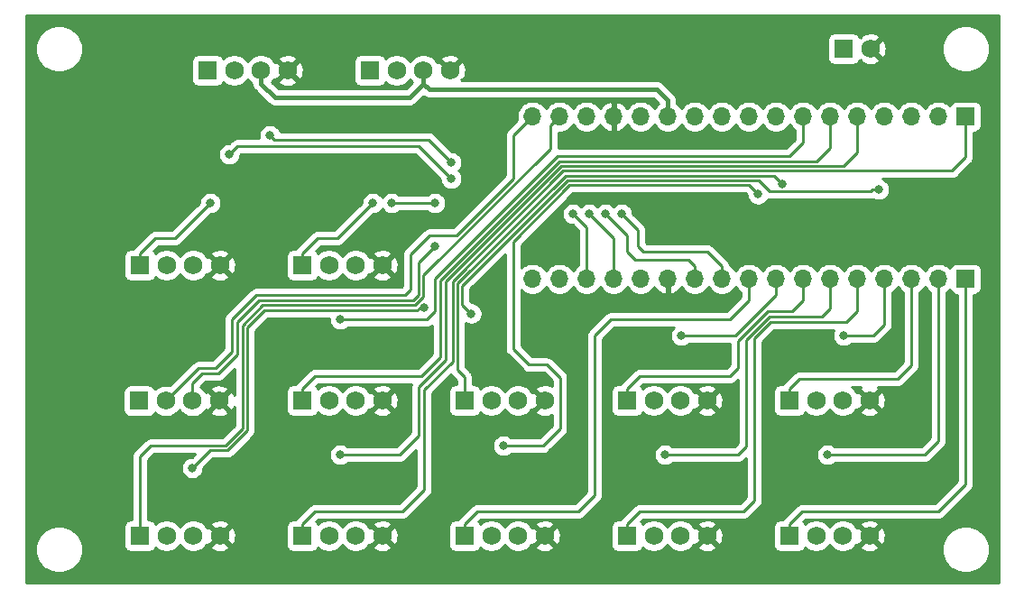
<source format=gbr>
G04 #@! TF.GenerationSoftware,KiCad,Pcbnew,(5.1.5)-3*
G04 #@! TF.CreationDate,2020-05-31T15:18:41-04:00*
G04 #@! TF.ProjectId,Micro-Breakout+RGB,4d696372-6f2d-4427-9265-616b6f75742b,rev?*
G04 #@! TF.SameCoordinates,Original*
G04 #@! TF.FileFunction,Copper,L2,Bot*
G04 #@! TF.FilePolarity,Positive*
%FSLAX46Y46*%
G04 Gerber Fmt 4.6, Leading zero omitted, Abs format (unit mm)*
G04 Created by KiCad (PCBNEW (5.1.5)-3) date 2020-05-31 15:18:41*
%MOMM*%
%LPD*%
G04 APERTURE LIST*
%ADD10O,1.700000X1.700000*%
%ADD11R,1.700000X1.700000*%
%ADD12R,1.750000X1.750000*%
%ADD13C,1.750000*%
%ADD14C,0.800000*%
%ADD15C,0.250000*%
%ADD16C,0.400000*%
%ADD17C,0.254000*%
G04 APERTURE END LIST*
D10*
X151130000Y-97790000D03*
X153670000Y-97790000D03*
X156210000Y-97790000D03*
X158750000Y-97790000D03*
X161290000Y-97790000D03*
X163830000Y-97790000D03*
X166370000Y-97790000D03*
X168910000Y-97790000D03*
X171450000Y-97790000D03*
X173990000Y-97790000D03*
X176530000Y-97790000D03*
X179070000Y-97790000D03*
X181610000Y-97790000D03*
X184150000Y-97790000D03*
X186690000Y-97790000D03*
X189230000Y-97790000D03*
D11*
X191770000Y-97790000D03*
X191770000Y-113030000D03*
D10*
X189230000Y-113030000D03*
X186690000Y-113030000D03*
X184150000Y-113030000D03*
X181610000Y-113030000D03*
X179070000Y-113030000D03*
X176530000Y-113030000D03*
X173990000Y-113030000D03*
X171450000Y-113030000D03*
X168910000Y-113030000D03*
X166370000Y-113030000D03*
X163830000Y-113030000D03*
X161290000Y-113030000D03*
X158750000Y-113030000D03*
X156210000Y-113030000D03*
X153670000Y-113030000D03*
X151130000Y-113030000D03*
D12*
X114300000Y-111760000D03*
D13*
X116800000Y-111760000D03*
X119300000Y-111760000D03*
X121800000Y-111760000D03*
X137040000Y-124460000D03*
X134540000Y-124460000D03*
X132040000Y-124460000D03*
D12*
X129540000Y-124460000D03*
X114227001Y-124483001D03*
D13*
X116727001Y-124483001D03*
X119227001Y-124483001D03*
X121727001Y-124483001D03*
X137040000Y-111760000D03*
X134540000Y-111760000D03*
X132040000Y-111760000D03*
D12*
X129540000Y-111760000D03*
D13*
X182840000Y-91440000D03*
D12*
X180340000Y-91440000D03*
D13*
X152280000Y-137160000D03*
X149780000Y-137160000D03*
X147280000Y-137160000D03*
D12*
X144780000Y-137160000D03*
D13*
X128150000Y-93472000D03*
X125650000Y-93472000D03*
X123150000Y-93472000D03*
D12*
X120650000Y-93472000D03*
D13*
X182760000Y-137160000D03*
X180260000Y-137160000D03*
X177760000Y-137160000D03*
D12*
X175260000Y-137160000D03*
X175260000Y-124460000D03*
D13*
X177760000Y-124460000D03*
X180260000Y-124460000D03*
X182760000Y-124460000D03*
X167520000Y-137160000D03*
X165020000Y-137160000D03*
X162520000Y-137160000D03*
D12*
X160020000Y-137160000D03*
X144780000Y-124460000D03*
D13*
X147280000Y-124460000D03*
X149780000Y-124460000D03*
X152280000Y-124460000D03*
X137040000Y-137160000D03*
X134540000Y-137160000D03*
X132040000Y-137160000D03*
D12*
X129540000Y-137160000D03*
D13*
X121800000Y-137160000D03*
X119300000Y-137160000D03*
X116800000Y-137160000D03*
D12*
X114300000Y-137160000D03*
X135890000Y-93472000D03*
D13*
X138390000Y-93472000D03*
X140890000Y-93472000D03*
X143390000Y-93472000D03*
X167520000Y-124460000D03*
X165020000Y-124460000D03*
X162520000Y-124460000D03*
D12*
X160020000Y-124460000D03*
D14*
X133096000Y-129540000D03*
X183642000Y-104648000D03*
X145400000Y-116300000D03*
X172300000Y-105100000D03*
X148400000Y-128700000D03*
X165100000Y-118364000D03*
X163576000Y-129540000D03*
X180340000Y-118364000D03*
X178816000Y-129540000D03*
X140938858Y-115738858D03*
X119200000Y-130800000D03*
X133096000Y-116840000D03*
X156464000Y-106934000D03*
X137922000Y-105918000D03*
X141986000Y-105918000D03*
X154940000Y-106934000D03*
X174600000Y-104100000D03*
X126492000Y-99568000D03*
X159512000Y-106934000D03*
X143510000Y-102108000D03*
X122682000Y-101346000D03*
X157988000Y-106934000D03*
X143510000Y-103632000D03*
X120904000Y-105918000D03*
X136144000Y-105918000D03*
X141986000Y-109982000D03*
D15*
X181610000Y-101173440D02*
X181610000Y-97790000D01*
X180340000Y-102443440D02*
X181610000Y-101173440D01*
X140462000Y-127762000D02*
X140462000Y-123190000D01*
X153845380Y-102443440D02*
X180340000Y-102443440D01*
X138684000Y-129540000D02*
X140462000Y-127762000D01*
X140462000Y-123190000D02*
X143004820Y-120647180D01*
X143004820Y-120647180D02*
X143004820Y-113284000D01*
X133096000Y-129540000D02*
X138684000Y-129540000D01*
X143004820Y-113284000D02*
X153845380Y-102443440D01*
X173425001Y-104825001D02*
X172393470Y-103793470D01*
X183642000Y-104648000D02*
X183076315Y-104648000D01*
X182899314Y-104825001D02*
X173425001Y-104825001D01*
X183076315Y-104648000D02*
X182899314Y-104825001D01*
X172393470Y-103793470D02*
X154404580Y-103793470D01*
X154404580Y-103793470D02*
X147249025Y-110949025D01*
X147249025Y-110949025D02*
X144541250Y-113656800D01*
X144541250Y-113656800D02*
X144541250Y-115441250D01*
X144541250Y-115441250D02*
X145400000Y-116300000D01*
X172300000Y-105100000D02*
X171443480Y-104243480D01*
X171443480Y-104243480D02*
X154590980Y-104243480D01*
X154590980Y-104243480D02*
X149300000Y-109534460D01*
X149300000Y-109534460D02*
X149300000Y-119600000D01*
X149300000Y-119600000D02*
X150800000Y-121100000D01*
X150800000Y-121100000D02*
X152500000Y-121100000D01*
X152500000Y-121100000D02*
X153700000Y-122300000D01*
X153700000Y-122300000D02*
X153700000Y-127100000D01*
X153700000Y-127100000D02*
X152100000Y-128700000D01*
X152100000Y-128700000D02*
X148400000Y-128700000D01*
X170180000Y-118364000D02*
X165100000Y-118364000D01*
X172916010Y-115627990D02*
X170180000Y-118364000D01*
X173990000Y-114554000D02*
X172916010Y-115627990D01*
X173990000Y-113030000D02*
X173990000Y-114554000D01*
X170434000Y-129540000D02*
X163576000Y-129540000D01*
X173353590Y-116586000D02*
X171196000Y-118743590D01*
X171196000Y-118743590D02*
X171196000Y-128778000D01*
X171196000Y-128778000D02*
X170434000Y-129540000D01*
X179070000Y-115824000D02*
X178308000Y-116586000D01*
X179070000Y-113030000D02*
X179070000Y-115824000D01*
X178308000Y-116586000D02*
X173353590Y-116586000D01*
X184150000Y-117348000D02*
X183134000Y-118364000D01*
X184150000Y-113030000D02*
X184150000Y-117348000D01*
X183134000Y-118364000D02*
X180340000Y-118364000D01*
X189230000Y-128270000D02*
X187960000Y-129540000D01*
X189230000Y-113030000D02*
X189230000Y-128270000D01*
X178816000Y-129540000D02*
X187960000Y-129540000D01*
X140488820Y-115800000D02*
X140326800Y-115962020D01*
X140938858Y-115738858D02*
X140877716Y-115800000D01*
X140877716Y-115800000D02*
X140488820Y-115800000D01*
X140326800Y-115962020D02*
X125974390Y-115962020D01*
X124350009Y-127286401D02*
X122486400Y-129150010D01*
X125974390Y-115962020D02*
X124350010Y-117586400D01*
X124350010Y-117586400D02*
X124350009Y-127286401D01*
X122486400Y-129150010D02*
X120849990Y-129150010D01*
X120849990Y-129150010D02*
X119200000Y-130800000D01*
X176530000Y-100273420D02*
X175260000Y-101543420D01*
X176530000Y-97790000D02*
X176530000Y-100273420D01*
X153472580Y-101543420D02*
X175260000Y-101543420D01*
X133096000Y-116840000D02*
X141224000Y-116840000D01*
X141986000Y-116078000D02*
X141986000Y-113030000D01*
X141224000Y-116840000D02*
X141986000Y-116078000D01*
X141986000Y-113030000D02*
X153472580Y-101543420D01*
X156464000Y-106934000D02*
X158750000Y-109220000D01*
X158750000Y-113030000D02*
X158750000Y-109220000D01*
X137922000Y-105918000D02*
X140716000Y-105918000D01*
X141986000Y-105918000D02*
X140716000Y-105918000D01*
X156210000Y-108204000D02*
X154940000Y-106934000D01*
X156210000Y-113030000D02*
X156210000Y-108204000D01*
X179070000Y-100723430D02*
X179070000Y-97790000D01*
X153658980Y-101993430D02*
X177800000Y-101993430D01*
X129540000Y-124460000D02*
X129540000Y-123335000D01*
X177800000Y-101993430D02*
X179070000Y-100723430D01*
X129540000Y-123335000D02*
X130701000Y-122174000D01*
X130701000Y-122174000D02*
X140716000Y-122174000D01*
X140716000Y-122174000D02*
X142494000Y-120396000D01*
X142494000Y-120396000D02*
X142494000Y-113158410D01*
X142494000Y-113158410D02*
X153658980Y-101993430D01*
X160020000Y-124460000D02*
X160020000Y-123335000D01*
X161181000Y-122174000D02*
X169672000Y-122174000D01*
X160020000Y-123335000D02*
X161181000Y-122174000D01*
X169672000Y-122174000D02*
X170434000Y-121412000D01*
X170434000Y-121412000D02*
X170434000Y-118869180D01*
X170434000Y-118869180D02*
X173225180Y-116078000D01*
X176530000Y-115062000D02*
X175514000Y-116078000D01*
X176530000Y-113030000D02*
X176530000Y-115062000D01*
X173225180Y-116078000D02*
X175514000Y-116078000D01*
D16*
X140890000Y-93472000D02*
X140890000Y-94709436D01*
X125650000Y-94709436D02*
X126952564Y-96012000D01*
X125650000Y-93472000D02*
X125650000Y-94709436D01*
X139587436Y-96012000D02*
X140890000Y-94709436D01*
X126952564Y-96012000D02*
X139587436Y-96012000D01*
X141430564Y-95250000D02*
X140890000Y-94709436D01*
X162814000Y-95250000D02*
X141430564Y-95250000D01*
X163830000Y-97790000D02*
X163830000Y-96266000D01*
X163830000Y-96266000D02*
X162814000Y-95250000D01*
D15*
X152820001Y-98639999D02*
X152820001Y-100800409D01*
X153670000Y-97790000D02*
X152820001Y-98639999D01*
X152820001Y-100800409D02*
X140912010Y-112708400D01*
X140912009Y-114740401D02*
X140140400Y-115512010D01*
X140912010Y-112708400D02*
X140912009Y-114740401D01*
X125787990Y-115512010D02*
X123900000Y-117400000D01*
X140140400Y-115512010D02*
X125787990Y-115512010D01*
X123900000Y-117400000D02*
X123900000Y-127100000D01*
X123900000Y-127100000D02*
X122300000Y-128700000D01*
X122300000Y-128700000D02*
X115300000Y-128700000D01*
X115300000Y-128700000D02*
X114300000Y-129700000D01*
X114300000Y-129700000D02*
X114300000Y-137160000D01*
X129540000Y-136035000D02*
X130701000Y-134874000D01*
X129540000Y-137160000D02*
X129540000Y-136035000D01*
X130701000Y-134874000D02*
X138938000Y-134874000D01*
X138938000Y-134874000D02*
X140970000Y-132842000D01*
X191770000Y-101623450D02*
X190500000Y-102893450D01*
X191770000Y-97790000D02*
X191770000Y-101623450D01*
X154031780Y-102893450D02*
X190500000Y-102893450D01*
X143641230Y-120772770D02*
X140970000Y-123444000D01*
X143641230Y-113284000D02*
X143641230Y-120772770D01*
X140970000Y-132842000D02*
X140970000Y-123444000D01*
X143641230Y-113284000D02*
X154031780Y-102893450D01*
X173843460Y-103343460D02*
X154218180Y-103343460D01*
X144780000Y-122280000D02*
X144780000Y-124460000D01*
X154218180Y-103343460D02*
X144091240Y-113470400D01*
X174600000Y-104100000D02*
X173843460Y-103343460D01*
X144091240Y-121591240D02*
X144780000Y-122280000D01*
X144091240Y-113470400D02*
X144091240Y-121591240D01*
X160020000Y-136035000D02*
X161181000Y-134874000D01*
X160020000Y-137160000D02*
X160020000Y-136035000D01*
X161181000Y-134874000D02*
X170942000Y-134874000D01*
X170942000Y-134874000D02*
X171958000Y-133858000D01*
X171958000Y-133858000D02*
X171958000Y-118618000D01*
X171958000Y-118618000D02*
X173482000Y-117094000D01*
X181610000Y-116078000D02*
X180594000Y-117094000D01*
X181610000Y-113030000D02*
X181610000Y-116078000D01*
X173482000Y-117094000D02*
X180594000Y-117094000D01*
X175260000Y-123335000D02*
X176167000Y-122428000D01*
X175260000Y-124460000D02*
X175260000Y-123335000D01*
X186690000Y-121158000D02*
X185420000Y-122428000D01*
X186690000Y-113030000D02*
X186690000Y-121158000D01*
X176167000Y-122428000D02*
X185420000Y-122428000D01*
X175260000Y-136035000D02*
X175260000Y-137160000D01*
X176421000Y-134874000D02*
X175260000Y-136035000D01*
X189230000Y-134874000D02*
X176421000Y-134874000D01*
X191770000Y-114130000D02*
X191770000Y-132334000D01*
X191770000Y-113030000D02*
X191770000Y-114130000D01*
X191770000Y-132334000D02*
X189230000Y-134874000D01*
X144780000Y-136035000D02*
X145941000Y-134874000D01*
X144780000Y-137160000D02*
X144780000Y-136035000D01*
X145941000Y-134874000D02*
X155448000Y-134874000D01*
X155448000Y-134874000D02*
X156972000Y-133350000D01*
X156972000Y-133350000D02*
X156972000Y-118364000D01*
X156972000Y-118364000D02*
X158496000Y-116840000D01*
X171450000Y-113030000D02*
X171450000Y-115062000D01*
X171450000Y-115062000D02*
X169672000Y-116840000D01*
X158496000Y-116840000D02*
X169672000Y-116840000D01*
X126492000Y-99568000D02*
X126891999Y-99967999D01*
X161544000Y-110490000D02*
X161036000Y-109982000D01*
X167572081Y-110490000D02*
X161544000Y-110490000D01*
X168910000Y-113030000D02*
X168910000Y-111827919D01*
X168910000Y-111827919D02*
X167572081Y-110490000D01*
X141369999Y-99967999D02*
X141224000Y-99967999D01*
X143510000Y-102108000D02*
X141369999Y-99967999D01*
X126891999Y-99967999D02*
X141224000Y-99967999D01*
X159512000Y-106934000D02*
X161036000Y-108458000D01*
X161036000Y-109982000D02*
X161036000Y-108458000D01*
X122682000Y-101346000D02*
X123444000Y-100584000D01*
X166370000Y-111827919D02*
X165794081Y-111252000D01*
X166370000Y-113030000D02*
X166370000Y-111827919D01*
X160782000Y-111252000D02*
X160020000Y-110490000D01*
X165794081Y-111252000D02*
X160782000Y-111252000D01*
X143510000Y-103632000D02*
X140462000Y-100584000D01*
X140462000Y-100584000D02*
X123444000Y-100584000D01*
X157988000Y-106934000D02*
X160020000Y-108966000D01*
X160020000Y-108966000D02*
X160020000Y-110490000D01*
X115715000Y-109220000D02*
X114300000Y-110635000D01*
X114300000Y-110635000D02*
X114300000Y-111760000D01*
X117602000Y-109220000D02*
X117348000Y-109220000D01*
X120904000Y-105918000D02*
X117602000Y-109220000D01*
X117348000Y-109220000D02*
X115715000Y-109220000D01*
X136144000Y-105918000D02*
X132842000Y-109220000D01*
X129540000Y-110635000D02*
X129540000Y-111760000D01*
X130955000Y-109220000D02*
X129540000Y-110635000D01*
X130955000Y-109220000D02*
X132842000Y-109220000D01*
X119798002Y-121412000D02*
X116727001Y-124483001D01*
X121412000Y-121412000D02*
X119798002Y-121412000D01*
X122936000Y-119888000D02*
X121412000Y-121412000D01*
X149352000Y-99568000D02*
X149352000Y-103632000D01*
X151130000Y-97790000D02*
X149352000Y-99568000D01*
X149352000Y-103632000D02*
X144018000Y-108966000D01*
X139700000Y-114046000D02*
X139192000Y-114554000D01*
X144018000Y-108966000D02*
X141478000Y-108966000D01*
X141478000Y-108966000D02*
X139700000Y-110744000D01*
X139700000Y-110744000D02*
X139700000Y-114046000D01*
X122936000Y-116840000D02*
X125222000Y-114554000D01*
X139192000Y-114554000D02*
X125222000Y-114554000D01*
X122936000Y-116840000D02*
X122936000Y-119888000D01*
X140462000Y-111506000D02*
X140462000Y-114554000D01*
X141986000Y-109982000D02*
X140462000Y-111506000D01*
X140462000Y-114554000D02*
X139954000Y-115062000D01*
X125604410Y-115062000D02*
X125603000Y-115063410D01*
X139954000Y-115062000D02*
X125604410Y-115062000D01*
X119227001Y-122834999D02*
X119227001Y-124483001D01*
X125476000Y-115062000D02*
X123444000Y-117094000D01*
X125604410Y-115062000D02*
X125476000Y-115062000D01*
X123444000Y-117094000D02*
X123444000Y-120142000D01*
X123444000Y-120142000D02*
X121666000Y-121920000D01*
X121666000Y-121920000D02*
X120142000Y-121920000D01*
X120142000Y-121920000D02*
X119227001Y-122834999D01*
D17*
G36*
X194870001Y-141530000D02*
G01*
X103580000Y-141530000D01*
X103580000Y-138209872D01*
X104445000Y-138209872D01*
X104445000Y-138650128D01*
X104530890Y-139081925D01*
X104699369Y-139488669D01*
X104943962Y-139854729D01*
X105255271Y-140166038D01*
X105621331Y-140410631D01*
X106028075Y-140579110D01*
X106459872Y-140665000D01*
X106900128Y-140665000D01*
X107331925Y-140579110D01*
X107738669Y-140410631D01*
X108104729Y-140166038D01*
X108416038Y-139854729D01*
X108660631Y-139488669D01*
X108829110Y-139081925D01*
X108915000Y-138650128D01*
X108915000Y-138209872D01*
X108829110Y-137778075D01*
X108660631Y-137371331D01*
X108416038Y-137005271D01*
X108104729Y-136693962D01*
X107738669Y-136449369D01*
X107331925Y-136280890D01*
X106900128Y-136195000D01*
X106459872Y-136195000D01*
X106028075Y-136280890D01*
X105621331Y-136449369D01*
X105255271Y-136693962D01*
X104943962Y-137005271D01*
X104699369Y-137371331D01*
X104530890Y-137778075D01*
X104445000Y-138209872D01*
X103580000Y-138209872D01*
X103580000Y-123608001D01*
X112713929Y-123608001D01*
X112713929Y-125358001D01*
X112726189Y-125482483D01*
X112762499Y-125602181D01*
X112821464Y-125712495D01*
X112900816Y-125809186D01*
X112997507Y-125888538D01*
X113107821Y-125947503D01*
X113227519Y-125983813D01*
X113352001Y-125996073D01*
X115102001Y-125996073D01*
X115226483Y-125983813D01*
X115346181Y-125947503D01*
X115456495Y-125888538D01*
X115553186Y-125809186D01*
X115632538Y-125712495D01*
X115691503Y-125602181D01*
X115695975Y-125587437D01*
X115764432Y-125655894D01*
X116011748Y-125821145D01*
X116286550Y-125934972D01*
X116578279Y-125993001D01*
X116875723Y-125993001D01*
X117167452Y-125934972D01*
X117442254Y-125821145D01*
X117689570Y-125655894D01*
X117899894Y-125445570D01*
X117977001Y-125330171D01*
X118054108Y-125445570D01*
X118264432Y-125655894D01*
X118511748Y-125821145D01*
X118786550Y-125934972D01*
X119078279Y-125993001D01*
X119375723Y-125993001D01*
X119667452Y-125934972D01*
X119942254Y-125821145D01*
X120189570Y-125655894D01*
X120316223Y-125529241D01*
X120860366Y-125529241D01*
X120941026Y-125780869D01*
X121209330Y-125909268D01*
X121497527Y-125982856D01*
X121794544Y-125998805D01*
X122088964Y-125956502D01*
X122369475Y-125857573D01*
X122512976Y-125780869D01*
X122593636Y-125529241D01*
X121727001Y-124662606D01*
X120860366Y-125529241D01*
X120316223Y-125529241D01*
X120399894Y-125445570D01*
X120502233Y-125292408D01*
X120680761Y-125349636D01*
X121547396Y-124483001D01*
X120680761Y-123616366D01*
X120502233Y-123673594D01*
X120399894Y-123520432D01*
X120316223Y-123436761D01*
X120860366Y-123436761D01*
X121727001Y-124303396D01*
X122593636Y-123436761D01*
X122512976Y-123185133D01*
X122244672Y-123056734D01*
X121956475Y-122983146D01*
X121659458Y-122967197D01*
X121365038Y-123009500D01*
X121084527Y-123108429D01*
X120941026Y-123185133D01*
X120860366Y-123436761D01*
X120316223Y-123436761D01*
X120189570Y-123310108D01*
X119987001Y-123174756D01*
X119987001Y-123149800D01*
X120456802Y-122680000D01*
X121628678Y-122680000D01*
X121666000Y-122683676D01*
X121703322Y-122680000D01*
X121703333Y-122680000D01*
X121814986Y-122669003D01*
X121958247Y-122625546D01*
X122090276Y-122554974D01*
X122206001Y-122460001D01*
X122229804Y-122430997D01*
X123140000Y-121520801D01*
X123140001Y-123949488D01*
X123101573Y-123840527D01*
X123024869Y-123697026D01*
X122773241Y-123616366D01*
X121906606Y-124483001D01*
X122773241Y-125349636D01*
X123024869Y-125268976D01*
X123140001Y-125028395D01*
X123140001Y-126785197D01*
X121985199Y-127940000D01*
X115337333Y-127940000D01*
X115300000Y-127936323D01*
X115262667Y-127940000D01*
X115151014Y-127950997D01*
X115007753Y-127994454D01*
X114875724Y-128065026D01*
X114759999Y-128159999D01*
X114736201Y-128188997D01*
X113789002Y-129136196D01*
X113759999Y-129159999D01*
X113704871Y-129227174D01*
X113665026Y-129275724D01*
X113633356Y-129334974D01*
X113594454Y-129407754D01*
X113550997Y-129551015D01*
X113540000Y-129662668D01*
X113540000Y-129662678D01*
X113536324Y-129700000D01*
X113540000Y-129737322D01*
X113540001Y-135646928D01*
X113425000Y-135646928D01*
X113300518Y-135659188D01*
X113180820Y-135695498D01*
X113070506Y-135754463D01*
X112973815Y-135833815D01*
X112894463Y-135930506D01*
X112835498Y-136040820D01*
X112799188Y-136160518D01*
X112786928Y-136285000D01*
X112786928Y-138035000D01*
X112799188Y-138159482D01*
X112835498Y-138279180D01*
X112894463Y-138389494D01*
X112973815Y-138486185D01*
X113070506Y-138565537D01*
X113180820Y-138624502D01*
X113300518Y-138660812D01*
X113425000Y-138673072D01*
X115175000Y-138673072D01*
X115299482Y-138660812D01*
X115419180Y-138624502D01*
X115529494Y-138565537D01*
X115626185Y-138486185D01*
X115705537Y-138389494D01*
X115764502Y-138279180D01*
X115768974Y-138264436D01*
X115837431Y-138332893D01*
X116084747Y-138498144D01*
X116359549Y-138611971D01*
X116651278Y-138670000D01*
X116948722Y-138670000D01*
X117240451Y-138611971D01*
X117515253Y-138498144D01*
X117762569Y-138332893D01*
X117972893Y-138122569D01*
X118050000Y-138007170D01*
X118127107Y-138122569D01*
X118337431Y-138332893D01*
X118584747Y-138498144D01*
X118859549Y-138611971D01*
X119151278Y-138670000D01*
X119448722Y-138670000D01*
X119740451Y-138611971D01*
X120015253Y-138498144D01*
X120262569Y-138332893D01*
X120389222Y-138206240D01*
X120933365Y-138206240D01*
X121014025Y-138457868D01*
X121282329Y-138586267D01*
X121570526Y-138659855D01*
X121867543Y-138675804D01*
X122161963Y-138633501D01*
X122442474Y-138534572D01*
X122585975Y-138457868D01*
X122666635Y-138206240D01*
X121800000Y-137339605D01*
X120933365Y-138206240D01*
X120389222Y-138206240D01*
X120472893Y-138122569D01*
X120575232Y-137969407D01*
X120753760Y-138026635D01*
X121620395Y-137160000D01*
X121979605Y-137160000D01*
X122846240Y-138026635D01*
X123097868Y-137945975D01*
X123226267Y-137677671D01*
X123299855Y-137389474D01*
X123315804Y-137092457D01*
X123273501Y-136798037D01*
X123174572Y-136517526D01*
X123097868Y-136374025D01*
X122846240Y-136293365D01*
X121979605Y-137160000D01*
X121620395Y-137160000D01*
X120753760Y-136293365D01*
X120575232Y-136350593D01*
X120472893Y-136197431D01*
X120389222Y-136113760D01*
X120933365Y-136113760D01*
X121800000Y-136980395D01*
X122666635Y-136113760D01*
X122585975Y-135862132D01*
X122317671Y-135733733D01*
X122029474Y-135660145D01*
X121732457Y-135644196D01*
X121438037Y-135686499D01*
X121157526Y-135785428D01*
X121014025Y-135862132D01*
X120933365Y-136113760D01*
X120389222Y-136113760D01*
X120262569Y-135987107D01*
X120015253Y-135821856D01*
X119740451Y-135708029D01*
X119448722Y-135650000D01*
X119151278Y-135650000D01*
X118859549Y-135708029D01*
X118584747Y-135821856D01*
X118337431Y-135987107D01*
X118127107Y-136197431D01*
X118050000Y-136312830D01*
X117972893Y-136197431D01*
X117762569Y-135987107D01*
X117515253Y-135821856D01*
X117240451Y-135708029D01*
X116948722Y-135650000D01*
X116651278Y-135650000D01*
X116359549Y-135708029D01*
X116084747Y-135821856D01*
X115837431Y-135987107D01*
X115768974Y-136055564D01*
X115764502Y-136040820D01*
X115705537Y-135930506D01*
X115626185Y-135833815D01*
X115529494Y-135754463D01*
X115419180Y-135695498D01*
X115299482Y-135659188D01*
X115175000Y-135646928D01*
X115060000Y-135646928D01*
X115060000Y-130014801D01*
X115614802Y-129460000D01*
X119465199Y-129460000D01*
X119160199Y-129765000D01*
X119098061Y-129765000D01*
X118898102Y-129804774D01*
X118709744Y-129882795D01*
X118540226Y-129996063D01*
X118396063Y-130140226D01*
X118282795Y-130309744D01*
X118204774Y-130498102D01*
X118165000Y-130698061D01*
X118165000Y-130901939D01*
X118204774Y-131101898D01*
X118282795Y-131290256D01*
X118396063Y-131459774D01*
X118540226Y-131603937D01*
X118709744Y-131717205D01*
X118898102Y-131795226D01*
X119098061Y-131835000D01*
X119301939Y-131835000D01*
X119501898Y-131795226D01*
X119690256Y-131717205D01*
X119859774Y-131603937D01*
X120003937Y-131459774D01*
X120117205Y-131290256D01*
X120195226Y-131101898D01*
X120235000Y-130901939D01*
X120235000Y-130839801D01*
X121164792Y-129910010D01*
X122449078Y-129910010D01*
X122486400Y-129913686D01*
X122523722Y-129910010D01*
X122523733Y-129910010D01*
X122635386Y-129899013D01*
X122778647Y-129855556D01*
X122910676Y-129784984D01*
X123026401Y-129690011D01*
X123050204Y-129661007D01*
X124861016Y-127850196D01*
X124890009Y-127826402D01*
X124913803Y-127797409D01*
X124913808Y-127797404D01*
X124984983Y-127710678D01*
X125055555Y-127578648D01*
X125099011Y-127435388D01*
X125113685Y-127286402D01*
X125110008Y-127249069D01*
X125110010Y-117901201D01*
X126289192Y-116722020D01*
X132064191Y-116722020D01*
X132061000Y-116738061D01*
X132061000Y-116941939D01*
X132100774Y-117141898D01*
X132178795Y-117330256D01*
X132292063Y-117499774D01*
X132436226Y-117643937D01*
X132605744Y-117757205D01*
X132794102Y-117835226D01*
X132994061Y-117875000D01*
X133197939Y-117875000D01*
X133397898Y-117835226D01*
X133586256Y-117757205D01*
X133755774Y-117643937D01*
X133799711Y-117600000D01*
X141186678Y-117600000D01*
X141224000Y-117603676D01*
X141261322Y-117600000D01*
X141261333Y-117600000D01*
X141372986Y-117589003D01*
X141516247Y-117545546D01*
X141648276Y-117474974D01*
X141734000Y-117404622D01*
X141734000Y-120081198D01*
X140401199Y-121414000D01*
X130738323Y-121414000D01*
X130701000Y-121410324D01*
X130663677Y-121414000D01*
X130663667Y-121414000D01*
X130552014Y-121424997D01*
X130408753Y-121468454D01*
X130276723Y-121539026D01*
X130224022Y-121582277D01*
X130160999Y-121633999D01*
X130137201Y-121662997D01*
X129028998Y-122771201D01*
X129000000Y-122794999D01*
X128976202Y-122823997D01*
X128976201Y-122823998D01*
X128905026Y-122910724D01*
X128885674Y-122946928D01*
X128665000Y-122946928D01*
X128540518Y-122959188D01*
X128420820Y-122995498D01*
X128310506Y-123054463D01*
X128213815Y-123133815D01*
X128134463Y-123230506D01*
X128075498Y-123340820D01*
X128039188Y-123460518D01*
X128026928Y-123585000D01*
X128026928Y-125335000D01*
X128039188Y-125459482D01*
X128075498Y-125579180D01*
X128134463Y-125689494D01*
X128213815Y-125786185D01*
X128310506Y-125865537D01*
X128420820Y-125924502D01*
X128540518Y-125960812D01*
X128665000Y-125973072D01*
X130415000Y-125973072D01*
X130539482Y-125960812D01*
X130659180Y-125924502D01*
X130769494Y-125865537D01*
X130866185Y-125786185D01*
X130945537Y-125689494D01*
X131004502Y-125579180D01*
X131008974Y-125564436D01*
X131077431Y-125632893D01*
X131324747Y-125798144D01*
X131599549Y-125911971D01*
X131891278Y-125970000D01*
X132188722Y-125970000D01*
X132480451Y-125911971D01*
X132755253Y-125798144D01*
X133002569Y-125632893D01*
X133212893Y-125422569D01*
X133290000Y-125307170D01*
X133367107Y-125422569D01*
X133577431Y-125632893D01*
X133824747Y-125798144D01*
X134099549Y-125911971D01*
X134391278Y-125970000D01*
X134688722Y-125970000D01*
X134980451Y-125911971D01*
X135255253Y-125798144D01*
X135502569Y-125632893D01*
X135629222Y-125506240D01*
X136173365Y-125506240D01*
X136254025Y-125757868D01*
X136522329Y-125886267D01*
X136810526Y-125959855D01*
X137107543Y-125975804D01*
X137401963Y-125933501D01*
X137682474Y-125834572D01*
X137825975Y-125757868D01*
X137906635Y-125506240D01*
X137040000Y-124639605D01*
X136173365Y-125506240D01*
X135629222Y-125506240D01*
X135712893Y-125422569D01*
X135815232Y-125269407D01*
X135993760Y-125326635D01*
X136860395Y-124460000D01*
X137219605Y-124460000D01*
X138086240Y-125326635D01*
X138337868Y-125245975D01*
X138466267Y-124977671D01*
X138539855Y-124689474D01*
X138555804Y-124392457D01*
X138513501Y-124098037D01*
X138414572Y-123817526D01*
X138337868Y-123674025D01*
X138086240Y-123593365D01*
X137219605Y-124460000D01*
X136860395Y-124460000D01*
X135993760Y-123593365D01*
X135815232Y-123650593D01*
X135712893Y-123497431D01*
X135629222Y-123413760D01*
X136173365Y-123413760D01*
X137040000Y-124280395D01*
X137906635Y-123413760D01*
X137825975Y-123162132D01*
X137557671Y-123033733D01*
X137269474Y-122960145D01*
X136972457Y-122944196D01*
X136678037Y-122986499D01*
X136397526Y-123085428D01*
X136254025Y-123162132D01*
X136173365Y-123413760D01*
X135629222Y-123413760D01*
X135502569Y-123287107D01*
X135255253Y-123121856D01*
X134980451Y-123008029D01*
X134688722Y-122950000D01*
X134391278Y-122950000D01*
X134099549Y-123008029D01*
X133824747Y-123121856D01*
X133577431Y-123287107D01*
X133367107Y-123497431D01*
X133290000Y-123612830D01*
X133212893Y-123497431D01*
X133002569Y-123287107D01*
X132755253Y-123121856D01*
X132480451Y-123008029D01*
X132188722Y-122950000D01*
X131891278Y-122950000D01*
X131599549Y-123008029D01*
X131324747Y-123121856D01*
X131077431Y-123287107D01*
X131008974Y-123355564D01*
X131004502Y-123340820D01*
X130945537Y-123230506D01*
X130866185Y-123133815D01*
X130838614Y-123111188D01*
X131015802Y-122934000D01*
X139745459Y-122934000D01*
X139729824Y-122985546D01*
X139716642Y-123029003D01*
X139712998Y-123041015D01*
X139698324Y-123190000D01*
X139702001Y-123227332D01*
X139702000Y-127447198D01*
X138369199Y-128780000D01*
X133799711Y-128780000D01*
X133755774Y-128736063D01*
X133586256Y-128622795D01*
X133397898Y-128544774D01*
X133197939Y-128505000D01*
X132994061Y-128505000D01*
X132794102Y-128544774D01*
X132605744Y-128622795D01*
X132436226Y-128736063D01*
X132292063Y-128880226D01*
X132178795Y-129049744D01*
X132100774Y-129238102D01*
X132061000Y-129438061D01*
X132061000Y-129641939D01*
X132100774Y-129841898D01*
X132178795Y-130030256D01*
X132292063Y-130199774D01*
X132436226Y-130343937D01*
X132605744Y-130457205D01*
X132794102Y-130535226D01*
X132994061Y-130575000D01*
X133197939Y-130575000D01*
X133397898Y-130535226D01*
X133586256Y-130457205D01*
X133755774Y-130343937D01*
X133799711Y-130300000D01*
X138646678Y-130300000D01*
X138684000Y-130303676D01*
X138721322Y-130300000D01*
X138721333Y-130300000D01*
X138832986Y-130289003D01*
X138976247Y-130245546D01*
X139108276Y-130174974D01*
X139224001Y-130080001D01*
X139247804Y-130050997D01*
X140210000Y-129088801D01*
X140210000Y-132527198D01*
X138623199Y-134114000D01*
X130738323Y-134114000D01*
X130701000Y-134110324D01*
X130663677Y-134114000D01*
X130663667Y-134114000D01*
X130552014Y-134124997D01*
X130408753Y-134168454D01*
X130276723Y-134239026D01*
X130224022Y-134282277D01*
X130160999Y-134333999D01*
X130137201Y-134362997D01*
X129028998Y-135471201D01*
X129000000Y-135494999D01*
X128976202Y-135523997D01*
X128976201Y-135523998D01*
X128905026Y-135610724D01*
X128885674Y-135646928D01*
X128665000Y-135646928D01*
X128540518Y-135659188D01*
X128420820Y-135695498D01*
X128310506Y-135754463D01*
X128213815Y-135833815D01*
X128134463Y-135930506D01*
X128075498Y-136040820D01*
X128039188Y-136160518D01*
X128026928Y-136285000D01*
X128026928Y-138035000D01*
X128039188Y-138159482D01*
X128075498Y-138279180D01*
X128134463Y-138389494D01*
X128213815Y-138486185D01*
X128310506Y-138565537D01*
X128420820Y-138624502D01*
X128540518Y-138660812D01*
X128665000Y-138673072D01*
X130415000Y-138673072D01*
X130539482Y-138660812D01*
X130659180Y-138624502D01*
X130769494Y-138565537D01*
X130866185Y-138486185D01*
X130945537Y-138389494D01*
X131004502Y-138279180D01*
X131008974Y-138264436D01*
X131077431Y-138332893D01*
X131324747Y-138498144D01*
X131599549Y-138611971D01*
X131891278Y-138670000D01*
X132188722Y-138670000D01*
X132480451Y-138611971D01*
X132755253Y-138498144D01*
X133002569Y-138332893D01*
X133212893Y-138122569D01*
X133290000Y-138007170D01*
X133367107Y-138122569D01*
X133577431Y-138332893D01*
X133824747Y-138498144D01*
X134099549Y-138611971D01*
X134391278Y-138670000D01*
X134688722Y-138670000D01*
X134980451Y-138611971D01*
X135255253Y-138498144D01*
X135502569Y-138332893D01*
X135629222Y-138206240D01*
X136173365Y-138206240D01*
X136254025Y-138457868D01*
X136522329Y-138586267D01*
X136810526Y-138659855D01*
X137107543Y-138675804D01*
X137401963Y-138633501D01*
X137682474Y-138534572D01*
X137825975Y-138457868D01*
X137906635Y-138206240D01*
X137040000Y-137339605D01*
X136173365Y-138206240D01*
X135629222Y-138206240D01*
X135712893Y-138122569D01*
X135815232Y-137969407D01*
X135993760Y-138026635D01*
X136860395Y-137160000D01*
X137219605Y-137160000D01*
X138086240Y-138026635D01*
X138337868Y-137945975D01*
X138466267Y-137677671D01*
X138539855Y-137389474D01*
X138555804Y-137092457D01*
X138513501Y-136798037D01*
X138414572Y-136517526D01*
X138337868Y-136374025D01*
X138086240Y-136293365D01*
X137219605Y-137160000D01*
X136860395Y-137160000D01*
X135993760Y-136293365D01*
X135815232Y-136350593D01*
X135712893Y-136197431D01*
X135629222Y-136113760D01*
X136173365Y-136113760D01*
X137040000Y-136980395D01*
X137906635Y-136113760D01*
X137825975Y-135862132D01*
X137557671Y-135733733D01*
X137269474Y-135660145D01*
X136972457Y-135644196D01*
X136678037Y-135686499D01*
X136397526Y-135785428D01*
X136254025Y-135862132D01*
X136173365Y-136113760D01*
X135629222Y-136113760D01*
X135502569Y-135987107D01*
X135255253Y-135821856D01*
X134980451Y-135708029D01*
X134688722Y-135650000D01*
X134391278Y-135650000D01*
X134099549Y-135708029D01*
X133824747Y-135821856D01*
X133577431Y-135987107D01*
X133367107Y-136197431D01*
X133290000Y-136312830D01*
X133212893Y-136197431D01*
X133002569Y-135987107D01*
X132755253Y-135821856D01*
X132480451Y-135708029D01*
X132188722Y-135650000D01*
X131891278Y-135650000D01*
X131599549Y-135708029D01*
X131324747Y-135821856D01*
X131077431Y-135987107D01*
X131008974Y-136055564D01*
X131004502Y-136040820D01*
X130945537Y-135930506D01*
X130866185Y-135833815D01*
X130838614Y-135811188D01*
X131015802Y-135634000D01*
X138900678Y-135634000D01*
X138938000Y-135637676D01*
X138975322Y-135634000D01*
X138975333Y-135634000D01*
X139086986Y-135623003D01*
X139230247Y-135579546D01*
X139362276Y-135508974D01*
X139478001Y-135414001D01*
X139501804Y-135384997D01*
X141481004Y-133405798D01*
X141510001Y-133382001D01*
X141582057Y-133294201D01*
X141604974Y-133266277D01*
X141675546Y-133134247D01*
X141698749Y-133057754D01*
X141719003Y-132990986D01*
X141730000Y-132879333D01*
X141730000Y-132879323D01*
X141733676Y-132842000D01*
X141730000Y-132804677D01*
X141730000Y-123758801D01*
X143463938Y-122024864D01*
X143514108Y-122085996D01*
X143551240Y-122131241D01*
X143580238Y-122155039D01*
X144020000Y-122594802D01*
X144020000Y-122946928D01*
X143905000Y-122946928D01*
X143780518Y-122959188D01*
X143660820Y-122995498D01*
X143550506Y-123054463D01*
X143453815Y-123133815D01*
X143374463Y-123230506D01*
X143315498Y-123340820D01*
X143279188Y-123460518D01*
X143266928Y-123585000D01*
X143266928Y-125335000D01*
X143279188Y-125459482D01*
X143315498Y-125579180D01*
X143374463Y-125689494D01*
X143453815Y-125786185D01*
X143550506Y-125865537D01*
X143660820Y-125924502D01*
X143780518Y-125960812D01*
X143905000Y-125973072D01*
X145655000Y-125973072D01*
X145779482Y-125960812D01*
X145899180Y-125924502D01*
X146009494Y-125865537D01*
X146106185Y-125786185D01*
X146185537Y-125689494D01*
X146244502Y-125579180D01*
X146248974Y-125564436D01*
X146317431Y-125632893D01*
X146564747Y-125798144D01*
X146839549Y-125911971D01*
X147131278Y-125970000D01*
X147428722Y-125970000D01*
X147720451Y-125911971D01*
X147995253Y-125798144D01*
X148242569Y-125632893D01*
X148452893Y-125422569D01*
X148530000Y-125307170D01*
X148607107Y-125422569D01*
X148817431Y-125632893D01*
X149064747Y-125798144D01*
X149339549Y-125911971D01*
X149631278Y-125970000D01*
X149928722Y-125970000D01*
X150220451Y-125911971D01*
X150495253Y-125798144D01*
X150742569Y-125632893D01*
X150952893Y-125422569D01*
X151055232Y-125269407D01*
X151233760Y-125326635D01*
X152100395Y-124460000D01*
X151233760Y-123593365D01*
X151055232Y-123650593D01*
X150952893Y-123497431D01*
X150742569Y-123287107D01*
X150495253Y-123121856D01*
X150220451Y-123008029D01*
X149928722Y-122950000D01*
X149631278Y-122950000D01*
X149339549Y-123008029D01*
X149064747Y-123121856D01*
X148817431Y-123287107D01*
X148607107Y-123497431D01*
X148530000Y-123612830D01*
X148452893Y-123497431D01*
X148242569Y-123287107D01*
X147995253Y-123121856D01*
X147720451Y-123008029D01*
X147428722Y-122950000D01*
X147131278Y-122950000D01*
X146839549Y-123008029D01*
X146564747Y-123121856D01*
X146317431Y-123287107D01*
X146248974Y-123355564D01*
X146244502Y-123340820D01*
X146185537Y-123230506D01*
X146106185Y-123133815D01*
X146009494Y-123054463D01*
X145899180Y-122995498D01*
X145779482Y-122959188D01*
X145655000Y-122946928D01*
X145540000Y-122946928D01*
X145540000Y-122317325D01*
X145543676Y-122280000D01*
X145540000Y-122242675D01*
X145540000Y-122242667D01*
X145529003Y-122131014D01*
X145485546Y-121987753D01*
X145414974Y-121855724D01*
X145320001Y-121739999D01*
X145291004Y-121716202D01*
X144851240Y-121276439D01*
X144851240Y-117178114D01*
X144909744Y-117217205D01*
X145098102Y-117295226D01*
X145298061Y-117335000D01*
X145501939Y-117335000D01*
X145701898Y-117295226D01*
X145890256Y-117217205D01*
X146059774Y-117103937D01*
X146203937Y-116959774D01*
X146317205Y-116790256D01*
X146395226Y-116601898D01*
X146435000Y-116401939D01*
X146435000Y-116198061D01*
X146395226Y-115998102D01*
X146317205Y-115809744D01*
X146203937Y-115640226D01*
X146059774Y-115496063D01*
X145890256Y-115382795D01*
X145701898Y-115304774D01*
X145501939Y-115265000D01*
X145439801Y-115265000D01*
X145301250Y-115126449D01*
X145301250Y-113971601D01*
X147812824Y-111460028D01*
X147812829Y-111460022D01*
X148540000Y-110732851D01*
X148540001Y-119562668D01*
X148536324Y-119600000D01*
X148550998Y-119748985D01*
X148594454Y-119892246D01*
X148665026Y-120024276D01*
X148700273Y-120067224D01*
X148760000Y-120140001D01*
X148788998Y-120163799D01*
X150236200Y-121611002D01*
X150259999Y-121640001D01*
X150375724Y-121734974D01*
X150507753Y-121805546D01*
X150651014Y-121849003D01*
X150762667Y-121860000D01*
X150762676Y-121860000D01*
X150799999Y-121863676D01*
X150837322Y-121860000D01*
X152185199Y-121860000D01*
X152940000Y-122614802D01*
X152940000Y-123101846D01*
X152797671Y-123033733D01*
X152509474Y-122960145D01*
X152212457Y-122944196D01*
X151918037Y-122986499D01*
X151637526Y-123085428D01*
X151494025Y-123162132D01*
X151413365Y-123413760D01*
X152280000Y-124280395D01*
X152294143Y-124266253D01*
X152473748Y-124445858D01*
X152459605Y-124460000D01*
X152473748Y-124474143D01*
X152294143Y-124653748D01*
X152280000Y-124639605D01*
X151413365Y-125506240D01*
X151494025Y-125757868D01*
X151762329Y-125886267D01*
X152050526Y-125959855D01*
X152347543Y-125975804D01*
X152641963Y-125933501D01*
X152922474Y-125834572D01*
X152940001Y-125825204D01*
X152940001Y-126785197D01*
X151785199Y-127940000D01*
X149103711Y-127940000D01*
X149059774Y-127896063D01*
X148890256Y-127782795D01*
X148701898Y-127704774D01*
X148501939Y-127665000D01*
X148298061Y-127665000D01*
X148098102Y-127704774D01*
X147909744Y-127782795D01*
X147740226Y-127896063D01*
X147596063Y-128040226D01*
X147482795Y-128209744D01*
X147404774Y-128398102D01*
X147365000Y-128598061D01*
X147365000Y-128801939D01*
X147404774Y-129001898D01*
X147482795Y-129190256D01*
X147596063Y-129359774D01*
X147740226Y-129503937D01*
X147909744Y-129617205D01*
X148098102Y-129695226D01*
X148298061Y-129735000D01*
X148501939Y-129735000D01*
X148701898Y-129695226D01*
X148890256Y-129617205D01*
X149059774Y-129503937D01*
X149103711Y-129460000D01*
X152062678Y-129460000D01*
X152100000Y-129463676D01*
X152137322Y-129460000D01*
X152137333Y-129460000D01*
X152248986Y-129449003D01*
X152392247Y-129405546D01*
X152524276Y-129334974D01*
X152640001Y-129240001D01*
X152663804Y-129210997D01*
X154211003Y-127663799D01*
X154240001Y-127640001D01*
X154334974Y-127524276D01*
X154405546Y-127392247D01*
X154449003Y-127248986D01*
X154460000Y-127137333D01*
X154460000Y-127137325D01*
X154463676Y-127100000D01*
X154460000Y-127062675D01*
X154460000Y-122337322D01*
X154463676Y-122299999D01*
X154460000Y-122262676D01*
X154460000Y-122262667D01*
X154449003Y-122151014D01*
X154405546Y-122007753D01*
X154334974Y-121875724D01*
X154240001Y-121759999D01*
X154211004Y-121736202D01*
X153063804Y-120589003D01*
X153040001Y-120559999D01*
X152924276Y-120465026D01*
X152792247Y-120394454D01*
X152648986Y-120350997D01*
X152537333Y-120340000D01*
X152537322Y-120340000D01*
X152500000Y-120336324D01*
X152462678Y-120340000D01*
X151114802Y-120340000D01*
X150060000Y-119285199D01*
X150060000Y-114060107D01*
X150183368Y-114183475D01*
X150426589Y-114345990D01*
X150696842Y-114457932D01*
X150983740Y-114515000D01*
X151276260Y-114515000D01*
X151563158Y-114457932D01*
X151833411Y-114345990D01*
X152076632Y-114183475D01*
X152283475Y-113976632D01*
X152400000Y-113802240D01*
X152516525Y-113976632D01*
X152723368Y-114183475D01*
X152966589Y-114345990D01*
X153236842Y-114457932D01*
X153523740Y-114515000D01*
X153816260Y-114515000D01*
X154103158Y-114457932D01*
X154373411Y-114345990D01*
X154616632Y-114183475D01*
X154823475Y-113976632D01*
X154940000Y-113802240D01*
X155056525Y-113976632D01*
X155263368Y-114183475D01*
X155506589Y-114345990D01*
X155776842Y-114457932D01*
X156063740Y-114515000D01*
X156356260Y-114515000D01*
X156643158Y-114457932D01*
X156913411Y-114345990D01*
X157156632Y-114183475D01*
X157363475Y-113976632D01*
X157480000Y-113802240D01*
X157596525Y-113976632D01*
X157803368Y-114183475D01*
X158046589Y-114345990D01*
X158316842Y-114457932D01*
X158603740Y-114515000D01*
X158896260Y-114515000D01*
X159183158Y-114457932D01*
X159453411Y-114345990D01*
X159696632Y-114183475D01*
X159903475Y-113976632D01*
X160020000Y-113802240D01*
X160136525Y-113976632D01*
X160343368Y-114183475D01*
X160586589Y-114345990D01*
X160856842Y-114457932D01*
X161143740Y-114515000D01*
X161436260Y-114515000D01*
X161723158Y-114457932D01*
X161993411Y-114345990D01*
X162236632Y-114183475D01*
X162443475Y-113976632D01*
X162565195Y-113794466D01*
X162634822Y-113911355D01*
X162829731Y-114127588D01*
X163063080Y-114301641D01*
X163325901Y-114426825D01*
X163473110Y-114471476D01*
X163703000Y-114350155D01*
X163703000Y-113157000D01*
X163683000Y-113157000D01*
X163683000Y-112903000D01*
X163703000Y-112903000D01*
X163703000Y-112883000D01*
X163957000Y-112883000D01*
X163957000Y-112903000D01*
X163977000Y-112903000D01*
X163977000Y-113157000D01*
X163957000Y-113157000D01*
X163957000Y-114350155D01*
X164186890Y-114471476D01*
X164334099Y-114426825D01*
X164596920Y-114301641D01*
X164830269Y-114127588D01*
X165025178Y-113911355D01*
X165094805Y-113794466D01*
X165216525Y-113976632D01*
X165423368Y-114183475D01*
X165666589Y-114345990D01*
X165936842Y-114457932D01*
X166223740Y-114515000D01*
X166516260Y-114515000D01*
X166803158Y-114457932D01*
X167073411Y-114345990D01*
X167316632Y-114183475D01*
X167523475Y-113976632D01*
X167640000Y-113802240D01*
X167756525Y-113976632D01*
X167963368Y-114183475D01*
X168206589Y-114345990D01*
X168476842Y-114457932D01*
X168763740Y-114515000D01*
X169056260Y-114515000D01*
X169343158Y-114457932D01*
X169613411Y-114345990D01*
X169856632Y-114183475D01*
X170063475Y-113976632D01*
X170180000Y-113802240D01*
X170296525Y-113976632D01*
X170503368Y-114183475D01*
X170690001Y-114308179D01*
X170690001Y-114747197D01*
X169357199Y-116080000D01*
X158533322Y-116080000D01*
X158495999Y-116076324D01*
X158458676Y-116080000D01*
X158458667Y-116080000D01*
X158347014Y-116090997D01*
X158203753Y-116134454D01*
X158071724Y-116205026D01*
X158071722Y-116205027D01*
X158071723Y-116205027D01*
X157984996Y-116276201D01*
X157984992Y-116276205D01*
X157955999Y-116299999D01*
X157932205Y-116328992D01*
X156460998Y-117800201D01*
X156432000Y-117823999D01*
X156408202Y-117852997D01*
X156408201Y-117852998D01*
X156337026Y-117939724D01*
X156266454Y-118071754D01*
X156222998Y-118215015D01*
X156208324Y-118364000D01*
X156212001Y-118401333D01*
X156212000Y-133035197D01*
X155133199Y-134114000D01*
X145978323Y-134114000D01*
X145941000Y-134110324D01*
X145903677Y-134114000D01*
X145903667Y-134114000D01*
X145792014Y-134124997D01*
X145648753Y-134168454D01*
X145516723Y-134239026D01*
X145464022Y-134282277D01*
X145400999Y-134333999D01*
X145377201Y-134362997D01*
X144268998Y-135471201D01*
X144240000Y-135494999D01*
X144216202Y-135523997D01*
X144216201Y-135523998D01*
X144145026Y-135610724D01*
X144125674Y-135646928D01*
X143905000Y-135646928D01*
X143780518Y-135659188D01*
X143660820Y-135695498D01*
X143550506Y-135754463D01*
X143453815Y-135833815D01*
X143374463Y-135930506D01*
X143315498Y-136040820D01*
X143279188Y-136160518D01*
X143266928Y-136285000D01*
X143266928Y-138035000D01*
X143279188Y-138159482D01*
X143315498Y-138279180D01*
X143374463Y-138389494D01*
X143453815Y-138486185D01*
X143550506Y-138565537D01*
X143660820Y-138624502D01*
X143780518Y-138660812D01*
X143905000Y-138673072D01*
X145655000Y-138673072D01*
X145779482Y-138660812D01*
X145899180Y-138624502D01*
X146009494Y-138565537D01*
X146106185Y-138486185D01*
X146185537Y-138389494D01*
X146244502Y-138279180D01*
X146248974Y-138264436D01*
X146317431Y-138332893D01*
X146564747Y-138498144D01*
X146839549Y-138611971D01*
X147131278Y-138670000D01*
X147428722Y-138670000D01*
X147720451Y-138611971D01*
X147995253Y-138498144D01*
X148242569Y-138332893D01*
X148452893Y-138122569D01*
X148530000Y-138007170D01*
X148607107Y-138122569D01*
X148817431Y-138332893D01*
X149064747Y-138498144D01*
X149339549Y-138611971D01*
X149631278Y-138670000D01*
X149928722Y-138670000D01*
X150220451Y-138611971D01*
X150495253Y-138498144D01*
X150742569Y-138332893D01*
X150869222Y-138206240D01*
X151413365Y-138206240D01*
X151494025Y-138457868D01*
X151762329Y-138586267D01*
X152050526Y-138659855D01*
X152347543Y-138675804D01*
X152641963Y-138633501D01*
X152922474Y-138534572D01*
X153065975Y-138457868D01*
X153146635Y-138206240D01*
X152280000Y-137339605D01*
X151413365Y-138206240D01*
X150869222Y-138206240D01*
X150952893Y-138122569D01*
X151055232Y-137969407D01*
X151233760Y-138026635D01*
X152100395Y-137160000D01*
X152459605Y-137160000D01*
X153326240Y-138026635D01*
X153577868Y-137945975D01*
X153706267Y-137677671D01*
X153779855Y-137389474D01*
X153795804Y-137092457D01*
X153753501Y-136798037D01*
X153654572Y-136517526D01*
X153577868Y-136374025D01*
X153326240Y-136293365D01*
X152459605Y-137160000D01*
X152100395Y-137160000D01*
X151233760Y-136293365D01*
X151055232Y-136350593D01*
X150952893Y-136197431D01*
X150869222Y-136113760D01*
X151413365Y-136113760D01*
X152280000Y-136980395D01*
X153146635Y-136113760D01*
X153065975Y-135862132D01*
X152797671Y-135733733D01*
X152509474Y-135660145D01*
X152212457Y-135644196D01*
X151918037Y-135686499D01*
X151637526Y-135785428D01*
X151494025Y-135862132D01*
X151413365Y-136113760D01*
X150869222Y-136113760D01*
X150742569Y-135987107D01*
X150495253Y-135821856D01*
X150220451Y-135708029D01*
X149928722Y-135650000D01*
X149631278Y-135650000D01*
X149339549Y-135708029D01*
X149064747Y-135821856D01*
X148817431Y-135987107D01*
X148607107Y-136197431D01*
X148530000Y-136312830D01*
X148452893Y-136197431D01*
X148242569Y-135987107D01*
X147995253Y-135821856D01*
X147720451Y-135708029D01*
X147428722Y-135650000D01*
X147131278Y-135650000D01*
X146839549Y-135708029D01*
X146564747Y-135821856D01*
X146317431Y-135987107D01*
X146248974Y-136055564D01*
X146244502Y-136040820D01*
X146185537Y-135930506D01*
X146106185Y-135833815D01*
X146078614Y-135811188D01*
X146255802Y-135634000D01*
X155410678Y-135634000D01*
X155448000Y-135637676D01*
X155485322Y-135634000D01*
X155485333Y-135634000D01*
X155596986Y-135623003D01*
X155740247Y-135579546D01*
X155872276Y-135508974D01*
X155988001Y-135414001D01*
X156011803Y-135384998D01*
X157483009Y-133913794D01*
X157512001Y-133890001D01*
X157535795Y-133861008D01*
X157535799Y-133861004D01*
X157606973Y-133774277D01*
X157606974Y-133774276D01*
X157677546Y-133642247D01*
X157721003Y-133498986D01*
X157732000Y-133387333D01*
X157732000Y-133387324D01*
X157735676Y-133350001D01*
X157732000Y-133312678D01*
X157732000Y-118678801D01*
X158810803Y-117600000D01*
X164400289Y-117600000D01*
X164296063Y-117704226D01*
X164182795Y-117873744D01*
X164104774Y-118062102D01*
X164065000Y-118262061D01*
X164065000Y-118465939D01*
X164104774Y-118665898D01*
X164182795Y-118854256D01*
X164296063Y-119023774D01*
X164440226Y-119167937D01*
X164609744Y-119281205D01*
X164798102Y-119359226D01*
X164998061Y-119399000D01*
X165201939Y-119399000D01*
X165401898Y-119359226D01*
X165590256Y-119281205D01*
X165759774Y-119167937D01*
X165803711Y-119124000D01*
X169674001Y-119124000D01*
X169674000Y-121097198D01*
X169357199Y-121414000D01*
X161218323Y-121414000D01*
X161181000Y-121410324D01*
X161143677Y-121414000D01*
X161143667Y-121414000D01*
X161032014Y-121424997D01*
X160888753Y-121468454D01*
X160756723Y-121539026D01*
X160704022Y-121582277D01*
X160640999Y-121633999D01*
X160617201Y-121662997D01*
X159508998Y-122771201D01*
X159480000Y-122794999D01*
X159456202Y-122823997D01*
X159456201Y-122823998D01*
X159385026Y-122910724D01*
X159365674Y-122946928D01*
X159145000Y-122946928D01*
X159020518Y-122959188D01*
X158900820Y-122995498D01*
X158790506Y-123054463D01*
X158693815Y-123133815D01*
X158614463Y-123230506D01*
X158555498Y-123340820D01*
X158519188Y-123460518D01*
X158506928Y-123585000D01*
X158506928Y-125335000D01*
X158519188Y-125459482D01*
X158555498Y-125579180D01*
X158614463Y-125689494D01*
X158693815Y-125786185D01*
X158790506Y-125865537D01*
X158900820Y-125924502D01*
X159020518Y-125960812D01*
X159145000Y-125973072D01*
X160895000Y-125973072D01*
X161019482Y-125960812D01*
X161139180Y-125924502D01*
X161249494Y-125865537D01*
X161346185Y-125786185D01*
X161425537Y-125689494D01*
X161484502Y-125579180D01*
X161488974Y-125564436D01*
X161557431Y-125632893D01*
X161804747Y-125798144D01*
X162079549Y-125911971D01*
X162371278Y-125970000D01*
X162668722Y-125970000D01*
X162960451Y-125911971D01*
X163235253Y-125798144D01*
X163482569Y-125632893D01*
X163692893Y-125422569D01*
X163770000Y-125307170D01*
X163847107Y-125422569D01*
X164057431Y-125632893D01*
X164304747Y-125798144D01*
X164579549Y-125911971D01*
X164871278Y-125970000D01*
X165168722Y-125970000D01*
X165460451Y-125911971D01*
X165735253Y-125798144D01*
X165982569Y-125632893D01*
X166109222Y-125506240D01*
X166653365Y-125506240D01*
X166734025Y-125757868D01*
X167002329Y-125886267D01*
X167290526Y-125959855D01*
X167587543Y-125975804D01*
X167881963Y-125933501D01*
X168162474Y-125834572D01*
X168305975Y-125757868D01*
X168386635Y-125506240D01*
X167520000Y-124639605D01*
X166653365Y-125506240D01*
X166109222Y-125506240D01*
X166192893Y-125422569D01*
X166295232Y-125269407D01*
X166473760Y-125326635D01*
X167340395Y-124460000D01*
X167699605Y-124460000D01*
X168566240Y-125326635D01*
X168817868Y-125245975D01*
X168946267Y-124977671D01*
X169019855Y-124689474D01*
X169035804Y-124392457D01*
X168993501Y-124098037D01*
X168894572Y-123817526D01*
X168817868Y-123674025D01*
X168566240Y-123593365D01*
X167699605Y-124460000D01*
X167340395Y-124460000D01*
X166473760Y-123593365D01*
X166295232Y-123650593D01*
X166192893Y-123497431D01*
X166109222Y-123413760D01*
X166653365Y-123413760D01*
X167520000Y-124280395D01*
X168386635Y-123413760D01*
X168305975Y-123162132D01*
X168037671Y-123033733D01*
X167749474Y-122960145D01*
X167452457Y-122944196D01*
X167158037Y-122986499D01*
X166877526Y-123085428D01*
X166734025Y-123162132D01*
X166653365Y-123413760D01*
X166109222Y-123413760D01*
X165982569Y-123287107D01*
X165735253Y-123121856D01*
X165460451Y-123008029D01*
X165168722Y-122950000D01*
X164871278Y-122950000D01*
X164579549Y-123008029D01*
X164304747Y-123121856D01*
X164057431Y-123287107D01*
X163847107Y-123497431D01*
X163770000Y-123612830D01*
X163692893Y-123497431D01*
X163482569Y-123287107D01*
X163235253Y-123121856D01*
X162960451Y-123008029D01*
X162668722Y-122950000D01*
X162371278Y-122950000D01*
X162079549Y-123008029D01*
X161804747Y-123121856D01*
X161557431Y-123287107D01*
X161488974Y-123355564D01*
X161484502Y-123340820D01*
X161425537Y-123230506D01*
X161346185Y-123133815D01*
X161318614Y-123111188D01*
X161495802Y-122934000D01*
X169634678Y-122934000D01*
X169672000Y-122937676D01*
X169709322Y-122934000D01*
X169709333Y-122934000D01*
X169820986Y-122923003D01*
X169964247Y-122879546D01*
X170096276Y-122808974D01*
X170212001Y-122714001D01*
X170235803Y-122684998D01*
X170436000Y-122484801D01*
X170436001Y-128463197D01*
X170119199Y-128780000D01*
X164279711Y-128780000D01*
X164235774Y-128736063D01*
X164066256Y-128622795D01*
X163877898Y-128544774D01*
X163677939Y-128505000D01*
X163474061Y-128505000D01*
X163274102Y-128544774D01*
X163085744Y-128622795D01*
X162916226Y-128736063D01*
X162772063Y-128880226D01*
X162658795Y-129049744D01*
X162580774Y-129238102D01*
X162541000Y-129438061D01*
X162541000Y-129641939D01*
X162580774Y-129841898D01*
X162658795Y-130030256D01*
X162772063Y-130199774D01*
X162916226Y-130343937D01*
X163085744Y-130457205D01*
X163274102Y-130535226D01*
X163474061Y-130575000D01*
X163677939Y-130575000D01*
X163877898Y-130535226D01*
X164066256Y-130457205D01*
X164235774Y-130343937D01*
X164279711Y-130300000D01*
X170396678Y-130300000D01*
X170434000Y-130303676D01*
X170471322Y-130300000D01*
X170471333Y-130300000D01*
X170582986Y-130289003D01*
X170726247Y-130245546D01*
X170858276Y-130174974D01*
X170974001Y-130080001D01*
X170997803Y-130050998D01*
X171198000Y-129850801D01*
X171198000Y-133543198D01*
X170627199Y-134114000D01*
X161218323Y-134114000D01*
X161181000Y-134110324D01*
X161143677Y-134114000D01*
X161143667Y-134114000D01*
X161032014Y-134124997D01*
X160888753Y-134168454D01*
X160756723Y-134239026D01*
X160704022Y-134282277D01*
X160640999Y-134333999D01*
X160617201Y-134362997D01*
X159508998Y-135471201D01*
X159480000Y-135494999D01*
X159456202Y-135523997D01*
X159456201Y-135523998D01*
X159385026Y-135610724D01*
X159365674Y-135646928D01*
X159145000Y-135646928D01*
X159020518Y-135659188D01*
X158900820Y-135695498D01*
X158790506Y-135754463D01*
X158693815Y-135833815D01*
X158614463Y-135930506D01*
X158555498Y-136040820D01*
X158519188Y-136160518D01*
X158506928Y-136285000D01*
X158506928Y-138035000D01*
X158519188Y-138159482D01*
X158555498Y-138279180D01*
X158614463Y-138389494D01*
X158693815Y-138486185D01*
X158790506Y-138565537D01*
X158900820Y-138624502D01*
X159020518Y-138660812D01*
X159145000Y-138673072D01*
X160895000Y-138673072D01*
X161019482Y-138660812D01*
X161139180Y-138624502D01*
X161249494Y-138565537D01*
X161346185Y-138486185D01*
X161425537Y-138389494D01*
X161484502Y-138279180D01*
X161488974Y-138264436D01*
X161557431Y-138332893D01*
X161804747Y-138498144D01*
X162079549Y-138611971D01*
X162371278Y-138670000D01*
X162668722Y-138670000D01*
X162960451Y-138611971D01*
X163235253Y-138498144D01*
X163482569Y-138332893D01*
X163692893Y-138122569D01*
X163770000Y-138007170D01*
X163847107Y-138122569D01*
X164057431Y-138332893D01*
X164304747Y-138498144D01*
X164579549Y-138611971D01*
X164871278Y-138670000D01*
X165168722Y-138670000D01*
X165460451Y-138611971D01*
X165735253Y-138498144D01*
X165982569Y-138332893D01*
X166109222Y-138206240D01*
X166653365Y-138206240D01*
X166734025Y-138457868D01*
X167002329Y-138586267D01*
X167290526Y-138659855D01*
X167587543Y-138675804D01*
X167881963Y-138633501D01*
X168162474Y-138534572D01*
X168305975Y-138457868D01*
X168386635Y-138206240D01*
X167520000Y-137339605D01*
X166653365Y-138206240D01*
X166109222Y-138206240D01*
X166192893Y-138122569D01*
X166295232Y-137969407D01*
X166473760Y-138026635D01*
X167340395Y-137160000D01*
X167699605Y-137160000D01*
X168566240Y-138026635D01*
X168817868Y-137945975D01*
X168946267Y-137677671D01*
X169019855Y-137389474D01*
X169035804Y-137092457D01*
X168993501Y-136798037D01*
X168894572Y-136517526D01*
X168817868Y-136374025D01*
X168566240Y-136293365D01*
X167699605Y-137160000D01*
X167340395Y-137160000D01*
X166473760Y-136293365D01*
X166295232Y-136350593D01*
X166192893Y-136197431D01*
X166109222Y-136113760D01*
X166653365Y-136113760D01*
X167520000Y-136980395D01*
X168386635Y-136113760D01*
X168305975Y-135862132D01*
X168037671Y-135733733D01*
X167749474Y-135660145D01*
X167452457Y-135644196D01*
X167158037Y-135686499D01*
X166877526Y-135785428D01*
X166734025Y-135862132D01*
X166653365Y-136113760D01*
X166109222Y-136113760D01*
X165982569Y-135987107D01*
X165735253Y-135821856D01*
X165460451Y-135708029D01*
X165168722Y-135650000D01*
X164871278Y-135650000D01*
X164579549Y-135708029D01*
X164304747Y-135821856D01*
X164057431Y-135987107D01*
X163847107Y-136197431D01*
X163770000Y-136312830D01*
X163692893Y-136197431D01*
X163482569Y-135987107D01*
X163235253Y-135821856D01*
X162960451Y-135708029D01*
X162668722Y-135650000D01*
X162371278Y-135650000D01*
X162079549Y-135708029D01*
X161804747Y-135821856D01*
X161557431Y-135987107D01*
X161488974Y-136055564D01*
X161484502Y-136040820D01*
X161425537Y-135930506D01*
X161346185Y-135833815D01*
X161318614Y-135811188D01*
X161495802Y-135634000D01*
X170904678Y-135634000D01*
X170942000Y-135637676D01*
X170979322Y-135634000D01*
X170979333Y-135634000D01*
X171090986Y-135623003D01*
X171234247Y-135579546D01*
X171366276Y-135508974D01*
X171482001Y-135414001D01*
X171505804Y-135384998D01*
X172469004Y-134421798D01*
X172498001Y-134398001D01*
X172570057Y-134310201D01*
X172592974Y-134282277D01*
X172663546Y-134150247D01*
X172679090Y-134099003D01*
X172707003Y-134006986D01*
X172718000Y-133895333D01*
X172718000Y-133895323D01*
X172721676Y-133858000D01*
X172718000Y-133820678D01*
X172718000Y-118932801D01*
X173796803Y-117854000D01*
X179435987Y-117854000D01*
X179422795Y-117873744D01*
X179344774Y-118062102D01*
X179305000Y-118262061D01*
X179305000Y-118465939D01*
X179344774Y-118665898D01*
X179422795Y-118854256D01*
X179536063Y-119023774D01*
X179680226Y-119167937D01*
X179849744Y-119281205D01*
X180038102Y-119359226D01*
X180238061Y-119399000D01*
X180441939Y-119399000D01*
X180641898Y-119359226D01*
X180830256Y-119281205D01*
X180999774Y-119167937D01*
X181043711Y-119124000D01*
X183096678Y-119124000D01*
X183134000Y-119127676D01*
X183171322Y-119124000D01*
X183171333Y-119124000D01*
X183282986Y-119113003D01*
X183426247Y-119069546D01*
X183558276Y-118998974D01*
X183674001Y-118904001D01*
X183697804Y-118874998D01*
X184661003Y-117911799D01*
X184690001Y-117888001D01*
X184726931Y-117843002D01*
X184784974Y-117772277D01*
X184855546Y-117640247D01*
X184863205Y-117614997D01*
X184899003Y-117496986D01*
X184910000Y-117385333D01*
X184910000Y-117385323D01*
X184913676Y-117348000D01*
X184910000Y-117310678D01*
X184910000Y-114308178D01*
X185096632Y-114183475D01*
X185303475Y-113976632D01*
X185420000Y-113802240D01*
X185536525Y-113976632D01*
X185743368Y-114183475D01*
X185930000Y-114308179D01*
X185930001Y-120843197D01*
X185105199Y-121668000D01*
X176204325Y-121668000D01*
X176167000Y-121664324D01*
X176129675Y-121668000D01*
X176129667Y-121668000D01*
X176018014Y-121678997D01*
X175874753Y-121722454D01*
X175742724Y-121793026D01*
X175626999Y-121887999D01*
X175603201Y-121916997D01*
X174748998Y-122771201D01*
X174720000Y-122794999D01*
X174696202Y-122823997D01*
X174696201Y-122823998D01*
X174625026Y-122910724D01*
X174605674Y-122946928D01*
X174385000Y-122946928D01*
X174260518Y-122959188D01*
X174140820Y-122995498D01*
X174030506Y-123054463D01*
X173933815Y-123133815D01*
X173854463Y-123230506D01*
X173795498Y-123340820D01*
X173759188Y-123460518D01*
X173746928Y-123585000D01*
X173746928Y-125335000D01*
X173759188Y-125459482D01*
X173795498Y-125579180D01*
X173854463Y-125689494D01*
X173933815Y-125786185D01*
X174030506Y-125865537D01*
X174140820Y-125924502D01*
X174260518Y-125960812D01*
X174385000Y-125973072D01*
X176135000Y-125973072D01*
X176259482Y-125960812D01*
X176379180Y-125924502D01*
X176489494Y-125865537D01*
X176586185Y-125786185D01*
X176665537Y-125689494D01*
X176724502Y-125579180D01*
X176728974Y-125564436D01*
X176797431Y-125632893D01*
X177044747Y-125798144D01*
X177319549Y-125911971D01*
X177611278Y-125970000D01*
X177908722Y-125970000D01*
X178200451Y-125911971D01*
X178475253Y-125798144D01*
X178722569Y-125632893D01*
X178932893Y-125422569D01*
X179010000Y-125307170D01*
X179087107Y-125422569D01*
X179297431Y-125632893D01*
X179544747Y-125798144D01*
X179819549Y-125911971D01*
X180111278Y-125970000D01*
X180408722Y-125970000D01*
X180700451Y-125911971D01*
X180975253Y-125798144D01*
X181222569Y-125632893D01*
X181349222Y-125506240D01*
X181893365Y-125506240D01*
X181974025Y-125757868D01*
X182242329Y-125886267D01*
X182530526Y-125959855D01*
X182827543Y-125975804D01*
X183121963Y-125933501D01*
X183402474Y-125834572D01*
X183545975Y-125757868D01*
X183626635Y-125506240D01*
X182760000Y-124639605D01*
X181893365Y-125506240D01*
X181349222Y-125506240D01*
X181432893Y-125422569D01*
X181535232Y-125269407D01*
X181713760Y-125326635D01*
X182580395Y-124460000D01*
X182939605Y-124460000D01*
X183806240Y-125326635D01*
X184057868Y-125245975D01*
X184186267Y-124977671D01*
X184259855Y-124689474D01*
X184275804Y-124392457D01*
X184233501Y-124098037D01*
X184134572Y-123817526D01*
X184057868Y-123674025D01*
X183806240Y-123593365D01*
X182939605Y-124460000D01*
X182580395Y-124460000D01*
X181713760Y-123593365D01*
X181535232Y-123650593D01*
X181432893Y-123497431D01*
X181222569Y-123287107D01*
X181074245Y-123188000D01*
X181965733Y-123188000D01*
X181893365Y-123413760D01*
X182760000Y-124280395D01*
X183626635Y-123413760D01*
X183554267Y-123188000D01*
X185382678Y-123188000D01*
X185420000Y-123191676D01*
X185457322Y-123188000D01*
X185457333Y-123188000D01*
X185568986Y-123177003D01*
X185712247Y-123133546D01*
X185844276Y-123062974D01*
X185960001Y-122968001D01*
X185983804Y-122938997D01*
X187201003Y-121721799D01*
X187230001Y-121698001D01*
X187324974Y-121582276D01*
X187395546Y-121450247D01*
X187439003Y-121306986D01*
X187450000Y-121195333D01*
X187450000Y-121195324D01*
X187453676Y-121158001D01*
X187450000Y-121120678D01*
X187450000Y-114308178D01*
X187636632Y-114183475D01*
X187843475Y-113976632D01*
X187960000Y-113802240D01*
X188076525Y-113976632D01*
X188283368Y-114183475D01*
X188470000Y-114308179D01*
X188470001Y-127955197D01*
X187645199Y-128780000D01*
X179519711Y-128780000D01*
X179475774Y-128736063D01*
X179306256Y-128622795D01*
X179117898Y-128544774D01*
X178917939Y-128505000D01*
X178714061Y-128505000D01*
X178514102Y-128544774D01*
X178325744Y-128622795D01*
X178156226Y-128736063D01*
X178012063Y-128880226D01*
X177898795Y-129049744D01*
X177820774Y-129238102D01*
X177781000Y-129438061D01*
X177781000Y-129641939D01*
X177820774Y-129841898D01*
X177898795Y-130030256D01*
X178012063Y-130199774D01*
X178156226Y-130343937D01*
X178325744Y-130457205D01*
X178514102Y-130535226D01*
X178714061Y-130575000D01*
X178917939Y-130575000D01*
X179117898Y-130535226D01*
X179306256Y-130457205D01*
X179475774Y-130343937D01*
X179519711Y-130300000D01*
X187922678Y-130300000D01*
X187960000Y-130303676D01*
X187997322Y-130300000D01*
X187997333Y-130300000D01*
X188108986Y-130289003D01*
X188252247Y-130245546D01*
X188384276Y-130174974D01*
X188500001Y-130080001D01*
X188523804Y-130050997D01*
X189741003Y-128833799D01*
X189770001Y-128810001D01*
X189864974Y-128694276D01*
X189935546Y-128562247D01*
X189979003Y-128418986D01*
X189990000Y-128307333D01*
X189990000Y-128307324D01*
X189993676Y-128270001D01*
X189990000Y-128232678D01*
X189990000Y-114308178D01*
X190176632Y-114183475D01*
X190308487Y-114051620D01*
X190330498Y-114124180D01*
X190389463Y-114234494D01*
X190468815Y-114331185D01*
X190565506Y-114410537D01*
X190675820Y-114469502D01*
X190795518Y-114505812D01*
X190920000Y-114518072D01*
X191010000Y-114518072D01*
X191010001Y-132019196D01*
X188915199Y-134114000D01*
X176458323Y-134114000D01*
X176421000Y-134110324D01*
X176383677Y-134114000D01*
X176383667Y-134114000D01*
X176272014Y-134124997D01*
X176128753Y-134168454D01*
X175996723Y-134239026D01*
X175944022Y-134282277D01*
X175880999Y-134333999D01*
X175857201Y-134362997D01*
X174749003Y-135471196D01*
X174719999Y-135494999D01*
X174664871Y-135562174D01*
X174625026Y-135610724D01*
X174605674Y-135646928D01*
X174385000Y-135646928D01*
X174260518Y-135659188D01*
X174140820Y-135695498D01*
X174030506Y-135754463D01*
X173933815Y-135833815D01*
X173854463Y-135930506D01*
X173795498Y-136040820D01*
X173759188Y-136160518D01*
X173746928Y-136285000D01*
X173746928Y-138035000D01*
X173759188Y-138159482D01*
X173795498Y-138279180D01*
X173854463Y-138389494D01*
X173933815Y-138486185D01*
X174030506Y-138565537D01*
X174140820Y-138624502D01*
X174260518Y-138660812D01*
X174385000Y-138673072D01*
X176135000Y-138673072D01*
X176259482Y-138660812D01*
X176379180Y-138624502D01*
X176489494Y-138565537D01*
X176586185Y-138486185D01*
X176665537Y-138389494D01*
X176724502Y-138279180D01*
X176728974Y-138264436D01*
X176797431Y-138332893D01*
X177044747Y-138498144D01*
X177319549Y-138611971D01*
X177611278Y-138670000D01*
X177908722Y-138670000D01*
X178200451Y-138611971D01*
X178475253Y-138498144D01*
X178722569Y-138332893D01*
X178932893Y-138122569D01*
X179010000Y-138007170D01*
X179087107Y-138122569D01*
X179297431Y-138332893D01*
X179544747Y-138498144D01*
X179819549Y-138611971D01*
X180111278Y-138670000D01*
X180408722Y-138670000D01*
X180700451Y-138611971D01*
X180975253Y-138498144D01*
X181222569Y-138332893D01*
X181349222Y-138206240D01*
X181893365Y-138206240D01*
X181974025Y-138457868D01*
X182242329Y-138586267D01*
X182530526Y-138659855D01*
X182827543Y-138675804D01*
X183121963Y-138633501D01*
X183402474Y-138534572D01*
X183545975Y-138457868D01*
X183625470Y-138209872D01*
X189535000Y-138209872D01*
X189535000Y-138650128D01*
X189620890Y-139081925D01*
X189789369Y-139488669D01*
X190033962Y-139854729D01*
X190345271Y-140166038D01*
X190711331Y-140410631D01*
X191118075Y-140579110D01*
X191549872Y-140665000D01*
X191990128Y-140665000D01*
X192421925Y-140579110D01*
X192828669Y-140410631D01*
X193194729Y-140166038D01*
X193506038Y-139854729D01*
X193750631Y-139488669D01*
X193919110Y-139081925D01*
X194005000Y-138650128D01*
X194005000Y-138209872D01*
X193919110Y-137778075D01*
X193750631Y-137371331D01*
X193506038Y-137005271D01*
X193194729Y-136693962D01*
X192828669Y-136449369D01*
X192421925Y-136280890D01*
X191990128Y-136195000D01*
X191549872Y-136195000D01*
X191118075Y-136280890D01*
X190711331Y-136449369D01*
X190345271Y-136693962D01*
X190033962Y-137005271D01*
X189789369Y-137371331D01*
X189620890Y-137778075D01*
X189535000Y-138209872D01*
X183625470Y-138209872D01*
X183626635Y-138206240D01*
X182760000Y-137339605D01*
X181893365Y-138206240D01*
X181349222Y-138206240D01*
X181432893Y-138122569D01*
X181535232Y-137969407D01*
X181713760Y-138026635D01*
X182580395Y-137160000D01*
X182939605Y-137160000D01*
X183806240Y-138026635D01*
X184057868Y-137945975D01*
X184186267Y-137677671D01*
X184259855Y-137389474D01*
X184275804Y-137092457D01*
X184233501Y-136798037D01*
X184134572Y-136517526D01*
X184057868Y-136374025D01*
X183806240Y-136293365D01*
X182939605Y-137160000D01*
X182580395Y-137160000D01*
X181713760Y-136293365D01*
X181535232Y-136350593D01*
X181432893Y-136197431D01*
X181349222Y-136113760D01*
X181893365Y-136113760D01*
X182760000Y-136980395D01*
X183626635Y-136113760D01*
X183545975Y-135862132D01*
X183277671Y-135733733D01*
X182989474Y-135660145D01*
X182692457Y-135644196D01*
X182398037Y-135686499D01*
X182117526Y-135785428D01*
X181974025Y-135862132D01*
X181893365Y-136113760D01*
X181349222Y-136113760D01*
X181222569Y-135987107D01*
X180975253Y-135821856D01*
X180700451Y-135708029D01*
X180408722Y-135650000D01*
X180111278Y-135650000D01*
X179819549Y-135708029D01*
X179544747Y-135821856D01*
X179297431Y-135987107D01*
X179087107Y-136197431D01*
X179010000Y-136312830D01*
X178932893Y-136197431D01*
X178722569Y-135987107D01*
X178475253Y-135821856D01*
X178200451Y-135708029D01*
X177908722Y-135650000D01*
X177611278Y-135650000D01*
X177319549Y-135708029D01*
X177044747Y-135821856D01*
X176797431Y-135987107D01*
X176728974Y-136055564D01*
X176724502Y-136040820D01*
X176665537Y-135930506D01*
X176586185Y-135833815D01*
X176558614Y-135811188D01*
X176735802Y-135634000D01*
X189192678Y-135634000D01*
X189230000Y-135637676D01*
X189267322Y-135634000D01*
X189267333Y-135634000D01*
X189378986Y-135623003D01*
X189522247Y-135579546D01*
X189654276Y-135508974D01*
X189770001Y-135414001D01*
X189793804Y-135384997D01*
X192281008Y-132897795D01*
X192310001Y-132874001D01*
X192333795Y-132845008D01*
X192333799Y-132845004D01*
X192404973Y-132758277D01*
X192428091Y-132715027D01*
X192475546Y-132626247D01*
X192519003Y-132482986D01*
X192530000Y-132371333D01*
X192530000Y-132371324D01*
X192533676Y-132334001D01*
X192530000Y-132296678D01*
X192530000Y-114518072D01*
X192620000Y-114518072D01*
X192744482Y-114505812D01*
X192864180Y-114469502D01*
X192974494Y-114410537D01*
X193071185Y-114331185D01*
X193150537Y-114234494D01*
X193209502Y-114124180D01*
X193245812Y-114004482D01*
X193258072Y-113880000D01*
X193258072Y-112180000D01*
X193245812Y-112055518D01*
X193209502Y-111935820D01*
X193150537Y-111825506D01*
X193071185Y-111728815D01*
X192974494Y-111649463D01*
X192864180Y-111590498D01*
X192744482Y-111554188D01*
X192620000Y-111541928D01*
X190920000Y-111541928D01*
X190795518Y-111554188D01*
X190675820Y-111590498D01*
X190565506Y-111649463D01*
X190468815Y-111728815D01*
X190389463Y-111825506D01*
X190330498Y-111935820D01*
X190308487Y-112008380D01*
X190176632Y-111876525D01*
X189933411Y-111714010D01*
X189663158Y-111602068D01*
X189376260Y-111545000D01*
X189083740Y-111545000D01*
X188796842Y-111602068D01*
X188526589Y-111714010D01*
X188283368Y-111876525D01*
X188076525Y-112083368D01*
X187960000Y-112257760D01*
X187843475Y-112083368D01*
X187636632Y-111876525D01*
X187393411Y-111714010D01*
X187123158Y-111602068D01*
X186836260Y-111545000D01*
X186543740Y-111545000D01*
X186256842Y-111602068D01*
X185986589Y-111714010D01*
X185743368Y-111876525D01*
X185536525Y-112083368D01*
X185420000Y-112257760D01*
X185303475Y-112083368D01*
X185096632Y-111876525D01*
X184853411Y-111714010D01*
X184583158Y-111602068D01*
X184296260Y-111545000D01*
X184003740Y-111545000D01*
X183716842Y-111602068D01*
X183446589Y-111714010D01*
X183203368Y-111876525D01*
X182996525Y-112083368D01*
X182880000Y-112257760D01*
X182763475Y-112083368D01*
X182556632Y-111876525D01*
X182313411Y-111714010D01*
X182043158Y-111602068D01*
X181756260Y-111545000D01*
X181463740Y-111545000D01*
X181176842Y-111602068D01*
X180906589Y-111714010D01*
X180663368Y-111876525D01*
X180456525Y-112083368D01*
X180340000Y-112257760D01*
X180223475Y-112083368D01*
X180016632Y-111876525D01*
X179773411Y-111714010D01*
X179503158Y-111602068D01*
X179216260Y-111545000D01*
X178923740Y-111545000D01*
X178636842Y-111602068D01*
X178366589Y-111714010D01*
X178123368Y-111876525D01*
X177916525Y-112083368D01*
X177800000Y-112257760D01*
X177683475Y-112083368D01*
X177476632Y-111876525D01*
X177233411Y-111714010D01*
X176963158Y-111602068D01*
X176676260Y-111545000D01*
X176383740Y-111545000D01*
X176096842Y-111602068D01*
X175826589Y-111714010D01*
X175583368Y-111876525D01*
X175376525Y-112083368D01*
X175260000Y-112257760D01*
X175143475Y-112083368D01*
X174936632Y-111876525D01*
X174693411Y-111714010D01*
X174423158Y-111602068D01*
X174136260Y-111545000D01*
X173843740Y-111545000D01*
X173556842Y-111602068D01*
X173286589Y-111714010D01*
X173043368Y-111876525D01*
X172836525Y-112083368D01*
X172720000Y-112257760D01*
X172603475Y-112083368D01*
X172396632Y-111876525D01*
X172153411Y-111714010D01*
X171883158Y-111602068D01*
X171596260Y-111545000D01*
X171303740Y-111545000D01*
X171016842Y-111602068D01*
X170746589Y-111714010D01*
X170503368Y-111876525D01*
X170296525Y-112083368D01*
X170180000Y-112257760D01*
X170063475Y-112083368D01*
X169856632Y-111876525D01*
X169665913Y-111749091D01*
X169659003Y-111678933D01*
X169615546Y-111535672D01*
X169544974Y-111403643D01*
X169450001Y-111287918D01*
X169421003Y-111264120D01*
X168135885Y-109979003D01*
X168112082Y-109949999D01*
X167996357Y-109855026D01*
X167864328Y-109784454D01*
X167721067Y-109740997D01*
X167609414Y-109730000D01*
X167609403Y-109730000D01*
X167572081Y-109726324D01*
X167534759Y-109730000D01*
X161858802Y-109730000D01*
X161796000Y-109667199D01*
X161796000Y-108495322D01*
X161799676Y-108457999D01*
X161796000Y-108420676D01*
X161796000Y-108420667D01*
X161785003Y-108309014D01*
X161741546Y-108165753D01*
X161670974Y-108033724D01*
X161657811Y-108017685D01*
X161599799Y-107946996D01*
X161599795Y-107946992D01*
X161576001Y-107917999D01*
X161547008Y-107894205D01*
X160547000Y-106894198D01*
X160547000Y-106832061D01*
X160507226Y-106632102D01*
X160429205Y-106443744D01*
X160315937Y-106274226D01*
X160171774Y-106130063D01*
X160002256Y-106016795D01*
X159813898Y-105938774D01*
X159613939Y-105899000D01*
X159410061Y-105899000D01*
X159210102Y-105938774D01*
X159021744Y-106016795D01*
X158852226Y-106130063D01*
X158750000Y-106232289D01*
X158647774Y-106130063D01*
X158478256Y-106016795D01*
X158289898Y-105938774D01*
X158089939Y-105899000D01*
X157886061Y-105899000D01*
X157686102Y-105938774D01*
X157497744Y-106016795D01*
X157328226Y-106130063D01*
X157226000Y-106232289D01*
X157123774Y-106130063D01*
X156954256Y-106016795D01*
X156765898Y-105938774D01*
X156565939Y-105899000D01*
X156362061Y-105899000D01*
X156162102Y-105938774D01*
X155973744Y-106016795D01*
X155804226Y-106130063D01*
X155702000Y-106232289D01*
X155599774Y-106130063D01*
X155430256Y-106016795D01*
X155241898Y-105938774D01*
X155041939Y-105899000D01*
X154838061Y-105899000D01*
X154638102Y-105938774D01*
X154449744Y-106016795D01*
X154280226Y-106130063D01*
X154136063Y-106274226D01*
X154022795Y-106443744D01*
X153944774Y-106632102D01*
X153905000Y-106832061D01*
X153905000Y-107035939D01*
X153944774Y-107235898D01*
X154022795Y-107424256D01*
X154136063Y-107593774D01*
X154280226Y-107737937D01*
X154449744Y-107851205D01*
X154638102Y-107929226D01*
X154838061Y-107969000D01*
X154900199Y-107969000D01*
X155450001Y-108518803D01*
X155450000Y-111751821D01*
X155263368Y-111876525D01*
X155056525Y-112083368D01*
X154940000Y-112257760D01*
X154823475Y-112083368D01*
X154616632Y-111876525D01*
X154373411Y-111714010D01*
X154103158Y-111602068D01*
X153816260Y-111545000D01*
X153523740Y-111545000D01*
X153236842Y-111602068D01*
X152966589Y-111714010D01*
X152723368Y-111876525D01*
X152516525Y-112083368D01*
X152400000Y-112257760D01*
X152283475Y-112083368D01*
X152076632Y-111876525D01*
X151833411Y-111714010D01*
X151563158Y-111602068D01*
X151276260Y-111545000D01*
X150983740Y-111545000D01*
X150696842Y-111602068D01*
X150426589Y-111714010D01*
X150183368Y-111876525D01*
X150060000Y-111999893D01*
X150060000Y-109849261D01*
X154905782Y-105003480D01*
X171128679Y-105003480D01*
X171265000Y-105139801D01*
X171265000Y-105201939D01*
X171304774Y-105401898D01*
X171382795Y-105590256D01*
X171496063Y-105759774D01*
X171640226Y-105903937D01*
X171809744Y-106017205D01*
X171998102Y-106095226D01*
X172198061Y-106135000D01*
X172401939Y-106135000D01*
X172601898Y-106095226D01*
X172790256Y-106017205D01*
X172959774Y-105903937D01*
X173103937Y-105759774D01*
X173217205Y-105590256D01*
X173229750Y-105559970D01*
X173276015Y-105574004D01*
X173387668Y-105585001D01*
X173387677Y-105585001D01*
X173425000Y-105588677D01*
X173462323Y-105585001D01*
X182861992Y-105585001D01*
X182899314Y-105588677D01*
X182936636Y-105585001D01*
X182936647Y-105585001D01*
X183048300Y-105574004D01*
X183128502Y-105549675D01*
X183151744Y-105565205D01*
X183340102Y-105643226D01*
X183540061Y-105683000D01*
X183743939Y-105683000D01*
X183943898Y-105643226D01*
X184132256Y-105565205D01*
X184301774Y-105451937D01*
X184445937Y-105307774D01*
X184559205Y-105138256D01*
X184637226Y-104949898D01*
X184677000Y-104749939D01*
X184677000Y-104546061D01*
X184637226Y-104346102D01*
X184559205Y-104157744D01*
X184445937Y-103988226D01*
X184301774Y-103844063D01*
X184132256Y-103730795D01*
X183945530Y-103653450D01*
X190462678Y-103653450D01*
X190500000Y-103657126D01*
X190537322Y-103653450D01*
X190537333Y-103653450D01*
X190648986Y-103642453D01*
X190792247Y-103598996D01*
X190924276Y-103528424D01*
X191040001Y-103433451D01*
X191063804Y-103404447D01*
X192281003Y-102187249D01*
X192310001Y-102163451D01*
X192404974Y-102047726D01*
X192475546Y-101915697D01*
X192519003Y-101772436D01*
X192530000Y-101660783D01*
X192530000Y-101660774D01*
X192533676Y-101623451D01*
X192530000Y-101586128D01*
X192530000Y-99278072D01*
X192620000Y-99278072D01*
X192744482Y-99265812D01*
X192864180Y-99229502D01*
X192974494Y-99170537D01*
X193071185Y-99091185D01*
X193150537Y-98994494D01*
X193209502Y-98884180D01*
X193245812Y-98764482D01*
X193258072Y-98640000D01*
X193258072Y-96940000D01*
X193245812Y-96815518D01*
X193209502Y-96695820D01*
X193150537Y-96585506D01*
X193071185Y-96488815D01*
X192974494Y-96409463D01*
X192864180Y-96350498D01*
X192744482Y-96314188D01*
X192620000Y-96301928D01*
X190920000Y-96301928D01*
X190795518Y-96314188D01*
X190675820Y-96350498D01*
X190565506Y-96409463D01*
X190468815Y-96488815D01*
X190389463Y-96585506D01*
X190330498Y-96695820D01*
X190308487Y-96768380D01*
X190176632Y-96636525D01*
X189933411Y-96474010D01*
X189663158Y-96362068D01*
X189376260Y-96305000D01*
X189083740Y-96305000D01*
X188796842Y-96362068D01*
X188526589Y-96474010D01*
X188283368Y-96636525D01*
X188076525Y-96843368D01*
X187960000Y-97017760D01*
X187843475Y-96843368D01*
X187636632Y-96636525D01*
X187393411Y-96474010D01*
X187123158Y-96362068D01*
X186836260Y-96305000D01*
X186543740Y-96305000D01*
X186256842Y-96362068D01*
X185986589Y-96474010D01*
X185743368Y-96636525D01*
X185536525Y-96843368D01*
X185420000Y-97017760D01*
X185303475Y-96843368D01*
X185096632Y-96636525D01*
X184853411Y-96474010D01*
X184583158Y-96362068D01*
X184296260Y-96305000D01*
X184003740Y-96305000D01*
X183716842Y-96362068D01*
X183446589Y-96474010D01*
X183203368Y-96636525D01*
X182996525Y-96843368D01*
X182880000Y-97017760D01*
X182763475Y-96843368D01*
X182556632Y-96636525D01*
X182313411Y-96474010D01*
X182043158Y-96362068D01*
X181756260Y-96305000D01*
X181463740Y-96305000D01*
X181176842Y-96362068D01*
X180906589Y-96474010D01*
X180663368Y-96636525D01*
X180456525Y-96843368D01*
X180340000Y-97017760D01*
X180223475Y-96843368D01*
X180016632Y-96636525D01*
X179773411Y-96474010D01*
X179503158Y-96362068D01*
X179216260Y-96305000D01*
X178923740Y-96305000D01*
X178636842Y-96362068D01*
X178366589Y-96474010D01*
X178123368Y-96636525D01*
X177916525Y-96843368D01*
X177800000Y-97017760D01*
X177683475Y-96843368D01*
X177476632Y-96636525D01*
X177233411Y-96474010D01*
X176963158Y-96362068D01*
X176676260Y-96305000D01*
X176383740Y-96305000D01*
X176096842Y-96362068D01*
X175826589Y-96474010D01*
X175583368Y-96636525D01*
X175376525Y-96843368D01*
X175260000Y-97017760D01*
X175143475Y-96843368D01*
X174936632Y-96636525D01*
X174693411Y-96474010D01*
X174423158Y-96362068D01*
X174136260Y-96305000D01*
X173843740Y-96305000D01*
X173556842Y-96362068D01*
X173286589Y-96474010D01*
X173043368Y-96636525D01*
X172836525Y-96843368D01*
X172720000Y-97017760D01*
X172603475Y-96843368D01*
X172396632Y-96636525D01*
X172153411Y-96474010D01*
X171883158Y-96362068D01*
X171596260Y-96305000D01*
X171303740Y-96305000D01*
X171016842Y-96362068D01*
X170746589Y-96474010D01*
X170503368Y-96636525D01*
X170296525Y-96843368D01*
X170180000Y-97017760D01*
X170063475Y-96843368D01*
X169856632Y-96636525D01*
X169613411Y-96474010D01*
X169343158Y-96362068D01*
X169056260Y-96305000D01*
X168763740Y-96305000D01*
X168476842Y-96362068D01*
X168206589Y-96474010D01*
X167963368Y-96636525D01*
X167756525Y-96843368D01*
X167640000Y-97017760D01*
X167523475Y-96843368D01*
X167316632Y-96636525D01*
X167073411Y-96474010D01*
X166803158Y-96362068D01*
X166516260Y-96305000D01*
X166223740Y-96305000D01*
X165936842Y-96362068D01*
X165666589Y-96474010D01*
X165423368Y-96636525D01*
X165216525Y-96843368D01*
X165100000Y-97017760D01*
X164983475Y-96843368D01*
X164776632Y-96636525D01*
X164665000Y-96561935D01*
X164665000Y-96307018D01*
X164669040Y-96266000D01*
X164652918Y-96102311D01*
X164605172Y-95944913D01*
X164527636Y-95799854D01*
X164423291Y-95672709D01*
X164391426Y-95646558D01*
X163433446Y-94688579D01*
X163407291Y-94656709D01*
X163280146Y-94552364D01*
X163135087Y-94474828D01*
X162977689Y-94427082D01*
X162855019Y-94415000D01*
X162855018Y-94415000D01*
X162814000Y-94410960D01*
X162772982Y-94415000D01*
X144512608Y-94415000D01*
X144436242Y-94338634D01*
X144687868Y-94257975D01*
X144816267Y-93989671D01*
X144889855Y-93701474D01*
X144905804Y-93404457D01*
X144863501Y-93110037D01*
X144764572Y-92829526D01*
X144687868Y-92686025D01*
X144436240Y-92605365D01*
X143569605Y-93472000D01*
X143583748Y-93486143D01*
X143404143Y-93665748D01*
X143390000Y-93651605D01*
X143375858Y-93665748D01*
X143196253Y-93486143D01*
X143210395Y-93472000D01*
X142343760Y-92605365D01*
X142165232Y-92662593D01*
X142062893Y-92509431D01*
X141979222Y-92425760D01*
X142523365Y-92425760D01*
X143390000Y-93292395D01*
X144256635Y-92425760D01*
X144175975Y-92174132D01*
X143907671Y-92045733D01*
X143619474Y-91972145D01*
X143322457Y-91956196D01*
X143028037Y-91998499D01*
X142747526Y-92097428D01*
X142604025Y-92174132D01*
X142523365Y-92425760D01*
X141979222Y-92425760D01*
X141852569Y-92299107D01*
X141605253Y-92133856D01*
X141330451Y-92020029D01*
X141038722Y-91962000D01*
X140741278Y-91962000D01*
X140449549Y-92020029D01*
X140174747Y-92133856D01*
X139927431Y-92299107D01*
X139717107Y-92509431D01*
X139640000Y-92624830D01*
X139562893Y-92509431D01*
X139352569Y-92299107D01*
X139105253Y-92133856D01*
X138830451Y-92020029D01*
X138538722Y-91962000D01*
X138241278Y-91962000D01*
X137949549Y-92020029D01*
X137674747Y-92133856D01*
X137427431Y-92299107D01*
X137358974Y-92367564D01*
X137354502Y-92352820D01*
X137295537Y-92242506D01*
X137216185Y-92145815D01*
X137119494Y-92066463D01*
X137009180Y-92007498D01*
X136889482Y-91971188D01*
X136765000Y-91958928D01*
X135015000Y-91958928D01*
X134890518Y-91971188D01*
X134770820Y-92007498D01*
X134660506Y-92066463D01*
X134563815Y-92145815D01*
X134484463Y-92242506D01*
X134425498Y-92352820D01*
X134389188Y-92472518D01*
X134376928Y-92597000D01*
X134376928Y-94347000D01*
X134389188Y-94471482D01*
X134425498Y-94591180D01*
X134484463Y-94701494D01*
X134563815Y-94798185D01*
X134660506Y-94877537D01*
X134770820Y-94936502D01*
X134890518Y-94972812D01*
X135015000Y-94985072D01*
X136765000Y-94985072D01*
X136889482Y-94972812D01*
X137009180Y-94936502D01*
X137119494Y-94877537D01*
X137216185Y-94798185D01*
X137295537Y-94701494D01*
X137354502Y-94591180D01*
X137358974Y-94576436D01*
X137427431Y-94644893D01*
X137674747Y-94810144D01*
X137949549Y-94923971D01*
X138241278Y-94982000D01*
X138538722Y-94982000D01*
X138830451Y-94923971D01*
X139105253Y-94810144D01*
X139352569Y-94644893D01*
X139562893Y-94434569D01*
X139640000Y-94319170D01*
X139717107Y-94434569D01*
X139850553Y-94568015D01*
X139241569Y-95177000D01*
X127298433Y-95177000D01*
X126689447Y-94568015D01*
X126739222Y-94518240D01*
X127283365Y-94518240D01*
X127364025Y-94769868D01*
X127632329Y-94898267D01*
X127920526Y-94971855D01*
X128217543Y-94987804D01*
X128511963Y-94945501D01*
X128792474Y-94846572D01*
X128935975Y-94769868D01*
X129016635Y-94518240D01*
X128150000Y-93651605D01*
X127283365Y-94518240D01*
X126739222Y-94518240D01*
X126822893Y-94434569D01*
X126925232Y-94281407D01*
X127103760Y-94338635D01*
X127970395Y-93472000D01*
X128329605Y-93472000D01*
X129196240Y-94338635D01*
X129447868Y-94257975D01*
X129576267Y-93989671D01*
X129649855Y-93701474D01*
X129665804Y-93404457D01*
X129623501Y-93110037D01*
X129524572Y-92829526D01*
X129447868Y-92686025D01*
X129196240Y-92605365D01*
X128329605Y-93472000D01*
X127970395Y-93472000D01*
X127103760Y-92605365D01*
X126925232Y-92662593D01*
X126822893Y-92509431D01*
X126739222Y-92425760D01*
X127283365Y-92425760D01*
X128150000Y-93292395D01*
X129016635Y-92425760D01*
X128935975Y-92174132D01*
X128667671Y-92045733D01*
X128379474Y-91972145D01*
X128082457Y-91956196D01*
X127788037Y-91998499D01*
X127507526Y-92097428D01*
X127364025Y-92174132D01*
X127283365Y-92425760D01*
X126739222Y-92425760D01*
X126612569Y-92299107D01*
X126365253Y-92133856D01*
X126090451Y-92020029D01*
X125798722Y-91962000D01*
X125501278Y-91962000D01*
X125209549Y-92020029D01*
X124934747Y-92133856D01*
X124687431Y-92299107D01*
X124477107Y-92509431D01*
X124400000Y-92624830D01*
X124322893Y-92509431D01*
X124112569Y-92299107D01*
X123865253Y-92133856D01*
X123590451Y-92020029D01*
X123298722Y-91962000D01*
X123001278Y-91962000D01*
X122709549Y-92020029D01*
X122434747Y-92133856D01*
X122187431Y-92299107D01*
X122118974Y-92367564D01*
X122114502Y-92352820D01*
X122055537Y-92242506D01*
X121976185Y-92145815D01*
X121879494Y-92066463D01*
X121769180Y-92007498D01*
X121649482Y-91971188D01*
X121525000Y-91958928D01*
X119775000Y-91958928D01*
X119650518Y-91971188D01*
X119530820Y-92007498D01*
X119420506Y-92066463D01*
X119323815Y-92145815D01*
X119244463Y-92242506D01*
X119185498Y-92352820D01*
X119149188Y-92472518D01*
X119136928Y-92597000D01*
X119136928Y-94347000D01*
X119149188Y-94471482D01*
X119185498Y-94591180D01*
X119244463Y-94701494D01*
X119323815Y-94798185D01*
X119420506Y-94877537D01*
X119530820Y-94936502D01*
X119650518Y-94972812D01*
X119775000Y-94985072D01*
X121525000Y-94985072D01*
X121649482Y-94972812D01*
X121769180Y-94936502D01*
X121879494Y-94877537D01*
X121976185Y-94798185D01*
X122055537Y-94701494D01*
X122114502Y-94591180D01*
X122118974Y-94576436D01*
X122187431Y-94644893D01*
X122434747Y-94810144D01*
X122709549Y-94923971D01*
X123001278Y-94982000D01*
X123298722Y-94982000D01*
X123590451Y-94923971D01*
X123865253Y-94810144D01*
X124112569Y-94644893D01*
X124322893Y-94434569D01*
X124400000Y-94319170D01*
X124477107Y-94434569D01*
X124687431Y-94644893D01*
X124812857Y-94728700D01*
X124827082Y-94873124D01*
X124874828Y-95030522D01*
X124874829Y-95030523D01*
X124952365Y-95175582D01*
X125056710Y-95302727D01*
X125088574Y-95328877D01*
X126333127Y-96573432D01*
X126359273Y-96605291D01*
X126391132Y-96631437D01*
X126391134Y-96631439D01*
X126465430Y-96692412D01*
X126486418Y-96709636D01*
X126631477Y-96787172D01*
X126788875Y-96834918D01*
X126911545Y-96847000D01*
X126911546Y-96847000D01*
X126952564Y-96851040D01*
X126993582Y-96847000D01*
X139546418Y-96847000D01*
X139587436Y-96851040D01*
X139628454Y-96847000D01*
X139628455Y-96847000D01*
X139751125Y-96834918D01*
X139908523Y-96787172D01*
X140053582Y-96709636D01*
X140180727Y-96605291D01*
X140206882Y-96573422D01*
X140892055Y-95888249D01*
X140961100Y-95944913D01*
X140964418Y-95947636D01*
X141109477Y-96025172D01*
X141266875Y-96072918D01*
X141430564Y-96089040D01*
X141471582Y-96085000D01*
X162468133Y-96085000D01*
X162965067Y-96581935D01*
X162883368Y-96636525D01*
X162676525Y-96843368D01*
X162560000Y-97017760D01*
X162443475Y-96843368D01*
X162236632Y-96636525D01*
X161993411Y-96474010D01*
X161723158Y-96362068D01*
X161436260Y-96305000D01*
X161143740Y-96305000D01*
X160856842Y-96362068D01*
X160586589Y-96474010D01*
X160343368Y-96636525D01*
X160136525Y-96843368D01*
X160014805Y-97025534D01*
X159945178Y-96908645D01*
X159750269Y-96692412D01*
X159516920Y-96518359D01*
X159254099Y-96393175D01*
X159106890Y-96348524D01*
X158877000Y-96469845D01*
X158877000Y-97663000D01*
X158897000Y-97663000D01*
X158897000Y-97917000D01*
X158877000Y-97917000D01*
X158877000Y-99110155D01*
X159106890Y-99231476D01*
X159254099Y-99186825D01*
X159516920Y-99061641D01*
X159750269Y-98887588D01*
X159945178Y-98671355D01*
X160014805Y-98554466D01*
X160136525Y-98736632D01*
X160343368Y-98943475D01*
X160586589Y-99105990D01*
X160856842Y-99217932D01*
X161143740Y-99275000D01*
X161436260Y-99275000D01*
X161723158Y-99217932D01*
X161993411Y-99105990D01*
X162236632Y-98943475D01*
X162443475Y-98736632D01*
X162560000Y-98562240D01*
X162676525Y-98736632D01*
X162883368Y-98943475D01*
X163126589Y-99105990D01*
X163396842Y-99217932D01*
X163683740Y-99275000D01*
X163976260Y-99275000D01*
X164263158Y-99217932D01*
X164533411Y-99105990D01*
X164776632Y-98943475D01*
X164983475Y-98736632D01*
X165100000Y-98562240D01*
X165216525Y-98736632D01*
X165423368Y-98943475D01*
X165666589Y-99105990D01*
X165936842Y-99217932D01*
X166223740Y-99275000D01*
X166516260Y-99275000D01*
X166803158Y-99217932D01*
X167073411Y-99105990D01*
X167316632Y-98943475D01*
X167523475Y-98736632D01*
X167640000Y-98562240D01*
X167756525Y-98736632D01*
X167963368Y-98943475D01*
X168206589Y-99105990D01*
X168476842Y-99217932D01*
X168763740Y-99275000D01*
X169056260Y-99275000D01*
X169343158Y-99217932D01*
X169613411Y-99105990D01*
X169856632Y-98943475D01*
X170063475Y-98736632D01*
X170180000Y-98562240D01*
X170296525Y-98736632D01*
X170503368Y-98943475D01*
X170746589Y-99105990D01*
X171016842Y-99217932D01*
X171303740Y-99275000D01*
X171596260Y-99275000D01*
X171883158Y-99217932D01*
X172153411Y-99105990D01*
X172396632Y-98943475D01*
X172603475Y-98736632D01*
X172720000Y-98562240D01*
X172836525Y-98736632D01*
X173043368Y-98943475D01*
X173286589Y-99105990D01*
X173556842Y-99217932D01*
X173843740Y-99275000D01*
X174136260Y-99275000D01*
X174423158Y-99217932D01*
X174693411Y-99105990D01*
X174936632Y-98943475D01*
X175143475Y-98736632D01*
X175260000Y-98562240D01*
X175376525Y-98736632D01*
X175583368Y-98943475D01*
X175770001Y-99068179D01*
X175770001Y-99958617D01*
X174945199Y-100783420D01*
X153582004Y-100783420D01*
X153580001Y-100763087D01*
X153580001Y-99275000D01*
X153816260Y-99275000D01*
X154103158Y-99217932D01*
X154373411Y-99105990D01*
X154616632Y-98943475D01*
X154823475Y-98736632D01*
X154940000Y-98562240D01*
X155056525Y-98736632D01*
X155263368Y-98943475D01*
X155506589Y-99105990D01*
X155776842Y-99217932D01*
X156063740Y-99275000D01*
X156356260Y-99275000D01*
X156643158Y-99217932D01*
X156913411Y-99105990D01*
X157156632Y-98943475D01*
X157363475Y-98736632D01*
X157485195Y-98554466D01*
X157554822Y-98671355D01*
X157749731Y-98887588D01*
X157983080Y-99061641D01*
X158245901Y-99186825D01*
X158393110Y-99231476D01*
X158623000Y-99110155D01*
X158623000Y-97917000D01*
X158603000Y-97917000D01*
X158603000Y-97663000D01*
X158623000Y-97663000D01*
X158623000Y-96469845D01*
X158393110Y-96348524D01*
X158245901Y-96393175D01*
X157983080Y-96518359D01*
X157749731Y-96692412D01*
X157554822Y-96908645D01*
X157485195Y-97025534D01*
X157363475Y-96843368D01*
X157156632Y-96636525D01*
X156913411Y-96474010D01*
X156643158Y-96362068D01*
X156356260Y-96305000D01*
X156063740Y-96305000D01*
X155776842Y-96362068D01*
X155506589Y-96474010D01*
X155263368Y-96636525D01*
X155056525Y-96843368D01*
X154940000Y-97017760D01*
X154823475Y-96843368D01*
X154616632Y-96636525D01*
X154373411Y-96474010D01*
X154103158Y-96362068D01*
X153816260Y-96305000D01*
X153523740Y-96305000D01*
X153236842Y-96362068D01*
X152966589Y-96474010D01*
X152723368Y-96636525D01*
X152516525Y-96843368D01*
X152400000Y-97017760D01*
X152283475Y-96843368D01*
X152076632Y-96636525D01*
X151833411Y-96474010D01*
X151563158Y-96362068D01*
X151276260Y-96305000D01*
X150983740Y-96305000D01*
X150696842Y-96362068D01*
X150426589Y-96474010D01*
X150183368Y-96636525D01*
X149976525Y-96843368D01*
X149814010Y-97086589D01*
X149702068Y-97356842D01*
X149645000Y-97643740D01*
X149645000Y-97936260D01*
X149688790Y-98156408D01*
X148841003Y-99004196D01*
X148811999Y-99027999D01*
X148771175Y-99077744D01*
X148717026Y-99143724D01*
X148670121Y-99231476D01*
X148646454Y-99275754D01*
X148602997Y-99419015D01*
X148592000Y-99530668D01*
X148592000Y-99530678D01*
X148588324Y-99568000D01*
X148592000Y-99605323D01*
X148592001Y-103317197D01*
X143703199Y-108206000D01*
X141515325Y-108206000D01*
X141478000Y-108202324D01*
X141440675Y-108206000D01*
X141440667Y-108206000D01*
X141329014Y-108216997D01*
X141185753Y-108260454D01*
X141053724Y-108331026D01*
X140937999Y-108425999D01*
X140914201Y-108454997D01*
X139189003Y-110180196D01*
X139159999Y-110203999D01*
X139114707Y-110259188D01*
X139065026Y-110319724D01*
X139018763Y-110406275D01*
X138994454Y-110451754D01*
X138950997Y-110595015D01*
X138940000Y-110706668D01*
X138940000Y-110706678D01*
X138936324Y-110744000D01*
X138940000Y-110781323D01*
X138940001Y-113731198D01*
X138877199Y-113794000D01*
X125259322Y-113794000D01*
X125221999Y-113790324D01*
X125184676Y-113794000D01*
X125184667Y-113794000D01*
X125073014Y-113804997D01*
X124929753Y-113848454D01*
X124797724Y-113919026D01*
X124681999Y-114013999D01*
X124658201Y-114042997D01*
X122425003Y-116276196D01*
X122395999Y-116299999D01*
X122359070Y-116344998D01*
X122301026Y-116415724D01*
X122239836Y-116530201D01*
X122230454Y-116547754D01*
X122186997Y-116691015D01*
X122176000Y-116802668D01*
X122176000Y-116802678D01*
X122172324Y-116840000D01*
X122176000Y-116877323D01*
X122176001Y-119573196D01*
X121097199Y-120652000D01*
X119835324Y-120652000D01*
X119798001Y-120648324D01*
X119760678Y-120652000D01*
X119760669Y-120652000D01*
X119649016Y-120662997D01*
X119505755Y-120706454D01*
X119373726Y-120777026D01*
X119258001Y-120871999D01*
X119234203Y-120900997D01*
X117114670Y-123020531D01*
X116875723Y-122973001D01*
X116578279Y-122973001D01*
X116286550Y-123031030D01*
X116011748Y-123144857D01*
X115764432Y-123310108D01*
X115695975Y-123378565D01*
X115691503Y-123363821D01*
X115632538Y-123253507D01*
X115553186Y-123156816D01*
X115456495Y-123077464D01*
X115346181Y-123018499D01*
X115226483Y-122982189D01*
X115102001Y-122969929D01*
X113352001Y-122969929D01*
X113227519Y-122982189D01*
X113107821Y-123018499D01*
X112997507Y-123077464D01*
X112900816Y-123156816D01*
X112821464Y-123253507D01*
X112762499Y-123363821D01*
X112726189Y-123483519D01*
X112713929Y-123608001D01*
X103580000Y-123608001D01*
X103580000Y-110885000D01*
X112786928Y-110885000D01*
X112786928Y-112635000D01*
X112799188Y-112759482D01*
X112835498Y-112879180D01*
X112894463Y-112989494D01*
X112973815Y-113086185D01*
X113070506Y-113165537D01*
X113180820Y-113224502D01*
X113300518Y-113260812D01*
X113425000Y-113273072D01*
X115175000Y-113273072D01*
X115299482Y-113260812D01*
X115419180Y-113224502D01*
X115529494Y-113165537D01*
X115626185Y-113086185D01*
X115705537Y-112989494D01*
X115764502Y-112879180D01*
X115768974Y-112864436D01*
X115837431Y-112932893D01*
X116084747Y-113098144D01*
X116359549Y-113211971D01*
X116651278Y-113270000D01*
X116948722Y-113270000D01*
X117240451Y-113211971D01*
X117515253Y-113098144D01*
X117762569Y-112932893D01*
X117972893Y-112722569D01*
X118050000Y-112607170D01*
X118127107Y-112722569D01*
X118337431Y-112932893D01*
X118584747Y-113098144D01*
X118859549Y-113211971D01*
X119151278Y-113270000D01*
X119448722Y-113270000D01*
X119740451Y-113211971D01*
X120015253Y-113098144D01*
X120262569Y-112932893D01*
X120389222Y-112806240D01*
X120933365Y-112806240D01*
X121014025Y-113057868D01*
X121282329Y-113186267D01*
X121570526Y-113259855D01*
X121867543Y-113275804D01*
X122161963Y-113233501D01*
X122442474Y-113134572D01*
X122585975Y-113057868D01*
X122666635Y-112806240D01*
X121800000Y-111939605D01*
X120933365Y-112806240D01*
X120389222Y-112806240D01*
X120472893Y-112722569D01*
X120575232Y-112569407D01*
X120753760Y-112626635D01*
X121620395Y-111760000D01*
X121979605Y-111760000D01*
X122846240Y-112626635D01*
X123097868Y-112545975D01*
X123226267Y-112277671D01*
X123299855Y-111989474D01*
X123315804Y-111692457D01*
X123273501Y-111398037D01*
X123174572Y-111117526D01*
X123097868Y-110974025D01*
X122846240Y-110893365D01*
X121979605Y-111760000D01*
X121620395Y-111760000D01*
X120753760Y-110893365D01*
X120575232Y-110950593D01*
X120472893Y-110797431D01*
X120389222Y-110713760D01*
X120933365Y-110713760D01*
X121800000Y-111580395D01*
X122495395Y-110885000D01*
X128026928Y-110885000D01*
X128026928Y-112635000D01*
X128039188Y-112759482D01*
X128075498Y-112879180D01*
X128134463Y-112989494D01*
X128213815Y-113086185D01*
X128310506Y-113165537D01*
X128420820Y-113224502D01*
X128540518Y-113260812D01*
X128665000Y-113273072D01*
X130415000Y-113273072D01*
X130539482Y-113260812D01*
X130659180Y-113224502D01*
X130769494Y-113165537D01*
X130866185Y-113086185D01*
X130945537Y-112989494D01*
X131004502Y-112879180D01*
X131008974Y-112864436D01*
X131077431Y-112932893D01*
X131324747Y-113098144D01*
X131599549Y-113211971D01*
X131891278Y-113270000D01*
X132188722Y-113270000D01*
X132480451Y-113211971D01*
X132755253Y-113098144D01*
X133002569Y-112932893D01*
X133212893Y-112722569D01*
X133290000Y-112607170D01*
X133367107Y-112722569D01*
X133577431Y-112932893D01*
X133824747Y-113098144D01*
X134099549Y-113211971D01*
X134391278Y-113270000D01*
X134688722Y-113270000D01*
X134980451Y-113211971D01*
X135255253Y-113098144D01*
X135502569Y-112932893D01*
X135629222Y-112806240D01*
X136173365Y-112806240D01*
X136254025Y-113057868D01*
X136522329Y-113186267D01*
X136810526Y-113259855D01*
X137107543Y-113275804D01*
X137401963Y-113233501D01*
X137682474Y-113134572D01*
X137825975Y-113057868D01*
X137906635Y-112806240D01*
X137040000Y-111939605D01*
X136173365Y-112806240D01*
X135629222Y-112806240D01*
X135712893Y-112722569D01*
X135815232Y-112569407D01*
X135993760Y-112626635D01*
X136860395Y-111760000D01*
X137219605Y-111760000D01*
X138086240Y-112626635D01*
X138337868Y-112545975D01*
X138466267Y-112277671D01*
X138539855Y-111989474D01*
X138555804Y-111692457D01*
X138513501Y-111398037D01*
X138414572Y-111117526D01*
X138337868Y-110974025D01*
X138086240Y-110893365D01*
X137219605Y-111760000D01*
X136860395Y-111760000D01*
X135993760Y-110893365D01*
X135815232Y-110950593D01*
X135712893Y-110797431D01*
X135629222Y-110713760D01*
X136173365Y-110713760D01*
X137040000Y-111580395D01*
X137906635Y-110713760D01*
X137825975Y-110462132D01*
X137557671Y-110333733D01*
X137269474Y-110260145D01*
X136972457Y-110244196D01*
X136678037Y-110286499D01*
X136397526Y-110385428D01*
X136254025Y-110462132D01*
X136173365Y-110713760D01*
X135629222Y-110713760D01*
X135502569Y-110587107D01*
X135255253Y-110421856D01*
X134980451Y-110308029D01*
X134688722Y-110250000D01*
X134391278Y-110250000D01*
X134099549Y-110308029D01*
X133824747Y-110421856D01*
X133577431Y-110587107D01*
X133367107Y-110797431D01*
X133290000Y-110912830D01*
X133212893Y-110797431D01*
X133002569Y-110587107D01*
X132755253Y-110421856D01*
X132480451Y-110308029D01*
X132188722Y-110250000D01*
X131891278Y-110250000D01*
X131599549Y-110308029D01*
X131324747Y-110421856D01*
X131077431Y-110587107D01*
X131008974Y-110655564D01*
X131004502Y-110640820D01*
X130945537Y-110530506D01*
X130866185Y-110433815D01*
X130838614Y-110411188D01*
X131269802Y-109980000D01*
X132804678Y-109980000D01*
X132842000Y-109983676D01*
X132879322Y-109980000D01*
X132879333Y-109980000D01*
X132990986Y-109969003D01*
X133134247Y-109925546D01*
X133266276Y-109854974D01*
X133382001Y-109760001D01*
X133405804Y-109730997D01*
X136183802Y-106953000D01*
X136245939Y-106953000D01*
X136445898Y-106913226D01*
X136634256Y-106835205D01*
X136803774Y-106721937D01*
X136947937Y-106577774D01*
X137033000Y-106450468D01*
X137118063Y-106577774D01*
X137262226Y-106721937D01*
X137431744Y-106835205D01*
X137620102Y-106913226D01*
X137820061Y-106953000D01*
X138023939Y-106953000D01*
X138223898Y-106913226D01*
X138412256Y-106835205D01*
X138581774Y-106721937D01*
X138625711Y-106678000D01*
X141282289Y-106678000D01*
X141326226Y-106721937D01*
X141495744Y-106835205D01*
X141684102Y-106913226D01*
X141884061Y-106953000D01*
X142087939Y-106953000D01*
X142287898Y-106913226D01*
X142476256Y-106835205D01*
X142645774Y-106721937D01*
X142789937Y-106577774D01*
X142903205Y-106408256D01*
X142981226Y-106219898D01*
X143021000Y-106019939D01*
X143021000Y-105816061D01*
X142981226Y-105616102D01*
X142903205Y-105427744D01*
X142789937Y-105258226D01*
X142645774Y-105114063D01*
X142476256Y-105000795D01*
X142287898Y-104922774D01*
X142087939Y-104883000D01*
X141884061Y-104883000D01*
X141684102Y-104922774D01*
X141495744Y-105000795D01*
X141326226Y-105114063D01*
X141282289Y-105158000D01*
X138625711Y-105158000D01*
X138581774Y-105114063D01*
X138412256Y-105000795D01*
X138223898Y-104922774D01*
X138023939Y-104883000D01*
X137820061Y-104883000D01*
X137620102Y-104922774D01*
X137431744Y-105000795D01*
X137262226Y-105114063D01*
X137118063Y-105258226D01*
X137033000Y-105385532D01*
X136947937Y-105258226D01*
X136803774Y-105114063D01*
X136634256Y-105000795D01*
X136445898Y-104922774D01*
X136245939Y-104883000D01*
X136042061Y-104883000D01*
X135842102Y-104922774D01*
X135653744Y-105000795D01*
X135484226Y-105114063D01*
X135340063Y-105258226D01*
X135226795Y-105427744D01*
X135148774Y-105616102D01*
X135109000Y-105816061D01*
X135109000Y-105878198D01*
X132527199Y-108460000D01*
X130992322Y-108460000D01*
X130954999Y-108456324D01*
X130917676Y-108460000D01*
X130917667Y-108460000D01*
X130806014Y-108470997D01*
X130662753Y-108514454D01*
X130530724Y-108585026D01*
X130414999Y-108679999D01*
X130391201Y-108708997D01*
X129029003Y-110071196D01*
X128999999Y-110094999D01*
X128970466Y-110130986D01*
X128905026Y-110210724D01*
X128885674Y-110246928D01*
X128665000Y-110246928D01*
X128540518Y-110259188D01*
X128420820Y-110295498D01*
X128310506Y-110354463D01*
X128213815Y-110433815D01*
X128134463Y-110530506D01*
X128075498Y-110640820D01*
X128039188Y-110760518D01*
X128026928Y-110885000D01*
X122495395Y-110885000D01*
X122666635Y-110713760D01*
X122585975Y-110462132D01*
X122317671Y-110333733D01*
X122029474Y-110260145D01*
X121732457Y-110244196D01*
X121438037Y-110286499D01*
X121157526Y-110385428D01*
X121014025Y-110462132D01*
X120933365Y-110713760D01*
X120389222Y-110713760D01*
X120262569Y-110587107D01*
X120015253Y-110421856D01*
X119740451Y-110308029D01*
X119448722Y-110250000D01*
X119151278Y-110250000D01*
X118859549Y-110308029D01*
X118584747Y-110421856D01*
X118337431Y-110587107D01*
X118127107Y-110797431D01*
X118050000Y-110912830D01*
X117972893Y-110797431D01*
X117762569Y-110587107D01*
X117515253Y-110421856D01*
X117240451Y-110308029D01*
X116948722Y-110250000D01*
X116651278Y-110250000D01*
X116359549Y-110308029D01*
X116084747Y-110421856D01*
X115837431Y-110587107D01*
X115768974Y-110655564D01*
X115764502Y-110640820D01*
X115705537Y-110530506D01*
X115626185Y-110433815D01*
X115598614Y-110411188D01*
X116029802Y-109980000D01*
X117564678Y-109980000D01*
X117602000Y-109983676D01*
X117639322Y-109980000D01*
X117639333Y-109980000D01*
X117750986Y-109969003D01*
X117894247Y-109925546D01*
X118026276Y-109854974D01*
X118142001Y-109760001D01*
X118165804Y-109730997D01*
X120943802Y-106953000D01*
X121005939Y-106953000D01*
X121205898Y-106913226D01*
X121394256Y-106835205D01*
X121563774Y-106721937D01*
X121707937Y-106577774D01*
X121821205Y-106408256D01*
X121899226Y-106219898D01*
X121939000Y-106019939D01*
X121939000Y-105816061D01*
X121899226Y-105616102D01*
X121821205Y-105427744D01*
X121707937Y-105258226D01*
X121563774Y-105114063D01*
X121394256Y-105000795D01*
X121205898Y-104922774D01*
X121005939Y-104883000D01*
X120802061Y-104883000D01*
X120602102Y-104922774D01*
X120413744Y-105000795D01*
X120244226Y-105114063D01*
X120100063Y-105258226D01*
X119986795Y-105427744D01*
X119908774Y-105616102D01*
X119869000Y-105816061D01*
X119869000Y-105878198D01*
X117287199Y-108460000D01*
X115752322Y-108460000D01*
X115714999Y-108456324D01*
X115677676Y-108460000D01*
X115677667Y-108460000D01*
X115566014Y-108470997D01*
X115422753Y-108514454D01*
X115290724Y-108585026D01*
X115174999Y-108679999D01*
X115151201Y-108708997D01*
X113789003Y-110071196D01*
X113759999Y-110094999D01*
X113730466Y-110130986D01*
X113665026Y-110210724D01*
X113645674Y-110246928D01*
X113425000Y-110246928D01*
X113300518Y-110259188D01*
X113180820Y-110295498D01*
X113070506Y-110354463D01*
X112973815Y-110433815D01*
X112894463Y-110530506D01*
X112835498Y-110640820D01*
X112799188Y-110760518D01*
X112786928Y-110885000D01*
X103580000Y-110885000D01*
X103580000Y-101244061D01*
X121647000Y-101244061D01*
X121647000Y-101447939D01*
X121686774Y-101647898D01*
X121764795Y-101836256D01*
X121878063Y-102005774D01*
X122022226Y-102149937D01*
X122191744Y-102263205D01*
X122380102Y-102341226D01*
X122580061Y-102381000D01*
X122783939Y-102381000D01*
X122983898Y-102341226D01*
X123172256Y-102263205D01*
X123341774Y-102149937D01*
X123485937Y-102005774D01*
X123599205Y-101836256D01*
X123677226Y-101647898D01*
X123717000Y-101447939D01*
X123717000Y-101385802D01*
X123758802Y-101344000D01*
X140147199Y-101344000D01*
X142475000Y-103671802D01*
X142475000Y-103733939D01*
X142514774Y-103933898D01*
X142592795Y-104122256D01*
X142706063Y-104291774D01*
X142850226Y-104435937D01*
X143019744Y-104549205D01*
X143208102Y-104627226D01*
X143408061Y-104667000D01*
X143611939Y-104667000D01*
X143811898Y-104627226D01*
X144000256Y-104549205D01*
X144169774Y-104435937D01*
X144313937Y-104291774D01*
X144427205Y-104122256D01*
X144505226Y-103933898D01*
X144545000Y-103733939D01*
X144545000Y-103530061D01*
X144505226Y-103330102D01*
X144427205Y-103141744D01*
X144313937Y-102972226D01*
X144211711Y-102870000D01*
X144313937Y-102767774D01*
X144427205Y-102598256D01*
X144505226Y-102409898D01*
X144545000Y-102209939D01*
X144545000Y-102006061D01*
X144505226Y-101806102D01*
X144427205Y-101617744D01*
X144313937Y-101448226D01*
X144169774Y-101304063D01*
X144000256Y-101190795D01*
X143811898Y-101112774D01*
X143611939Y-101073000D01*
X143549803Y-101073000D01*
X141933803Y-99457001D01*
X141910000Y-99427998D01*
X141794275Y-99333025D01*
X141662246Y-99262453D01*
X141518985Y-99218996D01*
X141407332Y-99207999D01*
X141407321Y-99207999D01*
X141369999Y-99204323D01*
X141332677Y-99207999D01*
X127463159Y-99207999D01*
X127409205Y-99077744D01*
X127295937Y-98908226D01*
X127151774Y-98764063D01*
X126982256Y-98650795D01*
X126793898Y-98572774D01*
X126593939Y-98533000D01*
X126390061Y-98533000D01*
X126190102Y-98572774D01*
X126001744Y-98650795D01*
X125832226Y-98764063D01*
X125688063Y-98908226D01*
X125574795Y-99077744D01*
X125496774Y-99266102D01*
X125457000Y-99466061D01*
X125457000Y-99669939D01*
X125487644Y-99824000D01*
X123481325Y-99824000D01*
X123444000Y-99820324D01*
X123406675Y-99824000D01*
X123406667Y-99824000D01*
X123295014Y-99834997D01*
X123151753Y-99878454D01*
X123019724Y-99949026D01*
X122903999Y-100043999D01*
X122880201Y-100072998D01*
X122642198Y-100311000D01*
X122580061Y-100311000D01*
X122380102Y-100350774D01*
X122191744Y-100428795D01*
X122022226Y-100542063D01*
X121878063Y-100686226D01*
X121764795Y-100855744D01*
X121686774Y-101044102D01*
X121647000Y-101244061D01*
X103580000Y-101244061D01*
X103580000Y-91219872D01*
X104445000Y-91219872D01*
X104445000Y-91660128D01*
X104530890Y-92091925D01*
X104699369Y-92498669D01*
X104943962Y-92864729D01*
X105255271Y-93176038D01*
X105621331Y-93420631D01*
X106028075Y-93589110D01*
X106459872Y-93675000D01*
X106900128Y-93675000D01*
X107331925Y-93589110D01*
X107738669Y-93420631D01*
X108104729Y-93176038D01*
X108416038Y-92864729D01*
X108660631Y-92498669D01*
X108829110Y-92091925D01*
X108915000Y-91660128D01*
X108915000Y-91219872D01*
X108829110Y-90788075D01*
X108736710Y-90565000D01*
X178826928Y-90565000D01*
X178826928Y-92315000D01*
X178839188Y-92439482D01*
X178875498Y-92559180D01*
X178934463Y-92669494D01*
X179013815Y-92766185D01*
X179110506Y-92845537D01*
X179220820Y-92904502D01*
X179340518Y-92940812D01*
X179465000Y-92953072D01*
X181215000Y-92953072D01*
X181339482Y-92940812D01*
X181459180Y-92904502D01*
X181569494Y-92845537D01*
X181666185Y-92766185D01*
X181745537Y-92669494D01*
X181804502Y-92559180D01*
X181806772Y-92551698D01*
X181857341Y-92602267D01*
X181973366Y-92486242D01*
X182054025Y-92737868D01*
X182322329Y-92866267D01*
X182610526Y-92939855D01*
X182907543Y-92955804D01*
X183201963Y-92913501D01*
X183482474Y-92814572D01*
X183625975Y-92737868D01*
X183706635Y-92486240D01*
X182840000Y-91619605D01*
X182825858Y-91633748D01*
X182646253Y-91454143D01*
X182660395Y-91440000D01*
X183019605Y-91440000D01*
X183886240Y-92306635D01*
X184137868Y-92225975D01*
X184266267Y-91957671D01*
X184339855Y-91669474D01*
X184355804Y-91372457D01*
X184333881Y-91219872D01*
X189535000Y-91219872D01*
X189535000Y-91660128D01*
X189620890Y-92091925D01*
X189789369Y-92498669D01*
X190033962Y-92864729D01*
X190345271Y-93176038D01*
X190711331Y-93420631D01*
X191118075Y-93589110D01*
X191549872Y-93675000D01*
X191990128Y-93675000D01*
X192421925Y-93589110D01*
X192828669Y-93420631D01*
X193194729Y-93176038D01*
X193506038Y-92864729D01*
X193750631Y-92498669D01*
X193919110Y-92091925D01*
X194005000Y-91660128D01*
X194005000Y-91219872D01*
X193919110Y-90788075D01*
X193750631Y-90381331D01*
X193506038Y-90015271D01*
X193194729Y-89703962D01*
X192828669Y-89459369D01*
X192421925Y-89290890D01*
X191990128Y-89205000D01*
X191549872Y-89205000D01*
X191118075Y-89290890D01*
X190711331Y-89459369D01*
X190345271Y-89703962D01*
X190033962Y-90015271D01*
X189789369Y-90381331D01*
X189620890Y-90788075D01*
X189535000Y-91219872D01*
X184333881Y-91219872D01*
X184313501Y-91078037D01*
X184214572Y-90797526D01*
X184137868Y-90654025D01*
X183886240Y-90573365D01*
X183019605Y-91440000D01*
X182660395Y-91440000D01*
X182646253Y-91425858D01*
X182825858Y-91246253D01*
X182840000Y-91260395D01*
X183706635Y-90393760D01*
X183625975Y-90142132D01*
X183357671Y-90013733D01*
X183069474Y-89940145D01*
X182772457Y-89924196D01*
X182478037Y-89966499D01*
X182197526Y-90065428D01*
X182054025Y-90142132D01*
X181973366Y-90393758D01*
X181857341Y-90277733D01*
X181806772Y-90328302D01*
X181804502Y-90320820D01*
X181745537Y-90210506D01*
X181666185Y-90113815D01*
X181569494Y-90034463D01*
X181459180Y-89975498D01*
X181339482Y-89939188D01*
X181215000Y-89926928D01*
X179465000Y-89926928D01*
X179340518Y-89939188D01*
X179220820Y-89975498D01*
X179110506Y-90034463D01*
X179013815Y-90113815D01*
X178934463Y-90210506D01*
X178875498Y-90320820D01*
X178839188Y-90440518D01*
X178826928Y-90565000D01*
X108736710Y-90565000D01*
X108660631Y-90381331D01*
X108416038Y-90015271D01*
X108104729Y-89703962D01*
X107738669Y-89459369D01*
X107331925Y-89290890D01*
X106900128Y-89205000D01*
X106459872Y-89205000D01*
X106028075Y-89290890D01*
X105621331Y-89459369D01*
X105255271Y-89703962D01*
X104943962Y-90015271D01*
X104699369Y-90381331D01*
X104530890Y-90788075D01*
X104445000Y-91219872D01*
X103580000Y-91219872D01*
X103580000Y-88340000D01*
X194870000Y-88340000D01*
X194870001Y-141530000D01*
G37*
X194870001Y-141530000D02*
X103580000Y-141530000D01*
X103580000Y-138209872D01*
X104445000Y-138209872D01*
X104445000Y-138650128D01*
X104530890Y-139081925D01*
X104699369Y-139488669D01*
X104943962Y-139854729D01*
X105255271Y-140166038D01*
X105621331Y-140410631D01*
X106028075Y-140579110D01*
X106459872Y-140665000D01*
X106900128Y-140665000D01*
X107331925Y-140579110D01*
X107738669Y-140410631D01*
X108104729Y-140166038D01*
X108416038Y-139854729D01*
X108660631Y-139488669D01*
X108829110Y-139081925D01*
X108915000Y-138650128D01*
X108915000Y-138209872D01*
X108829110Y-137778075D01*
X108660631Y-137371331D01*
X108416038Y-137005271D01*
X108104729Y-136693962D01*
X107738669Y-136449369D01*
X107331925Y-136280890D01*
X106900128Y-136195000D01*
X106459872Y-136195000D01*
X106028075Y-136280890D01*
X105621331Y-136449369D01*
X105255271Y-136693962D01*
X104943962Y-137005271D01*
X104699369Y-137371331D01*
X104530890Y-137778075D01*
X104445000Y-138209872D01*
X103580000Y-138209872D01*
X103580000Y-123608001D01*
X112713929Y-123608001D01*
X112713929Y-125358001D01*
X112726189Y-125482483D01*
X112762499Y-125602181D01*
X112821464Y-125712495D01*
X112900816Y-125809186D01*
X112997507Y-125888538D01*
X113107821Y-125947503D01*
X113227519Y-125983813D01*
X113352001Y-125996073D01*
X115102001Y-125996073D01*
X115226483Y-125983813D01*
X115346181Y-125947503D01*
X115456495Y-125888538D01*
X115553186Y-125809186D01*
X115632538Y-125712495D01*
X115691503Y-125602181D01*
X115695975Y-125587437D01*
X115764432Y-125655894D01*
X116011748Y-125821145D01*
X116286550Y-125934972D01*
X116578279Y-125993001D01*
X116875723Y-125993001D01*
X117167452Y-125934972D01*
X117442254Y-125821145D01*
X117689570Y-125655894D01*
X117899894Y-125445570D01*
X117977001Y-125330171D01*
X118054108Y-125445570D01*
X118264432Y-125655894D01*
X118511748Y-125821145D01*
X118786550Y-125934972D01*
X119078279Y-125993001D01*
X119375723Y-125993001D01*
X119667452Y-125934972D01*
X119942254Y-125821145D01*
X120189570Y-125655894D01*
X120316223Y-125529241D01*
X120860366Y-125529241D01*
X120941026Y-125780869D01*
X121209330Y-125909268D01*
X121497527Y-125982856D01*
X121794544Y-125998805D01*
X122088964Y-125956502D01*
X122369475Y-125857573D01*
X122512976Y-125780869D01*
X122593636Y-125529241D01*
X121727001Y-124662606D01*
X120860366Y-125529241D01*
X120316223Y-125529241D01*
X120399894Y-125445570D01*
X120502233Y-125292408D01*
X120680761Y-125349636D01*
X121547396Y-124483001D01*
X120680761Y-123616366D01*
X120502233Y-123673594D01*
X120399894Y-123520432D01*
X120316223Y-123436761D01*
X120860366Y-123436761D01*
X121727001Y-124303396D01*
X122593636Y-123436761D01*
X122512976Y-123185133D01*
X122244672Y-123056734D01*
X121956475Y-122983146D01*
X121659458Y-122967197D01*
X121365038Y-123009500D01*
X121084527Y-123108429D01*
X120941026Y-123185133D01*
X120860366Y-123436761D01*
X120316223Y-123436761D01*
X120189570Y-123310108D01*
X119987001Y-123174756D01*
X119987001Y-123149800D01*
X120456802Y-122680000D01*
X121628678Y-122680000D01*
X121666000Y-122683676D01*
X121703322Y-122680000D01*
X121703333Y-122680000D01*
X121814986Y-122669003D01*
X121958247Y-122625546D01*
X122090276Y-122554974D01*
X122206001Y-122460001D01*
X122229804Y-122430997D01*
X123140000Y-121520801D01*
X123140001Y-123949488D01*
X123101573Y-123840527D01*
X123024869Y-123697026D01*
X122773241Y-123616366D01*
X121906606Y-124483001D01*
X122773241Y-125349636D01*
X123024869Y-125268976D01*
X123140001Y-125028395D01*
X123140001Y-126785197D01*
X121985199Y-127940000D01*
X115337333Y-127940000D01*
X115300000Y-127936323D01*
X115262667Y-127940000D01*
X115151014Y-127950997D01*
X115007753Y-127994454D01*
X114875724Y-128065026D01*
X114759999Y-128159999D01*
X114736201Y-128188997D01*
X113789002Y-129136196D01*
X113759999Y-129159999D01*
X113704871Y-129227174D01*
X113665026Y-129275724D01*
X113633356Y-129334974D01*
X113594454Y-129407754D01*
X113550997Y-129551015D01*
X113540000Y-129662668D01*
X113540000Y-129662678D01*
X113536324Y-129700000D01*
X113540000Y-129737322D01*
X113540001Y-135646928D01*
X113425000Y-135646928D01*
X113300518Y-135659188D01*
X113180820Y-135695498D01*
X113070506Y-135754463D01*
X112973815Y-135833815D01*
X112894463Y-135930506D01*
X112835498Y-136040820D01*
X112799188Y-136160518D01*
X112786928Y-136285000D01*
X112786928Y-138035000D01*
X112799188Y-138159482D01*
X112835498Y-138279180D01*
X112894463Y-138389494D01*
X112973815Y-138486185D01*
X113070506Y-138565537D01*
X113180820Y-138624502D01*
X113300518Y-138660812D01*
X113425000Y-138673072D01*
X115175000Y-138673072D01*
X115299482Y-138660812D01*
X115419180Y-138624502D01*
X115529494Y-138565537D01*
X115626185Y-138486185D01*
X115705537Y-138389494D01*
X115764502Y-138279180D01*
X115768974Y-138264436D01*
X115837431Y-138332893D01*
X116084747Y-138498144D01*
X116359549Y-138611971D01*
X116651278Y-138670000D01*
X116948722Y-138670000D01*
X117240451Y-138611971D01*
X117515253Y-138498144D01*
X117762569Y-138332893D01*
X117972893Y-138122569D01*
X118050000Y-138007170D01*
X118127107Y-138122569D01*
X118337431Y-138332893D01*
X118584747Y-138498144D01*
X118859549Y-138611971D01*
X119151278Y-138670000D01*
X119448722Y-138670000D01*
X119740451Y-138611971D01*
X120015253Y-138498144D01*
X120262569Y-138332893D01*
X120389222Y-138206240D01*
X120933365Y-138206240D01*
X121014025Y-138457868D01*
X121282329Y-138586267D01*
X121570526Y-138659855D01*
X121867543Y-138675804D01*
X122161963Y-138633501D01*
X122442474Y-138534572D01*
X122585975Y-138457868D01*
X122666635Y-138206240D01*
X121800000Y-137339605D01*
X120933365Y-138206240D01*
X120389222Y-138206240D01*
X120472893Y-138122569D01*
X120575232Y-137969407D01*
X120753760Y-138026635D01*
X121620395Y-137160000D01*
X121979605Y-137160000D01*
X122846240Y-138026635D01*
X123097868Y-137945975D01*
X123226267Y-137677671D01*
X123299855Y-137389474D01*
X123315804Y-137092457D01*
X123273501Y-136798037D01*
X123174572Y-136517526D01*
X123097868Y-136374025D01*
X122846240Y-136293365D01*
X121979605Y-137160000D01*
X121620395Y-137160000D01*
X120753760Y-136293365D01*
X120575232Y-136350593D01*
X120472893Y-136197431D01*
X120389222Y-136113760D01*
X120933365Y-136113760D01*
X121800000Y-136980395D01*
X122666635Y-136113760D01*
X122585975Y-135862132D01*
X122317671Y-135733733D01*
X122029474Y-135660145D01*
X121732457Y-135644196D01*
X121438037Y-135686499D01*
X121157526Y-135785428D01*
X121014025Y-135862132D01*
X120933365Y-136113760D01*
X120389222Y-136113760D01*
X120262569Y-135987107D01*
X120015253Y-135821856D01*
X119740451Y-135708029D01*
X119448722Y-135650000D01*
X119151278Y-135650000D01*
X118859549Y-135708029D01*
X118584747Y-135821856D01*
X118337431Y-135987107D01*
X118127107Y-136197431D01*
X118050000Y-136312830D01*
X117972893Y-136197431D01*
X117762569Y-135987107D01*
X117515253Y-135821856D01*
X117240451Y-135708029D01*
X116948722Y-135650000D01*
X116651278Y-135650000D01*
X116359549Y-135708029D01*
X116084747Y-135821856D01*
X115837431Y-135987107D01*
X115768974Y-136055564D01*
X115764502Y-136040820D01*
X115705537Y-135930506D01*
X115626185Y-135833815D01*
X115529494Y-135754463D01*
X115419180Y-135695498D01*
X115299482Y-135659188D01*
X115175000Y-135646928D01*
X115060000Y-135646928D01*
X115060000Y-130014801D01*
X115614802Y-129460000D01*
X119465199Y-129460000D01*
X119160199Y-129765000D01*
X119098061Y-129765000D01*
X118898102Y-129804774D01*
X118709744Y-129882795D01*
X118540226Y-129996063D01*
X118396063Y-130140226D01*
X118282795Y-130309744D01*
X118204774Y-130498102D01*
X118165000Y-130698061D01*
X118165000Y-130901939D01*
X118204774Y-131101898D01*
X118282795Y-131290256D01*
X118396063Y-131459774D01*
X118540226Y-131603937D01*
X118709744Y-131717205D01*
X118898102Y-131795226D01*
X119098061Y-131835000D01*
X119301939Y-131835000D01*
X119501898Y-131795226D01*
X119690256Y-131717205D01*
X119859774Y-131603937D01*
X120003937Y-131459774D01*
X120117205Y-131290256D01*
X120195226Y-131101898D01*
X120235000Y-130901939D01*
X120235000Y-130839801D01*
X121164792Y-129910010D01*
X122449078Y-129910010D01*
X122486400Y-129913686D01*
X122523722Y-129910010D01*
X122523733Y-129910010D01*
X122635386Y-129899013D01*
X122778647Y-129855556D01*
X122910676Y-129784984D01*
X123026401Y-129690011D01*
X123050204Y-129661007D01*
X124861016Y-127850196D01*
X124890009Y-127826402D01*
X124913803Y-127797409D01*
X124913808Y-127797404D01*
X124984983Y-127710678D01*
X125055555Y-127578648D01*
X125099011Y-127435388D01*
X125113685Y-127286402D01*
X125110008Y-127249069D01*
X125110010Y-117901201D01*
X126289192Y-116722020D01*
X132064191Y-116722020D01*
X132061000Y-116738061D01*
X132061000Y-116941939D01*
X132100774Y-117141898D01*
X132178795Y-117330256D01*
X132292063Y-117499774D01*
X132436226Y-117643937D01*
X132605744Y-117757205D01*
X132794102Y-117835226D01*
X132994061Y-117875000D01*
X133197939Y-117875000D01*
X133397898Y-117835226D01*
X133586256Y-117757205D01*
X133755774Y-117643937D01*
X133799711Y-117600000D01*
X141186678Y-117600000D01*
X141224000Y-117603676D01*
X141261322Y-117600000D01*
X141261333Y-117600000D01*
X141372986Y-117589003D01*
X141516247Y-117545546D01*
X141648276Y-117474974D01*
X141734000Y-117404622D01*
X141734000Y-120081198D01*
X140401199Y-121414000D01*
X130738323Y-121414000D01*
X130701000Y-121410324D01*
X130663677Y-121414000D01*
X130663667Y-121414000D01*
X130552014Y-121424997D01*
X130408753Y-121468454D01*
X130276723Y-121539026D01*
X130224022Y-121582277D01*
X130160999Y-121633999D01*
X130137201Y-121662997D01*
X129028998Y-122771201D01*
X129000000Y-122794999D01*
X128976202Y-122823997D01*
X128976201Y-122823998D01*
X128905026Y-122910724D01*
X128885674Y-122946928D01*
X128665000Y-122946928D01*
X128540518Y-122959188D01*
X128420820Y-122995498D01*
X128310506Y-123054463D01*
X128213815Y-123133815D01*
X128134463Y-123230506D01*
X128075498Y-123340820D01*
X128039188Y-123460518D01*
X128026928Y-123585000D01*
X128026928Y-125335000D01*
X128039188Y-125459482D01*
X128075498Y-125579180D01*
X128134463Y-125689494D01*
X128213815Y-125786185D01*
X128310506Y-125865537D01*
X128420820Y-125924502D01*
X128540518Y-125960812D01*
X128665000Y-125973072D01*
X130415000Y-125973072D01*
X130539482Y-125960812D01*
X130659180Y-125924502D01*
X130769494Y-125865537D01*
X130866185Y-125786185D01*
X130945537Y-125689494D01*
X131004502Y-125579180D01*
X131008974Y-125564436D01*
X131077431Y-125632893D01*
X131324747Y-125798144D01*
X131599549Y-125911971D01*
X131891278Y-125970000D01*
X132188722Y-125970000D01*
X132480451Y-125911971D01*
X132755253Y-125798144D01*
X133002569Y-125632893D01*
X133212893Y-125422569D01*
X133290000Y-125307170D01*
X133367107Y-125422569D01*
X133577431Y-125632893D01*
X133824747Y-125798144D01*
X134099549Y-125911971D01*
X134391278Y-125970000D01*
X134688722Y-125970000D01*
X134980451Y-125911971D01*
X135255253Y-125798144D01*
X135502569Y-125632893D01*
X135629222Y-125506240D01*
X136173365Y-125506240D01*
X136254025Y-125757868D01*
X136522329Y-125886267D01*
X136810526Y-125959855D01*
X137107543Y-125975804D01*
X137401963Y-125933501D01*
X137682474Y-125834572D01*
X137825975Y-125757868D01*
X137906635Y-125506240D01*
X137040000Y-124639605D01*
X136173365Y-125506240D01*
X135629222Y-125506240D01*
X135712893Y-125422569D01*
X135815232Y-125269407D01*
X135993760Y-125326635D01*
X136860395Y-124460000D01*
X137219605Y-124460000D01*
X138086240Y-125326635D01*
X138337868Y-125245975D01*
X138466267Y-124977671D01*
X138539855Y-124689474D01*
X138555804Y-124392457D01*
X138513501Y-124098037D01*
X138414572Y-123817526D01*
X138337868Y-123674025D01*
X138086240Y-123593365D01*
X137219605Y-124460000D01*
X136860395Y-124460000D01*
X135993760Y-123593365D01*
X135815232Y-123650593D01*
X135712893Y-123497431D01*
X135629222Y-123413760D01*
X136173365Y-123413760D01*
X137040000Y-124280395D01*
X137906635Y-123413760D01*
X137825975Y-123162132D01*
X137557671Y-123033733D01*
X137269474Y-122960145D01*
X136972457Y-122944196D01*
X136678037Y-122986499D01*
X136397526Y-123085428D01*
X136254025Y-123162132D01*
X136173365Y-123413760D01*
X135629222Y-123413760D01*
X135502569Y-123287107D01*
X135255253Y-123121856D01*
X134980451Y-123008029D01*
X134688722Y-122950000D01*
X134391278Y-122950000D01*
X134099549Y-123008029D01*
X133824747Y-123121856D01*
X133577431Y-123287107D01*
X133367107Y-123497431D01*
X133290000Y-123612830D01*
X133212893Y-123497431D01*
X133002569Y-123287107D01*
X132755253Y-123121856D01*
X132480451Y-123008029D01*
X132188722Y-122950000D01*
X131891278Y-122950000D01*
X131599549Y-123008029D01*
X131324747Y-123121856D01*
X131077431Y-123287107D01*
X131008974Y-123355564D01*
X131004502Y-123340820D01*
X130945537Y-123230506D01*
X130866185Y-123133815D01*
X130838614Y-123111188D01*
X131015802Y-122934000D01*
X139745459Y-122934000D01*
X139729824Y-122985546D01*
X139716642Y-123029003D01*
X139712998Y-123041015D01*
X139698324Y-123190000D01*
X139702001Y-123227332D01*
X139702000Y-127447198D01*
X138369199Y-128780000D01*
X133799711Y-128780000D01*
X133755774Y-128736063D01*
X133586256Y-128622795D01*
X133397898Y-128544774D01*
X133197939Y-128505000D01*
X132994061Y-128505000D01*
X132794102Y-128544774D01*
X132605744Y-128622795D01*
X132436226Y-128736063D01*
X132292063Y-128880226D01*
X132178795Y-129049744D01*
X132100774Y-129238102D01*
X132061000Y-129438061D01*
X132061000Y-129641939D01*
X132100774Y-129841898D01*
X132178795Y-130030256D01*
X132292063Y-130199774D01*
X132436226Y-130343937D01*
X132605744Y-130457205D01*
X132794102Y-130535226D01*
X132994061Y-130575000D01*
X133197939Y-130575000D01*
X133397898Y-130535226D01*
X133586256Y-130457205D01*
X133755774Y-130343937D01*
X133799711Y-130300000D01*
X138646678Y-130300000D01*
X138684000Y-130303676D01*
X138721322Y-130300000D01*
X138721333Y-130300000D01*
X138832986Y-130289003D01*
X138976247Y-130245546D01*
X139108276Y-130174974D01*
X139224001Y-130080001D01*
X139247804Y-130050997D01*
X140210000Y-129088801D01*
X140210000Y-132527198D01*
X138623199Y-134114000D01*
X130738323Y-134114000D01*
X130701000Y-134110324D01*
X130663677Y-134114000D01*
X130663667Y-134114000D01*
X130552014Y-134124997D01*
X130408753Y-134168454D01*
X130276723Y-134239026D01*
X130224022Y-134282277D01*
X130160999Y-134333999D01*
X130137201Y-134362997D01*
X129028998Y-135471201D01*
X129000000Y-135494999D01*
X128976202Y-135523997D01*
X128976201Y-135523998D01*
X128905026Y-135610724D01*
X128885674Y-135646928D01*
X128665000Y-135646928D01*
X128540518Y-135659188D01*
X128420820Y-135695498D01*
X128310506Y-135754463D01*
X128213815Y-135833815D01*
X128134463Y-135930506D01*
X128075498Y-136040820D01*
X128039188Y-136160518D01*
X128026928Y-136285000D01*
X128026928Y-138035000D01*
X128039188Y-138159482D01*
X128075498Y-138279180D01*
X128134463Y-138389494D01*
X128213815Y-138486185D01*
X128310506Y-138565537D01*
X128420820Y-138624502D01*
X128540518Y-138660812D01*
X128665000Y-138673072D01*
X130415000Y-138673072D01*
X130539482Y-138660812D01*
X130659180Y-138624502D01*
X130769494Y-138565537D01*
X130866185Y-138486185D01*
X130945537Y-138389494D01*
X131004502Y-138279180D01*
X131008974Y-138264436D01*
X131077431Y-138332893D01*
X131324747Y-138498144D01*
X131599549Y-138611971D01*
X131891278Y-138670000D01*
X132188722Y-138670000D01*
X132480451Y-138611971D01*
X132755253Y-138498144D01*
X133002569Y-138332893D01*
X133212893Y-138122569D01*
X133290000Y-138007170D01*
X133367107Y-138122569D01*
X133577431Y-138332893D01*
X133824747Y-138498144D01*
X134099549Y-138611971D01*
X134391278Y-138670000D01*
X134688722Y-138670000D01*
X134980451Y-138611971D01*
X135255253Y-138498144D01*
X135502569Y-138332893D01*
X135629222Y-138206240D01*
X136173365Y-138206240D01*
X136254025Y-138457868D01*
X136522329Y-138586267D01*
X136810526Y-138659855D01*
X137107543Y-138675804D01*
X137401963Y-138633501D01*
X137682474Y-138534572D01*
X137825975Y-138457868D01*
X137906635Y-138206240D01*
X137040000Y-137339605D01*
X136173365Y-138206240D01*
X135629222Y-138206240D01*
X135712893Y-138122569D01*
X135815232Y-137969407D01*
X135993760Y-138026635D01*
X136860395Y-137160000D01*
X137219605Y-137160000D01*
X138086240Y-138026635D01*
X138337868Y-137945975D01*
X138466267Y-137677671D01*
X138539855Y-137389474D01*
X138555804Y-137092457D01*
X138513501Y-136798037D01*
X138414572Y-136517526D01*
X138337868Y-136374025D01*
X138086240Y-136293365D01*
X137219605Y-137160000D01*
X136860395Y-137160000D01*
X135993760Y-136293365D01*
X135815232Y-136350593D01*
X135712893Y-136197431D01*
X135629222Y-136113760D01*
X136173365Y-136113760D01*
X137040000Y-136980395D01*
X137906635Y-136113760D01*
X137825975Y-135862132D01*
X137557671Y-135733733D01*
X137269474Y-135660145D01*
X136972457Y-135644196D01*
X136678037Y-135686499D01*
X136397526Y-135785428D01*
X136254025Y-135862132D01*
X136173365Y-136113760D01*
X135629222Y-136113760D01*
X135502569Y-135987107D01*
X135255253Y-135821856D01*
X134980451Y-135708029D01*
X134688722Y-135650000D01*
X134391278Y-135650000D01*
X134099549Y-135708029D01*
X133824747Y-135821856D01*
X133577431Y-135987107D01*
X133367107Y-136197431D01*
X133290000Y-136312830D01*
X133212893Y-136197431D01*
X133002569Y-135987107D01*
X132755253Y-135821856D01*
X132480451Y-135708029D01*
X132188722Y-135650000D01*
X131891278Y-135650000D01*
X131599549Y-135708029D01*
X131324747Y-135821856D01*
X131077431Y-135987107D01*
X131008974Y-136055564D01*
X131004502Y-136040820D01*
X130945537Y-135930506D01*
X130866185Y-135833815D01*
X130838614Y-135811188D01*
X131015802Y-135634000D01*
X138900678Y-135634000D01*
X138938000Y-135637676D01*
X138975322Y-135634000D01*
X138975333Y-135634000D01*
X139086986Y-135623003D01*
X139230247Y-135579546D01*
X139362276Y-135508974D01*
X139478001Y-135414001D01*
X139501804Y-135384997D01*
X141481004Y-133405798D01*
X141510001Y-133382001D01*
X141582057Y-133294201D01*
X141604974Y-133266277D01*
X141675546Y-133134247D01*
X141698749Y-133057754D01*
X141719003Y-132990986D01*
X141730000Y-132879333D01*
X141730000Y-132879323D01*
X141733676Y-132842000D01*
X141730000Y-132804677D01*
X141730000Y-123758801D01*
X143463938Y-122024864D01*
X143514108Y-122085996D01*
X143551240Y-122131241D01*
X143580238Y-122155039D01*
X144020000Y-122594802D01*
X144020000Y-122946928D01*
X143905000Y-122946928D01*
X143780518Y-122959188D01*
X143660820Y-122995498D01*
X143550506Y-123054463D01*
X143453815Y-123133815D01*
X143374463Y-123230506D01*
X143315498Y-123340820D01*
X143279188Y-123460518D01*
X143266928Y-123585000D01*
X143266928Y-125335000D01*
X143279188Y-125459482D01*
X143315498Y-125579180D01*
X143374463Y-125689494D01*
X143453815Y-125786185D01*
X143550506Y-125865537D01*
X143660820Y-125924502D01*
X143780518Y-125960812D01*
X143905000Y-125973072D01*
X145655000Y-125973072D01*
X145779482Y-125960812D01*
X145899180Y-125924502D01*
X146009494Y-125865537D01*
X146106185Y-125786185D01*
X146185537Y-125689494D01*
X146244502Y-125579180D01*
X146248974Y-125564436D01*
X146317431Y-125632893D01*
X146564747Y-125798144D01*
X146839549Y-125911971D01*
X147131278Y-125970000D01*
X147428722Y-125970000D01*
X147720451Y-125911971D01*
X147995253Y-125798144D01*
X148242569Y-125632893D01*
X148452893Y-125422569D01*
X148530000Y-125307170D01*
X148607107Y-125422569D01*
X148817431Y-125632893D01*
X149064747Y-125798144D01*
X149339549Y-125911971D01*
X149631278Y-125970000D01*
X149928722Y-125970000D01*
X150220451Y-125911971D01*
X150495253Y-125798144D01*
X150742569Y-125632893D01*
X150952893Y-125422569D01*
X151055232Y-125269407D01*
X151233760Y-125326635D01*
X152100395Y-124460000D01*
X151233760Y-123593365D01*
X151055232Y-123650593D01*
X150952893Y-123497431D01*
X150742569Y-123287107D01*
X150495253Y-123121856D01*
X150220451Y-123008029D01*
X149928722Y-122950000D01*
X149631278Y-122950000D01*
X149339549Y-123008029D01*
X149064747Y-123121856D01*
X148817431Y-123287107D01*
X148607107Y-123497431D01*
X148530000Y-123612830D01*
X148452893Y-123497431D01*
X148242569Y-123287107D01*
X147995253Y-123121856D01*
X147720451Y-123008029D01*
X147428722Y-122950000D01*
X147131278Y-122950000D01*
X146839549Y-123008029D01*
X146564747Y-123121856D01*
X146317431Y-123287107D01*
X146248974Y-123355564D01*
X146244502Y-123340820D01*
X146185537Y-123230506D01*
X146106185Y-123133815D01*
X146009494Y-123054463D01*
X145899180Y-122995498D01*
X145779482Y-122959188D01*
X145655000Y-122946928D01*
X145540000Y-122946928D01*
X145540000Y-122317325D01*
X145543676Y-122280000D01*
X145540000Y-122242675D01*
X145540000Y-122242667D01*
X145529003Y-122131014D01*
X145485546Y-121987753D01*
X145414974Y-121855724D01*
X145320001Y-121739999D01*
X145291004Y-121716202D01*
X144851240Y-121276439D01*
X144851240Y-117178114D01*
X144909744Y-117217205D01*
X145098102Y-117295226D01*
X145298061Y-117335000D01*
X145501939Y-117335000D01*
X145701898Y-117295226D01*
X145890256Y-117217205D01*
X146059774Y-117103937D01*
X146203937Y-116959774D01*
X146317205Y-116790256D01*
X146395226Y-116601898D01*
X146435000Y-116401939D01*
X146435000Y-116198061D01*
X146395226Y-115998102D01*
X146317205Y-115809744D01*
X146203937Y-115640226D01*
X146059774Y-115496063D01*
X145890256Y-115382795D01*
X145701898Y-115304774D01*
X145501939Y-115265000D01*
X145439801Y-115265000D01*
X145301250Y-115126449D01*
X145301250Y-113971601D01*
X147812824Y-111460028D01*
X147812829Y-111460022D01*
X148540000Y-110732851D01*
X148540001Y-119562668D01*
X148536324Y-119600000D01*
X148550998Y-119748985D01*
X148594454Y-119892246D01*
X148665026Y-120024276D01*
X148700273Y-120067224D01*
X148760000Y-120140001D01*
X148788998Y-120163799D01*
X150236200Y-121611002D01*
X150259999Y-121640001D01*
X150375724Y-121734974D01*
X150507753Y-121805546D01*
X150651014Y-121849003D01*
X150762667Y-121860000D01*
X150762676Y-121860000D01*
X150799999Y-121863676D01*
X150837322Y-121860000D01*
X152185199Y-121860000D01*
X152940000Y-122614802D01*
X152940000Y-123101846D01*
X152797671Y-123033733D01*
X152509474Y-122960145D01*
X152212457Y-122944196D01*
X151918037Y-122986499D01*
X151637526Y-123085428D01*
X151494025Y-123162132D01*
X151413365Y-123413760D01*
X152280000Y-124280395D01*
X152294143Y-124266253D01*
X152473748Y-124445858D01*
X152459605Y-124460000D01*
X152473748Y-124474143D01*
X152294143Y-124653748D01*
X152280000Y-124639605D01*
X151413365Y-125506240D01*
X151494025Y-125757868D01*
X151762329Y-125886267D01*
X152050526Y-125959855D01*
X152347543Y-125975804D01*
X152641963Y-125933501D01*
X152922474Y-125834572D01*
X152940001Y-125825204D01*
X152940001Y-126785197D01*
X151785199Y-127940000D01*
X149103711Y-127940000D01*
X149059774Y-127896063D01*
X148890256Y-127782795D01*
X148701898Y-127704774D01*
X148501939Y-127665000D01*
X148298061Y-127665000D01*
X148098102Y-127704774D01*
X147909744Y-127782795D01*
X147740226Y-127896063D01*
X147596063Y-128040226D01*
X147482795Y-128209744D01*
X147404774Y-128398102D01*
X147365000Y-128598061D01*
X147365000Y-128801939D01*
X147404774Y-129001898D01*
X147482795Y-129190256D01*
X147596063Y-129359774D01*
X147740226Y-129503937D01*
X147909744Y-129617205D01*
X148098102Y-129695226D01*
X148298061Y-129735000D01*
X148501939Y-129735000D01*
X148701898Y-129695226D01*
X148890256Y-129617205D01*
X149059774Y-129503937D01*
X149103711Y-129460000D01*
X152062678Y-129460000D01*
X152100000Y-129463676D01*
X152137322Y-129460000D01*
X152137333Y-129460000D01*
X152248986Y-129449003D01*
X152392247Y-129405546D01*
X152524276Y-129334974D01*
X152640001Y-129240001D01*
X152663804Y-129210997D01*
X154211003Y-127663799D01*
X154240001Y-127640001D01*
X154334974Y-127524276D01*
X154405546Y-127392247D01*
X154449003Y-127248986D01*
X154460000Y-127137333D01*
X154460000Y-127137325D01*
X154463676Y-127100000D01*
X154460000Y-127062675D01*
X154460000Y-122337322D01*
X154463676Y-122299999D01*
X154460000Y-122262676D01*
X154460000Y-122262667D01*
X154449003Y-122151014D01*
X154405546Y-122007753D01*
X154334974Y-121875724D01*
X154240001Y-121759999D01*
X154211004Y-121736202D01*
X153063804Y-120589003D01*
X153040001Y-120559999D01*
X152924276Y-120465026D01*
X152792247Y-120394454D01*
X152648986Y-120350997D01*
X152537333Y-120340000D01*
X152537322Y-120340000D01*
X152500000Y-120336324D01*
X152462678Y-120340000D01*
X151114802Y-120340000D01*
X150060000Y-119285199D01*
X150060000Y-114060107D01*
X150183368Y-114183475D01*
X150426589Y-114345990D01*
X150696842Y-114457932D01*
X150983740Y-114515000D01*
X151276260Y-114515000D01*
X151563158Y-114457932D01*
X151833411Y-114345990D01*
X152076632Y-114183475D01*
X152283475Y-113976632D01*
X152400000Y-113802240D01*
X152516525Y-113976632D01*
X152723368Y-114183475D01*
X152966589Y-114345990D01*
X153236842Y-114457932D01*
X153523740Y-114515000D01*
X153816260Y-114515000D01*
X154103158Y-114457932D01*
X154373411Y-114345990D01*
X154616632Y-114183475D01*
X154823475Y-113976632D01*
X154940000Y-113802240D01*
X155056525Y-113976632D01*
X155263368Y-114183475D01*
X155506589Y-114345990D01*
X155776842Y-114457932D01*
X156063740Y-114515000D01*
X156356260Y-114515000D01*
X156643158Y-114457932D01*
X156913411Y-114345990D01*
X157156632Y-114183475D01*
X157363475Y-113976632D01*
X157480000Y-113802240D01*
X157596525Y-113976632D01*
X157803368Y-114183475D01*
X158046589Y-114345990D01*
X158316842Y-114457932D01*
X158603740Y-114515000D01*
X158896260Y-114515000D01*
X159183158Y-114457932D01*
X159453411Y-114345990D01*
X159696632Y-114183475D01*
X159903475Y-113976632D01*
X160020000Y-113802240D01*
X160136525Y-113976632D01*
X160343368Y-114183475D01*
X160586589Y-114345990D01*
X160856842Y-114457932D01*
X161143740Y-114515000D01*
X161436260Y-114515000D01*
X161723158Y-114457932D01*
X161993411Y-114345990D01*
X162236632Y-114183475D01*
X162443475Y-113976632D01*
X162565195Y-113794466D01*
X162634822Y-113911355D01*
X162829731Y-114127588D01*
X163063080Y-114301641D01*
X163325901Y-114426825D01*
X163473110Y-114471476D01*
X163703000Y-114350155D01*
X163703000Y-113157000D01*
X163683000Y-113157000D01*
X163683000Y-112903000D01*
X163703000Y-112903000D01*
X163703000Y-112883000D01*
X163957000Y-112883000D01*
X163957000Y-112903000D01*
X163977000Y-112903000D01*
X163977000Y-113157000D01*
X163957000Y-113157000D01*
X163957000Y-114350155D01*
X164186890Y-114471476D01*
X164334099Y-114426825D01*
X164596920Y-114301641D01*
X164830269Y-114127588D01*
X165025178Y-113911355D01*
X165094805Y-113794466D01*
X165216525Y-113976632D01*
X165423368Y-114183475D01*
X165666589Y-114345990D01*
X165936842Y-114457932D01*
X166223740Y-114515000D01*
X166516260Y-114515000D01*
X166803158Y-114457932D01*
X167073411Y-114345990D01*
X167316632Y-114183475D01*
X167523475Y-113976632D01*
X167640000Y-113802240D01*
X167756525Y-113976632D01*
X167963368Y-114183475D01*
X168206589Y-114345990D01*
X168476842Y-114457932D01*
X168763740Y-114515000D01*
X169056260Y-114515000D01*
X169343158Y-114457932D01*
X169613411Y-114345990D01*
X169856632Y-114183475D01*
X170063475Y-113976632D01*
X170180000Y-113802240D01*
X170296525Y-113976632D01*
X170503368Y-114183475D01*
X170690001Y-114308179D01*
X170690001Y-114747197D01*
X169357199Y-116080000D01*
X158533322Y-116080000D01*
X158495999Y-116076324D01*
X158458676Y-116080000D01*
X158458667Y-116080000D01*
X158347014Y-116090997D01*
X158203753Y-116134454D01*
X158071724Y-116205026D01*
X158071722Y-116205027D01*
X158071723Y-116205027D01*
X157984996Y-116276201D01*
X157984992Y-116276205D01*
X157955999Y-116299999D01*
X157932205Y-116328992D01*
X156460998Y-117800201D01*
X156432000Y-117823999D01*
X156408202Y-117852997D01*
X156408201Y-117852998D01*
X156337026Y-117939724D01*
X156266454Y-118071754D01*
X156222998Y-118215015D01*
X156208324Y-118364000D01*
X156212001Y-118401333D01*
X156212000Y-133035197D01*
X155133199Y-134114000D01*
X145978323Y-134114000D01*
X145941000Y-134110324D01*
X145903677Y-134114000D01*
X145903667Y-134114000D01*
X145792014Y-134124997D01*
X145648753Y-134168454D01*
X145516723Y-134239026D01*
X145464022Y-134282277D01*
X145400999Y-134333999D01*
X145377201Y-134362997D01*
X144268998Y-135471201D01*
X144240000Y-135494999D01*
X144216202Y-135523997D01*
X144216201Y-135523998D01*
X144145026Y-135610724D01*
X144125674Y-135646928D01*
X143905000Y-135646928D01*
X143780518Y-135659188D01*
X143660820Y-135695498D01*
X143550506Y-135754463D01*
X143453815Y-135833815D01*
X143374463Y-135930506D01*
X143315498Y-136040820D01*
X143279188Y-136160518D01*
X143266928Y-136285000D01*
X143266928Y-138035000D01*
X143279188Y-138159482D01*
X143315498Y-138279180D01*
X143374463Y-138389494D01*
X143453815Y-138486185D01*
X143550506Y-138565537D01*
X143660820Y-138624502D01*
X143780518Y-138660812D01*
X143905000Y-138673072D01*
X145655000Y-138673072D01*
X145779482Y-138660812D01*
X145899180Y-138624502D01*
X146009494Y-138565537D01*
X146106185Y-138486185D01*
X146185537Y-138389494D01*
X146244502Y-138279180D01*
X146248974Y-138264436D01*
X146317431Y-138332893D01*
X146564747Y-138498144D01*
X146839549Y-138611971D01*
X147131278Y-138670000D01*
X147428722Y-138670000D01*
X147720451Y-138611971D01*
X147995253Y-138498144D01*
X148242569Y-138332893D01*
X148452893Y-138122569D01*
X148530000Y-138007170D01*
X148607107Y-138122569D01*
X148817431Y-138332893D01*
X149064747Y-138498144D01*
X149339549Y-138611971D01*
X149631278Y-138670000D01*
X149928722Y-138670000D01*
X150220451Y-138611971D01*
X150495253Y-138498144D01*
X150742569Y-138332893D01*
X150869222Y-138206240D01*
X151413365Y-138206240D01*
X151494025Y-138457868D01*
X151762329Y-138586267D01*
X152050526Y-138659855D01*
X152347543Y-138675804D01*
X152641963Y-138633501D01*
X152922474Y-138534572D01*
X153065975Y-138457868D01*
X153146635Y-138206240D01*
X152280000Y-137339605D01*
X151413365Y-138206240D01*
X150869222Y-138206240D01*
X150952893Y-138122569D01*
X151055232Y-137969407D01*
X151233760Y-138026635D01*
X152100395Y-137160000D01*
X152459605Y-137160000D01*
X153326240Y-138026635D01*
X153577868Y-137945975D01*
X153706267Y-137677671D01*
X153779855Y-137389474D01*
X153795804Y-137092457D01*
X153753501Y-136798037D01*
X153654572Y-136517526D01*
X153577868Y-136374025D01*
X153326240Y-136293365D01*
X152459605Y-137160000D01*
X152100395Y-137160000D01*
X151233760Y-136293365D01*
X151055232Y-136350593D01*
X150952893Y-136197431D01*
X150869222Y-136113760D01*
X151413365Y-136113760D01*
X152280000Y-136980395D01*
X153146635Y-136113760D01*
X153065975Y-135862132D01*
X152797671Y-135733733D01*
X152509474Y-135660145D01*
X152212457Y-135644196D01*
X151918037Y-135686499D01*
X151637526Y-135785428D01*
X151494025Y-135862132D01*
X151413365Y-136113760D01*
X150869222Y-136113760D01*
X150742569Y-135987107D01*
X150495253Y-135821856D01*
X150220451Y-135708029D01*
X149928722Y-135650000D01*
X149631278Y-135650000D01*
X149339549Y-135708029D01*
X149064747Y-135821856D01*
X148817431Y-135987107D01*
X148607107Y-136197431D01*
X148530000Y-136312830D01*
X148452893Y-136197431D01*
X148242569Y-135987107D01*
X147995253Y-135821856D01*
X147720451Y-135708029D01*
X147428722Y-135650000D01*
X147131278Y-135650000D01*
X146839549Y-135708029D01*
X146564747Y-135821856D01*
X146317431Y-135987107D01*
X146248974Y-136055564D01*
X146244502Y-136040820D01*
X146185537Y-135930506D01*
X146106185Y-135833815D01*
X146078614Y-135811188D01*
X146255802Y-135634000D01*
X155410678Y-135634000D01*
X155448000Y-135637676D01*
X155485322Y-135634000D01*
X155485333Y-135634000D01*
X155596986Y-135623003D01*
X155740247Y-135579546D01*
X155872276Y-135508974D01*
X155988001Y-135414001D01*
X156011803Y-135384998D01*
X157483009Y-133913794D01*
X157512001Y-133890001D01*
X157535795Y-133861008D01*
X157535799Y-133861004D01*
X157606973Y-133774277D01*
X157606974Y-133774276D01*
X157677546Y-133642247D01*
X157721003Y-133498986D01*
X157732000Y-133387333D01*
X157732000Y-133387324D01*
X157735676Y-133350001D01*
X157732000Y-133312678D01*
X157732000Y-118678801D01*
X158810803Y-117600000D01*
X164400289Y-117600000D01*
X164296063Y-117704226D01*
X164182795Y-117873744D01*
X164104774Y-118062102D01*
X164065000Y-118262061D01*
X164065000Y-118465939D01*
X164104774Y-118665898D01*
X164182795Y-118854256D01*
X164296063Y-119023774D01*
X164440226Y-119167937D01*
X164609744Y-119281205D01*
X164798102Y-119359226D01*
X164998061Y-119399000D01*
X165201939Y-119399000D01*
X165401898Y-119359226D01*
X165590256Y-119281205D01*
X165759774Y-119167937D01*
X165803711Y-119124000D01*
X169674001Y-119124000D01*
X169674000Y-121097198D01*
X169357199Y-121414000D01*
X161218323Y-121414000D01*
X161181000Y-121410324D01*
X161143677Y-121414000D01*
X161143667Y-121414000D01*
X161032014Y-121424997D01*
X160888753Y-121468454D01*
X160756723Y-121539026D01*
X160704022Y-121582277D01*
X160640999Y-121633999D01*
X160617201Y-121662997D01*
X159508998Y-122771201D01*
X159480000Y-122794999D01*
X159456202Y-122823997D01*
X159456201Y-122823998D01*
X159385026Y-122910724D01*
X159365674Y-122946928D01*
X159145000Y-122946928D01*
X159020518Y-122959188D01*
X158900820Y-122995498D01*
X158790506Y-123054463D01*
X158693815Y-123133815D01*
X158614463Y-123230506D01*
X158555498Y-123340820D01*
X158519188Y-123460518D01*
X158506928Y-123585000D01*
X158506928Y-125335000D01*
X158519188Y-125459482D01*
X158555498Y-125579180D01*
X158614463Y-125689494D01*
X158693815Y-125786185D01*
X158790506Y-125865537D01*
X158900820Y-125924502D01*
X159020518Y-125960812D01*
X159145000Y-125973072D01*
X160895000Y-125973072D01*
X161019482Y-125960812D01*
X161139180Y-125924502D01*
X161249494Y-125865537D01*
X161346185Y-125786185D01*
X161425537Y-125689494D01*
X161484502Y-125579180D01*
X161488974Y-125564436D01*
X161557431Y-125632893D01*
X161804747Y-125798144D01*
X162079549Y-125911971D01*
X162371278Y-125970000D01*
X162668722Y-125970000D01*
X162960451Y-125911971D01*
X163235253Y-125798144D01*
X163482569Y-125632893D01*
X163692893Y-125422569D01*
X163770000Y-125307170D01*
X163847107Y-125422569D01*
X164057431Y-125632893D01*
X164304747Y-125798144D01*
X164579549Y-125911971D01*
X164871278Y-125970000D01*
X165168722Y-125970000D01*
X165460451Y-125911971D01*
X165735253Y-125798144D01*
X165982569Y-125632893D01*
X166109222Y-125506240D01*
X166653365Y-125506240D01*
X166734025Y-125757868D01*
X167002329Y-125886267D01*
X167290526Y-125959855D01*
X167587543Y-125975804D01*
X167881963Y-125933501D01*
X168162474Y-125834572D01*
X168305975Y-125757868D01*
X168386635Y-125506240D01*
X167520000Y-124639605D01*
X166653365Y-125506240D01*
X166109222Y-125506240D01*
X166192893Y-125422569D01*
X166295232Y-125269407D01*
X166473760Y-125326635D01*
X167340395Y-124460000D01*
X167699605Y-124460000D01*
X168566240Y-125326635D01*
X168817868Y-125245975D01*
X168946267Y-124977671D01*
X169019855Y-124689474D01*
X169035804Y-124392457D01*
X168993501Y-124098037D01*
X168894572Y-123817526D01*
X168817868Y-123674025D01*
X168566240Y-123593365D01*
X167699605Y-124460000D01*
X167340395Y-124460000D01*
X166473760Y-123593365D01*
X166295232Y-123650593D01*
X166192893Y-123497431D01*
X166109222Y-123413760D01*
X166653365Y-123413760D01*
X167520000Y-124280395D01*
X168386635Y-123413760D01*
X168305975Y-123162132D01*
X168037671Y-123033733D01*
X167749474Y-122960145D01*
X167452457Y-122944196D01*
X167158037Y-122986499D01*
X166877526Y-123085428D01*
X166734025Y-123162132D01*
X166653365Y-123413760D01*
X166109222Y-123413760D01*
X165982569Y-123287107D01*
X165735253Y-123121856D01*
X165460451Y-123008029D01*
X165168722Y-122950000D01*
X164871278Y-122950000D01*
X164579549Y-123008029D01*
X164304747Y-123121856D01*
X164057431Y-123287107D01*
X163847107Y-123497431D01*
X163770000Y-123612830D01*
X163692893Y-123497431D01*
X163482569Y-123287107D01*
X163235253Y-123121856D01*
X162960451Y-123008029D01*
X162668722Y-122950000D01*
X162371278Y-122950000D01*
X162079549Y-123008029D01*
X161804747Y-123121856D01*
X161557431Y-123287107D01*
X161488974Y-123355564D01*
X161484502Y-123340820D01*
X161425537Y-123230506D01*
X161346185Y-123133815D01*
X161318614Y-123111188D01*
X161495802Y-122934000D01*
X169634678Y-122934000D01*
X169672000Y-122937676D01*
X169709322Y-122934000D01*
X169709333Y-122934000D01*
X169820986Y-122923003D01*
X169964247Y-122879546D01*
X170096276Y-122808974D01*
X170212001Y-122714001D01*
X170235803Y-122684998D01*
X170436000Y-122484801D01*
X170436001Y-128463197D01*
X170119199Y-128780000D01*
X164279711Y-128780000D01*
X164235774Y-128736063D01*
X164066256Y-128622795D01*
X163877898Y-128544774D01*
X163677939Y-128505000D01*
X163474061Y-128505000D01*
X163274102Y-128544774D01*
X163085744Y-128622795D01*
X162916226Y-128736063D01*
X162772063Y-128880226D01*
X162658795Y-129049744D01*
X162580774Y-129238102D01*
X162541000Y-129438061D01*
X162541000Y-129641939D01*
X162580774Y-129841898D01*
X162658795Y-130030256D01*
X162772063Y-130199774D01*
X162916226Y-130343937D01*
X163085744Y-130457205D01*
X163274102Y-130535226D01*
X163474061Y-130575000D01*
X163677939Y-130575000D01*
X163877898Y-130535226D01*
X164066256Y-130457205D01*
X164235774Y-130343937D01*
X164279711Y-130300000D01*
X170396678Y-130300000D01*
X170434000Y-130303676D01*
X170471322Y-130300000D01*
X170471333Y-130300000D01*
X170582986Y-130289003D01*
X170726247Y-130245546D01*
X170858276Y-130174974D01*
X170974001Y-130080001D01*
X170997803Y-130050998D01*
X171198000Y-129850801D01*
X171198000Y-133543198D01*
X170627199Y-134114000D01*
X161218323Y-134114000D01*
X161181000Y-134110324D01*
X161143677Y-134114000D01*
X161143667Y-134114000D01*
X161032014Y-134124997D01*
X160888753Y-134168454D01*
X160756723Y-134239026D01*
X160704022Y-134282277D01*
X160640999Y-134333999D01*
X160617201Y-134362997D01*
X159508998Y-135471201D01*
X159480000Y-135494999D01*
X159456202Y-135523997D01*
X159456201Y-135523998D01*
X159385026Y-135610724D01*
X159365674Y-135646928D01*
X159145000Y-135646928D01*
X159020518Y-135659188D01*
X158900820Y-135695498D01*
X158790506Y-135754463D01*
X158693815Y-135833815D01*
X158614463Y-135930506D01*
X158555498Y-136040820D01*
X158519188Y-136160518D01*
X158506928Y-136285000D01*
X158506928Y-138035000D01*
X158519188Y-138159482D01*
X158555498Y-138279180D01*
X158614463Y-138389494D01*
X158693815Y-138486185D01*
X158790506Y-138565537D01*
X158900820Y-138624502D01*
X159020518Y-138660812D01*
X159145000Y-138673072D01*
X160895000Y-138673072D01*
X161019482Y-138660812D01*
X161139180Y-138624502D01*
X161249494Y-138565537D01*
X161346185Y-138486185D01*
X161425537Y-138389494D01*
X161484502Y-138279180D01*
X161488974Y-138264436D01*
X161557431Y-138332893D01*
X161804747Y-138498144D01*
X162079549Y-138611971D01*
X162371278Y-138670000D01*
X162668722Y-138670000D01*
X162960451Y-138611971D01*
X163235253Y-138498144D01*
X163482569Y-138332893D01*
X163692893Y-138122569D01*
X163770000Y-138007170D01*
X163847107Y-138122569D01*
X164057431Y-138332893D01*
X164304747Y-138498144D01*
X164579549Y-138611971D01*
X164871278Y-138670000D01*
X165168722Y-138670000D01*
X165460451Y-138611971D01*
X165735253Y-138498144D01*
X165982569Y-138332893D01*
X166109222Y-138206240D01*
X166653365Y-138206240D01*
X166734025Y-138457868D01*
X167002329Y-138586267D01*
X167290526Y-138659855D01*
X167587543Y-138675804D01*
X167881963Y-138633501D01*
X168162474Y-138534572D01*
X168305975Y-138457868D01*
X168386635Y-138206240D01*
X167520000Y-137339605D01*
X166653365Y-138206240D01*
X166109222Y-138206240D01*
X166192893Y-138122569D01*
X166295232Y-137969407D01*
X166473760Y-138026635D01*
X167340395Y-137160000D01*
X167699605Y-137160000D01*
X168566240Y-138026635D01*
X168817868Y-137945975D01*
X168946267Y-137677671D01*
X169019855Y-137389474D01*
X169035804Y-137092457D01*
X168993501Y-136798037D01*
X168894572Y-136517526D01*
X168817868Y-136374025D01*
X168566240Y-136293365D01*
X167699605Y-137160000D01*
X167340395Y-137160000D01*
X166473760Y-136293365D01*
X166295232Y-136350593D01*
X166192893Y-136197431D01*
X166109222Y-136113760D01*
X166653365Y-136113760D01*
X167520000Y-136980395D01*
X168386635Y-136113760D01*
X168305975Y-135862132D01*
X168037671Y-135733733D01*
X167749474Y-135660145D01*
X167452457Y-135644196D01*
X167158037Y-135686499D01*
X166877526Y-135785428D01*
X166734025Y-135862132D01*
X166653365Y-136113760D01*
X166109222Y-136113760D01*
X165982569Y-135987107D01*
X165735253Y-135821856D01*
X165460451Y-135708029D01*
X165168722Y-135650000D01*
X164871278Y-135650000D01*
X164579549Y-135708029D01*
X164304747Y-135821856D01*
X164057431Y-135987107D01*
X163847107Y-136197431D01*
X163770000Y-136312830D01*
X163692893Y-136197431D01*
X163482569Y-135987107D01*
X163235253Y-135821856D01*
X162960451Y-135708029D01*
X162668722Y-135650000D01*
X162371278Y-135650000D01*
X162079549Y-135708029D01*
X161804747Y-135821856D01*
X161557431Y-135987107D01*
X161488974Y-136055564D01*
X161484502Y-136040820D01*
X161425537Y-135930506D01*
X161346185Y-135833815D01*
X161318614Y-135811188D01*
X161495802Y-135634000D01*
X170904678Y-135634000D01*
X170942000Y-135637676D01*
X170979322Y-135634000D01*
X170979333Y-135634000D01*
X171090986Y-135623003D01*
X171234247Y-135579546D01*
X171366276Y-135508974D01*
X171482001Y-135414001D01*
X171505804Y-135384998D01*
X172469004Y-134421798D01*
X172498001Y-134398001D01*
X172570057Y-134310201D01*
X172592974Y-134282277D01*
X172663546Y-134150247D01*
X172679090Y-134099003D01*
X172707003Y-134006986D01*
X172718000Y-133895333D01*
X172718000Y-133895323D01*
X172721676Y-133858000D01*
X172718000Y-133820678D01*
X172718000Y-118932801D01*
X173796803Y-117854000D01*
X179435987Y-117854000D01*
X179422795Y-117873744D01*
X179344774Y-118062102D01*
X179305000Y-118262061D01*
X179305000Y-118465939D01*
X179344774Y-118665898D01*
X179422795Y-118854256D01*
X179536063Y-119023774D01*
X179680226Y-119167937D01*
X179849744Y-119281205D01*
X180038102Y-119359226D01*
X180238061Y-119399000D01*
X180441939Y-119399000D01*
X180641898Y-119359226D01*
X180830256Y-119281205D01*
X180999774Y-119167937D01*
X181043711Y-119124000D01*
X183096678Y-119124000D01*
X183134000Y-119127676D01*
X183171322Y-119124000D01*
X183171333Y-119124000D01*
X183282986Y-119113003D01*
X183426247Y-119069546D01*
X183558276Y-118998974D01*
X183674001Y-118904001D01*
X183697804Y-118874998D01*
X184661003Y-117911799D01*
X184690001Y-117888001D01*
X184726931Y-117843002D01*
X184784974Y-117772277D01*
X184855546Y-117640247D01*
X184863205Y-117614997D01*
X184899003Y-117496986D01*
X184910000Y-117385333D01*
X184910000Y-117385323D01*
X184913676Y-117348000D01*
X184910000Y-117310678D01*
X184910000Y-114308178D01*
X185096632Y-114183475D01*
X185303475Y-113976632D01*
X185420000Y-113802240D01*
X185536525Y-113976632D01*
X185743368Y-114183475D01*
X185930000Y-114308179D01*
X185930001Y-120843197D01*
X185105199Y-121668000D01*
X176204325Y-121668000D01*
X176167000Y-121664324D01*
X176129675Y-121668000D01*
X176129667Y-121668000D01*
X176018014Y-121678997D01*
X175874753Y-121722454D01*
X175742724Y-121793026D01*
X175626999Y-121887999D01*
X175603201Y-121916997D01*
X174748998Y-122771201D01*
X174720000Y-122794999D01*
X174696202Y-122823997D01*
X174696201Y-122823998D01*
X174625026Y-122910724D01*
X174605674Y-122946928D01*
X174385000Y-122946928D01*
X174260518Y-122959188D01*
X174140820Y-122995498D01*
X174030506Y-123054463D01*
X173933815Y-123133815D01*
X173854463Y-123230506D01*
X173795498Y-123340820D01*
X173759188Y-123460518D01*
X173746928Y-123585000D01*
X173746928Y-125335000D01*
X173759188Y-125459482D01*
X173795498Y-125579180D01*
X173854463Y-125689494D01*
X173933815Y-125786185D01*
X174030506Y-125865537D01*
X174140820Y-125924502D01*
X174260518Y-125960812D01*
X174385000Y-125973072D01*
X176135000Y-125973072D01*
X176259482Y-125960812D01*
X176379180Y-125924502D01*
X176489494Y-125865537D01*
X176586185Y-125786185D01*
X176665537Y-125689494D01*
X176724502Y-125579180D01*
X176728974Y-125564436D01*
X176797431Y-125632893D01*
X177044747Y-125798144D01*
X177319549Y-125911971D01*
X177611278Y-125970000D01*
X177908722Y-125970000D01*
X178200451Y-125911971D01*
X178475253Y-125798144D01*
X178722569Y-125632893D01*
X178932893Y-125422569D01*
X179010000Y-125307170D01*
X179087107Y-125422569D01*
X179297431Y-125632893D01*
X179544747Y-125798144D01*
X179819549Y-125911971D01*
X180111278Y-125970000D01*
X180408722Y-125970000D01*
X180700451Y-125911971D01*
X180975253Y-125798144D01*
X181222569Y-125632893D01*
X181349222Y-125506240D01*
X181893365Y-125506240D01*
X181974025Y-125757868D01*
X182242329Y-125886267D01*
X182530526Y-125959855D01*
X182827543Y-125975804D01*
X183121963Y-125933501D01*
X183402474Y-125834572D01*
X183545975Y-125757868D01*
X183626635Y-125506240D01*
X182760000Y-124639605D01*
X181893365Y-125506240D01*
X181349222Y-125506240D01*
X181432893Y-125422569D01*
X181535232Y-125269407D01*
X181713760Y-125326635D01*
X182580395Y-124460000D01*
X182939605Y-124460000D01*
X183806240Y-125326635D01*
X184057868Y-125245975D01*
X184186267Y-124977671D01*
X184259855Y-124689474D01*
X184275804Y-124392457D01*
X184233501Y-124098037D01*
X184134572Y-123817526D01*
X184057868Y-123674025D01*
X183806240Y-123593365D01*
X182939605Y-124460000D01*
X182580395Y-124460000D01*
X181713760Y-123593365D01*
X181535232Y-123650593D01*
X181432893Y-123497431D01*
X181222569Y-123287107D01*
X181074245Y-123188000D01*
X181965733Y-123188000D01*
X181893365Y-123413760D01*
X182760000Y-124280395D01*
X183626635Y-123413760D01*
X183554267Y-123188000D01*
X185382678Y-123188000D01*
X185420000Y-123191676D01*
X185457322Y-123188000D01*
X185457333Y-123188000D01*
X185568986Y-123177003D01*
X185712247Y-123133546D01*
X185844276Y-123062974D01*
X185960001Y-122968001D01*
X185983804Y-122938997D01*
X187201003Y-121721799D01*
X187230001Y-121698001D01*
X187324974Y-121582276D01*
X187395546Y-121450247D01*
X187439003Y-121306986D01*
X187450000Y-121195333D01*
X187450000Y-121195324D01*
X187453676Y-121158001D01*
X187450000Y-121120678D01*
X187450000Y-114308178D01*
X187636632Y-114183475D01*
X187843475Y-113976632D01*
X187960000Y-113802240D01*
X188076525Y-113976632D01*
X188283368Y-114183475D01*
X188470000Y-114308179D01*
X188470001Y-127955197D01*
X187645199Y-128780000D01*
X179519711Y-128780000D01*
X179475774Y-128736063D01*
X179306256Y-128622795D01*
X179117898Y-128544774D01*
X178917939Y-128505000D01*
X178714061Y-128505000D01*
X178514102Y-128544774D01*
X178325744Y-128622795D01*
X178156226Y-128736063D01*
X178012063Y-128880226D01*
X177898795Y-129049744D01*
X177820774Y-129238102D01*
X177781000Y-129438061D01*
X177781000Y-129641939D01*
X177820774Y-129841898D01*
X177898795Y-130030256D01*
X178012063Y-130199774D01*
X178156226Y-130343937D01*
X178325744Y-130457205D01*
X178514102Y-130535226D01*
X178714061Y-130575000D01*
X178917939Y-130575000D01*
X179117898Y-130535226D01*
X179306256Y-130457205D01*
X179475774Y-130343937D01*
X179519711Y-130300000D01*
X187922678Y-130300000D01*
X187960000Y-130303676D01*
X187997322Y-130300000D01*
X187997333Y-130300000D01*
X188108986Y-130289003D01*
X188252247Y-130245546D01*
X188384276Y-130174974D01*
X188500001Y-130080001D01*
X188523804Y-130050997D01*
X189741003Y-128833799D01*
X189770001Y-128810001D01*
X189864974Y-128694276D01*
X189935546Y-128562247D01*
X189979003Y-128418986D01*
X189990000Y-128307333D01*
X189990000Y-128307324D01*
X189993676Y-128270001D01*
X189990000Y-128232678D01*
X189990000Y-114308178D01*
X190176632Y-114183475D01*
X190308487Y-114051620D01*
X190330498Y-114124180D01*
X190389463Y-114234494D01*
X190468815Y-114331185D01*
X190565506Y-114410537D01*
X190675820Y-114469502D01*
X190795518Y-114505812D01*
X190920000Y-114518072D01*
X191010000Y-114518072D01*
X191010001Y-132019196D01*
X188915199Y-134114000D01*
X176458323Y-134114000D01*
X176421000Y-134110324D01*
X176383677Y-134114000D01*
X176383667Y-134114000D01*
X176272014Y-134124997D01*
X176128753Y-134168454D01*
X175996723Y-134239026D01*
X175944022Y-134282277D01*
X175880999Y-134333999D01*
X175857201Y-134362997D01*
X174749003Y-135471196D01*
X174719999Y-135494999D01*
X174664871Y-135562174D01*
X174625026Y-135610724D01*
X174605674Y-135646928D01*
X174385000Y-135646928D01*
X174260518Y-135659188D01*
X174140820Y-135695498D01*
X174030506Y-135754463D01*
X173933815Y-135833815D01*
X173854463Y-135930506D01*
X173795498Y-136040820D01*
X173759188Y-136160518D01*
X173746928Y-136285000D01*
X173746928Y-138035000D01*
X173759188Y-138159482D01*
X173795498Y-138279180D01*
X173854463Y-138389494D01*
X173933815Y-138486185D01*
X174030506Y-138565537D01*
X174140820Y-138624502D01*
X174260518Y-138660812D01*
X174385000Y-138673072D01*
X176135000Y-138673072D01*
X176259482Y-138660812D01*
X176379180Y-138624502D01*
X176489494Y-138565537D01*
X176586185Y-138486185D01*
X176665537Y-138389494D01*
X176724502Y-138279180D01*
X176728974Y-138264436D01*
X176797431Y-138332893D01*
X177044747Y-138498144D01*
X177319549Y-138611971D01*
X177611278Y-138670000D01*
X177908722Y-138670000D01*
X178200451Y-138611971D01*
X178475253Y-138498144D01*
X178722569Y-138332893D01*
X178932893Y-138122569D01*
X179010000Y-138007170D01*
X179087107Y-138122569D01*
X179297431Y-138332893D01*
X179544747Y-138498144D01*
X179819549Y-138611971D01*
X180111278Y-138670000D01*
X180408722Y-138670000D01*
X180700451Y-138611971D01*
X180975253Y-138498144D01*
X181222569Y-138332893D01*
X181349222Y-138206240D01*
X181893365Y-138206240D01*
X181974025Y-138457868D01*
X182242329Y-138586267D01*
X182530526Y-138659855D01*
X182827543Y-138675804D01*
X183121963Y-138633501D01*
X183402474Y-138534572D01*
X183545975Y-138457868D01*
X183625470Y-138209872D01*
X189535000Y-138209872D01*
X189535000Y-138650128D01*
X189620890Y-139081925D01*
X189789369Y-139488669D01*
X190033962Y-139854729D01*
X190345271Y-140166038D01*
X190711331Y-140410631D01*
X191118075Y-140579110D01*
X191549872Y-140665000D01*
X191990128Y-140665000D01*
X192421925Y-140579110D01*
X192828669Y-140410631D01*
X193194729Y-140166038D01*
X193506038Y-139854729D01*
X193750631Y-139488669D01*
X193919110Y-139081925D01*
X194005000Y-138650128D01*
X194005000Y-138209872D01*
X193919110Y-137778075D01*
X193750631Y-137371331D01*
X193506038Y-137005271D01*
X193194729Y-136693962D01*
X192828669Y-136449369D01*
X192421925Y-136280890D01*
X191990128Y-136195000D01*
X191549872Y-136195000D01*
X191118075Y-136280890D01*
X190711331Y-136449369D01*
X190345271Y-136693962D01*
X190033962Y-137005271D01*
X189789369Y-137371331D01*
X189620890Y-137778075D01*
X189535000Y-138209872D01*
X183625470Y-138209872D01*
X183626635Y-138206240D01*
X182760000Y-137339605D01*
X181893365Y-138206240D01*
X181349222Y-138206240D01*
X181432893Y-138122569D01*
X181535232Y-137969407D01*
X181713760Y-138026635D01*
X182580395Y-137160000D01*
X182939605Y-137160000D01*
X183806240Y-138026635D01*
X184057868Y-137945975D01*
X184186267Y-137677671D01*
X184259855Y-137389474D01*
X184275804Y-137092457D01*
X184233501Y-136798037D01*
X184134572Y-136517526D01*
X184057868Y-136374025D01*
X183806240Y-136293365D01*
X182939605Y-137160000D01*
X182580395Y-137160000D01*
X181713760Y-136293365D01*
X181535232Y-136350593D01*
X181432893Y-136197431D01*
X181349222Y-136113760D01*
X181893365Y-136113760D01*
X182760000Y-136980395D01*
X183626635Y-136113760D01*
X183545975Y-135862132D01*
X183277671Y-135733733D01*
X182989474Y-135660145D01*
X182692457Y-135644196D01*
X182398037Y-135686499D01*
X182117526Y-135785428D01*
X181974025Y-135862132D01*
X181893365Y-136113760D01*
X181349222Y-136113760D01*
X181222569Y-135987107D01*
X180975253Y-135821856D01*
X180700451Y-135708029D01*
X180408722Y-135650000D01*
X180111278Y-135650000D01*
X179819549Y-135708029D01*
X179544747Y-135821856D01*
X179297431Y-135987107D01*
X179087107Y-136197431D01*
X179010000Y-136312830D01*
X178932893Y-136197431D01*
X178722569Y-135987107D01*
X178475253Y-135821856D01*
X178200451Y-135708029D01*
X177908722Y-135650000D01*
X177611278Y-135650000D01*
X177319549Y-135708029D01*
X177044747Y-135821856D01*
X176797431Y-135987107D01*
X176728974Y-136055564D01*
X176724502Y-136040820D01*
X176665537Y-135930506D01*
X176586185Y-135833815D01*
X176558614Y-135811188D01*
X176735802Y-135634000D01*
X189192678Y-135634000D01*
X189230000Y-135637676D01*
X189267322Y-135634000D01*
X189267333Y-135634000D01*
X189378986Y-135623003D01*
X189522247Y-135579546D01*
X189654276Y-135508974D01*
X189770001Y-135414001D01*
X189793804Y-135384997D01*
X192281008Y-132897795D01*
X192310001Y-132874001D01*
X192333795Y-132845008D01*
X192333799Y-132845004D01*
X192404973Y-132758277D01*
X192428091Y-132715027D01*
X192475546Y-132626247D01*
X192519003Y-132482986D01*
X192530000Y-132371333D01*
X192530000Y-132371324D01*
X192533676Y-132334001D01*
X192530000Y-132296678D01*
X192530000Y-114518072D01*
X192620000Y-114518072D01*
X192744482Y-114505812D01*
X192864180Y-114469502D01*
X192974494Y-114410537D01*
X193071185Y-114331185D01*
X193150537Y-114234494D01*
X193209502Y-114124180D01*
X193245812Y-114004482D01*
X193258072Y-113880000D01*
X193258072Y-112180000D01*
X193245812Y-112055518D01*
X193209502Y-111935820D01*
X193150537Y-111825506D01*
X193071185Y-111728815D01*
X192974494Y-111649463D01*
X192864180Y-111590498D01*
X192744482Y-111554188D01*
X192620000Y-111541928D01*
X190920000Y-111541928D01*
X190795518Y-111554188D01*
X190675820Y-111590498D01*
X190565506Y-111649463D01*
X190468815Y-111728815D01*
X190389463Y-111825506D01*
X190330498Y-111935820D01*
X190308487Y-112008380D01*
X190176632Y-111876525D01*
X189933411Y-111714010D01*
X189663158Y-111602068D01*
X189376260Y-111545000D01*
X189083740Y-111545000D01*
X188796842Y-111602068D01*
X188526589Y-111714010D01*
X188283368Y-111876525D01*
X188076525Y-112083368D01*
X187960000Y-112257760D01*
X187843475Y-112083368D01*
X187636632Y-111876525D01*
X187393411Y-111714010D01*
X187123158Y-111602068D01*
X186836260Y-111545000D01*
X186543740Y-111545000D01*
X186256842Y-111602068D01*
X185986589Y-111714010D01*
X185743368Y-111876525D01*
X185536525Y-112083368D01*
X185420000Y-112257760D01*
X185303475Y-112083368D01*
X185096632Y-111876525D01*
X184853411Y-111714010D01*
X184583158Y-111602068D01*
X184296260Y-111545000D01*
X184003740Y-111545000D01*
X183716842Y-111602068D01*
X183446589Y-111714010D01*
X183203368Y-111876525D01*
X182996525Y-112083368D01*
X182880000Y-112257760D01*
X182763475Y-112083368D01*
X182556632Y-111876525D01*
X182313411Y-111714010D01*
X182043158Y-111602068D01*
X181756260Y-111545000D01*
X181463740Y-111545000D01*
X181176842Y-111602068D01*
X180906589Y-111714010D01*
X180663368Y-111876525D01*
X180456525Y-112083368D01*
X180340000Y-112257760D01*
X180223475Y-112083368D01*
X180016632Y-111876525D01*
X179773411Y-111714010D01*
X179503158Y-111602068D01*
X179216260Y-111545000D01*
X178923740Y-111545000D01*
X178636842Y-111602068D01*
X178366589Y-111714010D01*
X178123368Y-111876525D01*
X177916525Y-112083368D01*
X177800000Y-112257760D01*
X177683475Y-112083368D01*
X177476632Y-111876525D01*
X177233411Y-111714010D01*
X176963158Y-111602068D01*
X176676260Y-111545000D01*
X176383740Y-111545000D01*
X176096842Y-111602068D01*
X175826589Y-111714010D01*
X175583368Y-111876525D01*
X175376525Y-112083368D01*
X175260000Y-112257760D01*
X175143475Y-112083368D01*
X174936632Y-111876525D01*
X174693411Y-111714010D01*
X174423158Y-111602068D01*
X174136260Y-111545000D01*
X173843740Y-111545000D01*
X173556842Y-111602068D01*
X173286589Y-111714010D01*
X173043368Y-111876525D01*
X172836525Y-112083368D01*
X172720000Y-112257760D01*
X172603475Y-112083368D01*
X172396632Y-111876525D01*
X172153411Y-111714010D01*
X171883158Y-111602068D01*
X171596260Y-111545000D01*
X171303740Y-111545000D01*
X171016842Y-111602068D01*
X170746589Y-111714010D01*
X170503368Y-111876525D01*
X170296525Y-112083368D01*
X170180000Y-112257760D01*
X170063475Y-112083368D01*
X169856632Y-111876525D01*
X169665913Y-111749091D01*
X169659003Y-111678933D01*
X169615546Y-111535672D01*
X169544974Y-111403643D01*
X169450001Y-111287918D01*
X169421003Y-111264120D01*
X168135885Y-109979003D01*
X168112082Y-109949999D01*
X167996357Y-109855026D01*
X167864328Y-109784454D01*
X167721067Y-109740997D01*
X167609414Y-109730000D01*
X167609403Y-109730000D01*
X167572081Y-109726324D01*
X167534759Y-109730000D01*
X161858802Y-109730000D01*
X161796000Y-109667199D01*
X161796000Y-108495322D01*
X161799676Y-108457999D01*
X161796000Y-108420676D01*
X161796000Y-108420667D01*
X161785003Y-108309014D01*
X161741546Y-108165753D01*
X161670974Y-108033724D01*
X161657811Y-108017685D01*
X161599799Y-107946996D01*
X161599795Y-107946992D01*
X161576001Y-107917999D01*
X161547008Y-107894205D01*
X160547000Y-106894198D01*
X160547000Y-106832061D01*
X160507226Y-106632102D01*
X160429205Y-106443744D01*
X160315937Y-106274226D01*
X160171774Y-106130063D01*
X160002256Y-106016795D01*
X159813898Y-105938774D01*
X159613939Y-105899000D01*
X159410061Y-105899000D01*
X159210102Y-105938774D01*
X159021744Y-106016795D01*
X158852226Y-106130063D01*
X158750000Y-106232289D01*
X158647774Y-106130063D01*
X158478256Y-106016795D01*
X158289898Y-105938774D01*
X158089939Y-105899000D01*
X157886061Y-105899000D01*
X157686102Y-105938774D01*
X157497744Y-106016795D01*
X157328226Y-106130063D01*
X157226000Y-106232289D01*
X157123774Y-106130063D01*
X156954256Y-106016795D01*
X156765898Y-105938774D01*
X156565939Y-105899000D01*
X156362061Y-105899000D01*
X156162102Y-105938774D01*
X155973744Y-106016795D01*
X155804226Y-106130063D01*
X155702000Y-106232289D01*
X155599774Y-106130063D01*
X155430256Y-106016795D01*
X155241898Y-105938774D01*
X155041939Y-105899000D01*
X154838061Y-105899000D01*
X154638102Y-105938774D01*
X154449744Y-106016795D01*
X154280226Y-106130063D01*
X154136063Y-106274226D01*
X154022795Y-106443744D01*
X153944774Y-106632102D01*
X153905000Y-106832061D01*
X153905000Y-107035939D01*
X153944774Y-107235898D01*
X154022795Y-107424256D01*
X154136063Y-107593774D01*
X154280226Y-107737937D01*
X154449744Y-107851205D01*
X154638102Y-107929226D01*
X154838061Y-107969000D01*
X154900199Y-107969000D01*
X155450001Y-108518803D01*
X155450000Y-111751821D01*
X155263368Y-111876525D01*
X155056525Y-112083368D01*
X154940000Y-112257760D01*
X154823475Y-112083368D01*
X154616632Y-111876525D01*
X154373411Y-111714010D01*
X154103158Y-111602068D01*
X153816260Y-111545000D01*
X153523740Y-111545000D01*
X153236842Y-111602068D01*
X152966589Y-111714010D01*
X152723368Y-111876525D01*
X152516525Y-112083368D01*
X152400000Y-112257760D01*
X152283475Y-112083368D01*
X152076632Y-111876525D01*
X151833411Y-111714010D01*
X151563158Y-111602068D01*
X151276260Y-111545000D01*
X150983740Y-111545000D01*
X150696842Y-111602068D01*
X150426589Y-111714010D01*
X150183368Y-111876525D01*
X150060000Y-111999893D01*
X150060000Y-109849261D01*
X154905782Y-105003480D01*
X171128679Y-105003480D01*
X171265000Y-105139801D01*
X171265000Y-105201939D01*
X171304774Y-105401898D01*
X171382795Y-105590256D01*
X171496063Y-105759774D01*
X171640226Y-105903937D01*
X171809744Y-106017205D01*
X171998102Y-106095226D01*
X172198061Y-106135000D01*
X172401939Y-106135000D01*
X172601898Y-106095226D01*
X172790256Y-106017205D01*
X172959774Y-105903937D01*
X173103937Y-105759774D01*
X173217205Y-105590256D01*
X173229750Y-105559970D01*
X173276015Y-105574004D01*
X173387668Y-105585001D01*
X173387677Y-105585001D01*
X173425000Y-105588677D01*
X173462323Y-105585001D01*
X182861992Y-105585001D01*
X182899314Y-105588677D01*
X182936636Y-105585001D01*
X182936647Y-105585001D01*
X183048300Y-105574004D01*
X183128502Y-105549675D01*
X183151744Y-105565205D01*
X183340102Y-105643226D01*
X183540061Y-105683000D01*
X183743939Y-105683000D01*
X183943898Y-105643226D01*
X184132256Y-105565205D01*
X184301774Y-105451937D01*
X184445937Y-105307774D01*
X184559205Y-105138256D01*
X184637226Y-104949898D01*
X184677000Y-104749939D01*
X184677000Y-104546061D01*
X184637226Y-104346102D01*
X184559205Y-104157744D01*
X184445937Y-103988226D01*
X184301774Y-103844063D01*
X184132256Y-103730795D01*
X183945530Y-103653450D01*
X190462678Y-103653450D01*
X190500000Y-103657126D01*
X190537322Y-103653450D01*
X190537333Y-103653450D01*
X190648986Y-103642453D01*
X190792247Y-103598996D01*
X190924276Y-103528424D01*
X191040001Y-103433451D01*
X191063804Y-103404447D01*
X192281003Y-102187249D01*
X192310001Y-102163451D01*
X192404974Y-102047726D01*
X192475546Y-101915697D01*
X192519003Y-101772436D01*
X192530000Y-101660783D01*
X192530000Y-101660774D01*
X192533676Y-101623451D01*
X192530000Y-101586128D01*
X192530000Y-99278072D01*
X192620000Y-99278072D01*
X192744482Y-99265812D01*
X192864180Y-99229502D01*
X192974494Y-99170537D01*
X193071185Y-99091185D01*
X193150537Y-98994494D01*
X193209502Y-98884180D01*
X193245812Y-98764482D01*
X193258072Y-98640000D01*
X193258072Y-96940000D01*
X193245812Y-96815518D01*
X193209502Y-96695820D01*
X193150537Y-96585506D01*
X193071185Y-96488815D01*
X192974494Y-96409463D01*
X192864180Y-96350498D01*
X192744482Y-96314188D01*
X192620000Y-96301928D01*
X190920000Y-96301928D01*
X190795518Y-96314188D01*
X190675820Y-96350498D01*
X190565506Y-96409463D01*
X190468815Y-96488815D01*
X190389463Y-96585506D01*
X190330498Y-96695820D01*
X190308487Y-96768380D01*
X190176632Y-96636525D01*
X189933411Y-96474010D01*
X189663158Y-96362068D01*
X189376260Y-96305000D01*
X189083740Y-96305000D01*
X188796842Y-96362068D01*
X188526589Y-96474010D01*
X188283368Y-96636525D01*
X188076525Y-96843368D01*
X187960000Y-97017760D01*
X187843475Y-96843368D01*
X187636632Y-96636525D01*
X187393411Y-96474010D01*
X187123158Y-96362068D01*
X186836260Y-96305000D01*
X186543740Y-96305000D01*
X186256842Y-96362068D01*
X185986589Y-96474010D01*
X185743368Y-96636525D01*
X185536525Y-96843368D01*
X185420000Y-97017760D01*
X185303475Y-96843368D01*
X185096632Y-96636525D01*
X184853411Y-96474010D01*
X184583158Y-96362068D01*
X184296260Y-96305000D01*
X184003740Y-96305000D01*
X183716842Y-96362068D01*
X183446589Y-96474010D01*
X183203368Y-96636525D01*
X182996525Y-96843368D01*
X182880000Y-97017760D01*
X182763475Y-96843368D01*
X182556632Y-96636525D01*
X182313411Y-96474010D01*
X182043158Y-96362068D01*
X181756260Y-96305000D01*
X181463740Y-96305000D01*
X181176842Y-96362068D01*
X180906589Y-96474010D01*
X180663368Y-96636525D01*
X180456525Y-96843368D01*
X180340000Y-97017760D01*
X180223475Y-96843368D01*
X180016632Y-96636525D01*
X179773411Y-96474010D01*
X179503158Y-96362068D01*
X179216260Y-96305000D01*
X178923740Y-96305000D01*
X178636842Y-96362068D01*
X178366589Y-96474010D01*
X178123368Y-96636525D01*
X177916525Y-96843368D01*
X177800000Y-97017760D01*
X177683475Y-96843368D01*
X177476632Y-96636525D01*
X177233411Y-96474010D01*
X176963158Y-96362068D01*
X176676260Y-96305000D01*
X176383740Y-96305000D01*
X176096842Y-96362068D01*
X175826589Y-96474010D01*
X175583368Y-96636525D01*
X175376525Y-96843368D01*
X175260000Y-97017760D01*
X175143475Y-96843368D01*
X174936632Y-96636525D01*
X174693411Y-96474010D01*
X174423158Y-96362068D01*
X174136260Y-96305000D01*
X173843740Y-96305000D01*
X173556842Y-96362068D01*
X173286589Y-96474010D01*
X173043368Y-96636525D01*
X172836525Y-96843368D01*
X172720000Y-97017760D01*
X172603475Y-96843368D01*
X172396632Y-96636525D01*
X172153411Y-96474010D01*
X171883158Y-96362068D01*
X171596260Y-96305000D01*
X171303740Y-96305000D01*
X171016842Y-96362068D01*
X170746589Y-96474010D01*
X170503368Y-96636525D01*
X170296525Y-96843368D01*
X170180000Y-97017760D01*
X170063475Y-96843368D01*
X169856632Y-96636525D01*
X169613411Y-96474010D01*
X169343158Y-96362068D01*
X169056260Y-96305000D01*
X168763740Y-96305000D01*
X168476842Y-96362068D01*
X168206589Y-96474010D01*
X167963368Y-96636525D01*
X167756525Y-96843368D01*
X167640000Y-97017760D01*
X167523475Y-96843368D01*
X167316632Y-96636525D01*
X167073411Y-96474010D01*
X166803158Y-96362068D01*
X166516260Y-96305000D01*
X166223740Y-96305000D01*
X165936842Y-96362068D01*
X165666589Y-96474010D01*
X165423368Y-96636525D01*
X165216525Y-96843368D01*
X165100000Y-97017760D01*
X164983475Y-96843368D01*
X164776632Y-96636525D01*
X164665000Y-96561935D01*
X164665000Y-96307018D01*
X164669040Y-96266000D01*
X164652918Y-96102311D01*
X164605172Y-95944913D01*
X164527636Y-95799854D01*
X164423291Y-95672709D01*
X164391426Y-95646558D01*
X163433446Y-94688579D01*
X163407291Y-94656709D01*
X163280146Y-94552364D01*
X163135087Y-94474828D01*
X162977689Y-94427082D01*
X162855019Y-94415000D01*
X162855018Y-94415000D01*
X162814000Y-94410960D01*
X162772982Y-94415000D01*
X144512608Y-94415000D01*
X144436242Y-94338634D01*
X144687868Y-94257975D01*
X144816267Y-93989671D01*
X144889855Y-93701474D01*
X144905804Y-93404457D01*
X144863501Y-93110037D01*
X144764572Y-92829526D01*
X144687868Y-92686025D01*
X144436240Y-92605365D01*
X143569605Y-93472000D01*
X143583748Y-93486143D01*
X143404143Y-93665748D01*
X143390000Y-93651605D01*
X143375858Y-93665748D01*
X143196253Y-93486143D01*
X143210395Y-93472000D01*
X142343760Y-92605365D01*
X142165232Y-92662593D01*
X142062893Y-92509431D01*
X141979222Y-92425760D01*
X142523365Y-92425760D01*
X143390000Y-93292395D01*
X144256635Y-92425760D01*
X144175975Y-92174132D01*
X143907671Y-92045733D01*
X143619474Y-91972145D01*
X143322457Y-91956196D01*
X143028037Y-91998499D01*
X142747526Y-92097428D01*
X142604025Y-92174132D01*
X142523365Y-92425760D01*
X141979222Y-92425760D01*
X141852569Y-92299107D01*
X141605253Y-92133856D01*
X141330451Y-92020029D01*
X141038722Y-91962000D01*
X140741278Y-91962000D01*
X140449549Y-92020029D01*
X140174747Y-92133856D01*
X139927431Y-92299107D01*
X139717107Y-92509431D01*
X139640000Y-92624830D01*
X139562893Y-92509431D01*
X139352569Y-92299107D01*
X139105253Y-92133856D01*
X138830451Y-92020029D01*
X138538722Y-91962000D01*
X138241278Y-91962000D01*
X137949549Y-92020029D01*
X137674747Y-92133856D01*
X137427431Y-92299107D01*
X137358974Y-92367564D01*
X137354502Y-92352820D01*
X137295537Y-92242506D01*
X137216185Y-92145815D01*
X137119494Y-92066463D01*
X137009180Y-92007498D01*
X136889482Y-91971188D01*
X136765000Y-91958928D01*
X135015000Y-91958928D01*
X134890518Y-91971188D01*
X134770820Y-92007498D01*
X134660506Y-92066463D01*
X134563815Y-92145815D01*
X134484463Y-92242506D01*
X134425498Y-92352820D01*
X134389188Y-92472518D01*
X134376928Y-92597000D01*
X134376928Y-94347000D01*
X134389188Y-94471482D01*
X134425498Y-94591180D01*
X134484463Y-94701494D01*
X134563815Y-94798185D01*
X134660506Y-94877537D01*
X134770820Y-94936502D01*
X134890518Y-94972812D01*
X135015000Y-94985072D01*
X136765000Y-94985072D01*
X136889482Y-94972812D01*
X137009180Y-94936502D01*
X137119494Y-94877537D01*
X137216185Y-94798185D01*
X137295537Y-94701494D01*
X137354502Y-94591180D01*
X137358974Y-94576436D01*
X137427431Y-94644893D01*
X137674747Y-94810144D01*
X137949549Y-94923971D01*
X138241278Y-94982000D01*
X138538722Y-94982000D01*
X138830451Y-94923971D01*
X139105253Y-94810144D01*
X139352569Y-94644893D01*
X139562893Y-94434569D01*
X139640000Y-94319170D01*
X139717107Y-94434569D01*
X139850553Y-94568015D01*
X139241569Y-95177000D01*
X127298433Y-95177000D01*
X126689447Y-94568015D01*
X126739222Y-94518240D01*
X127283365Y-94518240D01*
X127364025Y-94769868D01*
X127632329Y-94898267D01*
X127920526Y-94971855D01*
X128217543Y-94987804D01*
X128511963Y-94945501D01*
X128792474Y-94846572D01*
X128935975Y-94769868D01*
X129016635Y-94518240D01*
X128150000Y-93651605D01*
X127283365Y-94518240D01*
X126739222Y-94518240D01*
X126822893Y-94434569D01*
X126925232Y-94281407D01*
X127103760Y-94338635D01*
X127970395Y-93472000D01*
X128329605Y-93472000D01*
X129196240Y-94338635D01*
X129447868Y-94257975D01*
X129576267Y-93989671D01*
X129649855Y-93701474D01*
X129665804Y-93404457D01*
X129623501Y-93110037D01*
X129524572Y-92829526D01*
X129447868Y-92686025D01*
X129196240Y-92605365D01*
X128329605Y-93472000D01*
X127970395Y-93472000D01*
X127103760Y-92605365D01*
X126925232Y-92662593D01*
X126822893Y-92509431D01*
X126739222Y-92425760D01*
X127283365Y-92425760D01*
X128150000Y-93292395D01*
X129016635Y-92425760D01*
X128935975Y-92174132D01*
X128667671Y-92045733D01*
X128379474Y-91972145D01*
X128082457Y-91956196D01*
X127788037Y-91998499D01*
X127507526Y-92097428D01*
X127364025Y-92174132D01*
X127283365Y-92425760D01*
X126739222Y-92425760D01*
X126612569Y-92299107D01*
X126365253Y-92133856D01*
X126090451Y-92020029D01*
X125798722Y-91962000D01*
X125501278Y-91962000D01*
X125209549Y-92020029D01*
X124934747Y-92133856D01*
X124687431Y-92299107D01*
X124477107Y-92509431D01*
X124400000Y-92624830D01*
X124322893Y-92509431D01*
X124112569Y-92299107D01*
X123865253Y-92133856D01*
X123590451Y-92020029D01*
X123298722Y-91962000D01*
X123001278Y-91962000D01*
X122709549Y-92020029D01*
X122434747Y-92133856D01*
X122187431Y-92299107D01*
X122118974Y-92367564D01*
X122114502Y-92352820D01*
X122055537Y-92242506D01*
X121976185Y-92145815D01*
X121879494Y-92066463D01*
X121769180Y-92007498D01*
X121649482Y-91971188D01*
X121525000Y-91958928D01*
X119775000Y-91958928D01*
X119650518Y-91971188D01*
X119530820Y-92007498D01*
X119420506Y-92066463D01*
X119323815Y-92145815D01*
X119244463Y-92242506D01*
X119185498Y-92352820D01*
X119149188Y-92472518D01*
X119136928Y-92597000D01*
X119136928Y-94347000D01*
X119149188Y-94471482D01*
X119185498Y-94591180D01*
X119244463Y-94701494D01*
X119323815Y-94798185D01*
X119420506Y-94877537D01*
X119530820Y-94936502D01*
X119650518Y-94972812D01*
X119775000Y-94985072D01*
X121525000Y-94985072D01*
X121649482Y-94972812D01*
X121769180Y-94936502D01*
X121879494Y-94877537D01*
X121976185Y-94798185D01*
X122055537Y-94701494D01*
X122114502Y-94591180D01*
X122118974Y-94576436D01*
X122187431Y-94644893D01*
X122434747Y-94810144D01*
X122709549Y-94923971D01*
X123001278Y-94982000D01*
X123298722Y-94982000D01*
X123590451Y-94923971D01*
X123865253Y-94810144D01*
X124112569Y-94644893D01*
X124322893Y-94434569D01*
X124400000Y-94319170D01*
X124477107Y-94434569D01*
X124687431Y-94644893D01*
X124812857Y-94728700D01*
X124827082Y-94873124D01*
X124874828Y-95030522D01*
X124874829Y-95030523D01*
X124952365Y-95175582D01*
X125056710Y-95302727D01*
X125088574Y-95328877D01*
X126333127Y-96573432D01*
X126359273Y-96605291D01*
X126391132Y-96631437D01*
X126391134Y-96631439D01*
X126465430Y-96692412D01*
X126486418Y-96709636D01*
X126631477Y-96787172D01*
X126788875Y-96834918D01*
X126911545Y-96847000D01*
X126911546Y-96847000D01*
X126952564Y-96851040D01*
X126993582Y-96847000D01*
X139546418Y-96847000D01*
X139587436Y-96851040D01*
X139628454Y-96847000D01*
X139628455Y-96847000D01*
X139751125Y-96834918D01*
X139908523Y-96787172D01*
X140053582Y-96709636D01*
X140180727Y-96605291D01*
X140206882Y-96573422D01*
X140892055Y-95888249D01*
X140961100Y-95944913D01*
X140964418Y-95947636D01*
X141109477Y-96025172D01*
X141266875Y-96072918D01*
X141430564Y-96089040D01*
X141471582Y-96085000D01*
X162468133Y-96085000D01*
X162965067Y-96581935D01*
X162883368Y-96636525D01*
X162676525Y-96843368D01*
X162560000Y-97017760D01*
X162443475Y-96843368D01*
X162236632Y-96636525D01*
X161993411Y-96474010D01*
X161723158Y-96362068D01*
X161436260Y-96305000D01*
X161143740Y-96305000D01*
X160856842Y-96362068D01*
X160586589Y-96474010D01*
X160343368Y-96636525D01*
X160136525Y-96843368D01*
X160014805Y-97025534D01*
X159945178Y-96908645D01*
X159750269Y-96692412D01*
X159516920Y-96518359D01*
X159254099Y-96393175D01*
X159106890Y-96348524D01*
X158877000Y-96469845D01*
X158877000Y-97663000D01*
X158897000Y-97663000D01*
X158897000Y-97917000D01*
X158877000Y-97917000D01*
X158877000Y-99110155D01*
X159106890Y-99231476D01*
X159254099Y-99186825D01*
X159516920Y-99061641D01*
X159750269Y-98887588D01*
X159945178Y-98671355D01*
X160014805Y-98554466D01*
X160136525Y-98736632D01*
X160343368Y-98943475D01*
X160586589Y-99105990D01*
X160856842Y-99217932D01*
X161143740Y-99275000D01*
X161436260Y-99275000D01*
X161723158Y-99217932D01*
X161993411Y-99105990D01*
X162236632Y-98943475D01*
X162443475Y-98736632D01*
X162560000Y-98562240D01*
X162676525Y-98736632D01*
X162883368Y-98943475D01*
X163126589Y-99105990D01*
X163396842Y-99217932D01*
X163683740Y-99275000D01*
X163976260Y-99275000D01*
X164263158Y-99217932D01*
X164533411Y-99105990D01*
X164776632Y-98943475D01*
X164983475Y-98736632D01*
X165100000Y-98562240D01*
X165216525Y-98736632D01*
X165423368Y-98943475D01*
X165666589Y-99105990D01*
X165936842Y-99217932D01*
X166223740Y-99275000D01*
X166516260Y-99275000D01*
X166803158Y-99217932D01*
X167073411Y-99105990D01*
X167316632Y-98943475D01*
X167523475Y-98736632D01*
X167640000Y-98562240D01*
X167756525Y-98736632D01*
X167963368Y-98943475D01*
X168206589Y-99105990D01*
X168476842Y-99217932D01*
X168763740Y-99275000D01*
X169056260Y-99275000D01*
X169343158Y-99217932D01*
X169613411Y-99105990D01*
X169856632Y-98943475D01*
X170063475Y-98736632D01*
X170180000Y-98562240D01*
X170296525Y-98736632D01*
X170503368Y-98943475D01*
X170746589Y-99105990D01*
X171016842Y-99217932D01*
X171303740Y-99275000D01*
X171596260Y-99275000D01*
X171883158Y-99217932D01*
X172153411Y-99105990D01*
X172396632Y-98943475D01*
X172603475Y-98736632D01*
X172720000Y-98562240D01*
X172836525Y-98736632D01*
X173043368Y-98943475D01*
X173286589Y-99105990D01*
X173556842Y-99217932D01*
X173843740Y-99275000D01*
X174136260Y-99275000D01*
X174423158Y-99217932D01*
X174693411Y-99105990D01*
X174936632Y-98943475D01*
X175143475Y-98736632D01*
X175260000Y-98562240D01*
X175376525Y-98736632D01*
X175583368Y-98943475D01*
X175770001Y-99068179D01*
X175770001Y-99958617D01*
X174945199Y-100783420D01*
X153582004Y-100783420D01*
X153580001Y-100763087D01*
X153580001Y-99275000D01*
X153816260Y-99275000D01*
X154103158Y-99217932D01*
X154373411Y-99105990D01*
X154616632Y-98943475D01*
X154823475Y-98736632D01*
X154940000Y-98562240D01*
X155056525Y-98736632D01*
X155263368Y-98943475D01*
X155506589Y-99105990D01*
X155776842Y-99217932D01*
X156063740Y-99275000D01*
X156356260Y-99275000D01*
X156643158Y-99217932D01*
X156913411Y-99105990D01*
X157156632Y-98943475D01*
X157363475Y-98736632D01*
X157485195Y-98554466D01*
X157554822Y-98671355D01*
X157749731Y-98887588D01*
X157983080Y-99061641D01*
X158245901Y-99186825D01*
X158393110Y-99231476D01*
X158623000Y-99110155D01*
X158623000Y-97917000D01*
X158603000Y-97917000D01*
X158603000Y-97663000D01*
X158623000Y-97663000D01*
X158623000Y-96469845D01*
X158393110Y-96348524D01*
X158245901Y-96393175D01*
X157983080Y-96518359D01*
X157749731Y-96692412D01*
X157554822Y-96908645D01*
X157485195Y-97025534D01*
X157363475Y-96843368D01*
X157156632Y-96636525D01*
X156913411Y-96474010D01*
X156643158Y-96362068D01*
X156356260Y-96305000D01*
X156063740Y-96305000D01*
X155776842Y-96362068D01*
X155506589Y-96474010D01*
X155263368Y-96636525D01*
X155056525Y-96843368D01*
X154940000Y-97017760D01*
X154823475Y-96843368D01*
X154616632Y-96636525D01*
X154373411Y-96474010D01*
X154103158Y-96362068D01*
X153816260Y-96305000D01*
X153523740Y-96305000D01*
X153236842Y-96362068D01*
X152966589Y-96474010D01*
X152723368Y-96636525D01*
X152516525Y-96843368D01*
X152400000Y-97017760D01*
X152283475Y-96843368D01*
X152076632Y-96636525D01*
X151833411Y-96474010D01*
X151563158Y-96362068D01*
X151276260Y-96305000D01*
X150983740Y-96305000D01*
X150696842Y-96362068D01*
X150426589Y-96474010D01*
X150183368Y-96636525D01*
X149976525Y-96843368D01*
X149814010Y-97086589D01*
X149702068Y-97356842D01*
X149645000Y-97643740D01*
X149645000Y-97936260D01*
X149688790Y-98156408D01*
X148841003Y-99004196D01*
X148811999Y-99027999D01*
X148771175Y-99077744D01*
X148717026Y-99143724D01*
X148670121Y-99231476D01*
X148646454Y-99275754D01*
X148602997Y-99419015D01*
X148592000Y-99530668D01*
X148592000Y-99530678D01*
X148588324Y-99568000D01*
X148592000Y-99605323D01*
X148592001Y-103317197D01*
X143703199Y-108206000D01*
X141515325Y-108206000D01*
X141478000Y-108202324D01*
X141440675Y-108206000D01*
X141440667Y-108206000D01*
X141329014Y-108216997D01*
X141185753Y-108260454D01*
X141053724Y-108331026D01*
X140937999Y-108425999D01*
X140914201Y-108454997D01*
X139189003Y-110180196D01*
X139159999Y-110203999D01*
X139114707Y-110259188D01*
X139065026Y-110319724D01*
X139018763Y-110406275D01*
X138994454Y-110451754D01*
X138950997Y-110595015D01*
X138940000Y-110706668D01*
X138940000Y-110706678D01*
X138936324Y-110744000D01*
X138940000Y-110781323D01*
X138940001Y-113731198D01*
X138877199Y-113794000D01*
X125259322Y-113794000D01*
X125221999Y-113790324D01*
X125184676Y-113794000D01*
X125184667Y-113794000D01*
X125073014Y-113804997D01*
X124929753Y-113848454D01*
X124797724Y-113919026D01*
X124681999Y-114013999D01*
X124658201Y-114042997D01*
X122425003Y-116276196D01*
X122395999Y-116299999D01*
X122359070Y-116344998D01*
X122301026Y-116415724D01*
X122239836Y-116530201D01*
X122230454Y-116547754D01*
X122186997Y-116691015D01*
X122176000Y-116802668D01*
X122176000Y-116802678D01*
X122172324Y-116840000D01*
X122176000Y-116877323D01*
X122176001Y-119573196D01*
X121097199Y-120652000D01*
X119835324Y-120652000D01*
X119798001Y-120648324D01*
X119760678Y-120652000D01*
X119760669Y-120652000D01*
X119649016Y-120662997D01*
X119505755Y-120706454D01*
X119373726Y-120777026D01*
X119258001Y-120871999D01*
X119234203Y-120900997D01*
X117114670Y-123020531D01*
X116875723Y-122973001D01*
X116578279Y-122973001D01*
X116286550Y-123031030D01*
X116011748Y-123144857D01*
X115764432Y-123310108D01*
X115695975Y-123378565D01*
X115691503Y-123363821D01*
X115632538Y-123253507D01*
X115553186Y-123156816D01*
X115456495Y-123077464D01*
X115346181Y-123018499D01*
X115226483Y-122982189D01*
X115102001Y-122969929D01*
X113352001Y-122969929D01*
X113227519Y-122982189D01*
X113107821Y-123018499D01*
X112997507Y-123077464D01*
X112900816Y-123156816D01*
X112821464Y-123253507D01*
X112762499Y-123363821D01*
X112726189Y-123483519D01*
X112713929Y-123608001D01*
X103580000Y-123608001D01*
X103580000Y-110885000D01*
X112786928Y-110885000D01*
X112786928Y-112635000D01*
X112799188Y-112759482D01*
X112835498Y-112879180D01*
X112894463Y-112989494D01*
X112973815Y-113086185D01*
X113070506Y-113165537D01*
X113180820Y-113224502D01*
X113300518Y-113260812D01*
X113425000Y-113273072D01*
X115175000Y-113273072D01*
X115299482Y-113260812D01*
X115419180Y-113224502D01*
X115529494Y-113165537D01*
X115626185Y-113086185D01*
X115705537Y-112989494D01*
X115764502Y-112879180D01*
X115768974Y-112864436D01*
X115837431Y-112932893D01*
X116084747Y-113098144D01*
X116359549Y-113211971D01*
X116651278Y-113270000D01*
X116948722Y-113270000D01*
X117240451Y-113211971D01*
X117515253Y-113098144D01*
X117762569Y-112932893D01*
X117972893Y-112722569D01*
X118050000Y-112607170D01*
X118127107Y-112722569D01*
X118337431Y-112932893D01*
X118584747Y-113098144D01*
X118859549Y-113211971D01*
X119151278Y-113270000D01*
X119448722Y-113270000D01*
X119740451Y-113211971D01*
X120015253Y-113098144D01*
X120262569Y-112932893D01*
X120389222Y-112806240D01*
X120933365Y-112806240D01*
X121014025Y-113057868D01*
X121282329Y-113186267D01*
X121570526Y-113259855D01*
X121867543Y-113275804D01*
X122161963Y-113233501D01*
X122442474Y-113134572D01*
X122585975Y-113057868D01*
X122666635Y-112806240D01*
X121800000Y-111939605D01*
X120933365Y-112806240D01*
X120389222Y-112806240D01*
X120472893Y-112722569D01*
X120575232Y-112569407D01*
X120753760Y-112626635D01*
X121620395Y-111760000D01*
X121979605Y-111760000D01*
X122846240Y-112626635D01*
X123097868Y-112545975D01*
X123226267Y-112277671D01*
X123299855Y-111989474D01*
X123315804Y-111692457D01*
X123273501Y-111398037D01*
X123174572Y-111117526D01*
X123097868Y-110974025D01*
X122846240Y-110893365D01*
X121979605Y-111760000D01*
X121620395Y-111760000D01*
X120753760Y-110893365D01*
X120575232Y-110950593D01*
X120472893Y-110797431D01*
X120389222Y-110713760D01*
X120933365Y-110713760D01*
X121800000Y-111580395D01*
X122495395Y-110885000D01*
X128026928Y-110885000D01*
X128026928Y-112635000D01*
X128039188Y-112759482D01*
X128075498Y-112879180D01*
X128134463Y-112989494D01*
X128213815Y-113086185D01*
X128310506Y-113165537D01*
X128420820Y-113224502D01*
X128540518Y-113260812D01*
X128665000Y-113273072D01*
X130415000Y-113273072D01*
X130539482Y-113260812D01*
X130659180Y-113224502D01*
X130769494Y-113165537D01*
X130866185Y-113086185D01*
X130945537Y-112989494D01*
X131004502Y-112879180D01*
X131008974Y-112864436D01*
X131077431Y-112932893D01*
X131324747Y-113098144D01*
X131599549Y-113211971D01*
X131891278Y-113270000D01*
X132188722Y-113270000D01*
X132480451Y-113211971D01*
X132755253Y-113098144D01*
X133002569Y-112932893D01*
X133212893Y-112722569D01*
X133290000Y-112607170D01*
X133367107Y-112722569D01*
X133577431Y-112932893D01*
X133824747Y-113098144D01*
X134099549Y-113211971D01*
X134391278Y-113270000D01*
X134688722Y-113270000D01*
X134980451Y-113211971D01*
X135255253Y-113098144D01*
X135502569Y-112932893D01*
X135629222Y-112806240D01*
X136173365Y-112806240D01*
X136254025Y-113057868D01*
X136522329Y-113186267D01*
X136810526Y-113259855D01*
X137107543Y-113275804D01*
X137401963Y-113233501D01*
X137682474Y-113134572D01*
X137825975Y-113057868D01*
X137906635Y-112806240D01*
X137040000Y-111939605D01*
X136173365Y-112806240D01*
X135629222Y-112806240D01*
X135712893Y-112722569D01*
X135815232Y-112569407D01*
X135993760Y-112626635D01*
X136860395Y-111760000D01*
X137219605Y-111760000D01*
X138086240Y-112626635D01*
X138337868Y-112545975D01*
X138466267Y-112277671D01*
X138539855Y-111989474D01*
X138555804Y-111692457D01*
X138513501Y-111398037D01*
X138414572Y-111117526D01*
X138337868Y-110974025D01*
X138086240Y-110893365D01*
X137219605Y-111760000D01*
X136860395Y-111760000D01*
X135993760Y-110893365D01*
X135815232Y-110950593D01*
X135712893Y-110797431D01*
X135629222Y-110713760D01*
X136173365Y-110713760D01*
X137040000Y-111580395D01*
X137906635Y-110713760D01*
X137825975Y-110462132D01*
X137557671Y-110333733D01*
X137269474Y-110260145D01*
X136972457Y-110244196D01*
X136678037Y-110286499D01*
X136397526Y-110385428D01*
X136254025Y-110462132D01*
X136173365Y-110713760D01*
X135629222Y-110713760D01*
X135502569Y-110587107D01*
X135255253Y-110421856D01*
X134980451Y-110308029D01*
X134688722Y-110250000D01*
X134391278Y-110250000D01*
X134099549Y-110308029D01*
X133824747Y-110421856D01*
X133577431Y-110587107D01*
X133367107Y-110797431D01*
X133290000Y-110912830D01*
X133212893Y-110797431D01*
X133002569Y-110587107D01*
X132755253Y-110421856D01*
X132480451Y-110308029D01*
X132188722Y-110250000D01*
X131891278Y-110250000D01*
X131599549Y-110308029D01*
X131324747Y-110421856D01*
X131077431Y-110587107D01*
X131008974Y-110655564D01*
X131004502Y-110640820D01*
X130945537Y-110530506D01*
X130866185Y-110433815D01*
X130838614Y-110411188D01*
X131269802Y-109980000D01*
X132804678Y-109980000D01*
X132842000Y-109983676D01*
X132879322Y-109980000D01*
X132879333Y-109980000D01*
X132990986Y-109969003D01*
X133134247Y-109925546D01*
X133266276Y-109854974D01*
X133382001Y-109760001D01*
X133405804Y-109730997D01*
X136183802Y-106953000D01*
X136245939Y-106953000D01*
X136445898Y-106913226D01*
X136634256Y-106835205D01*
X136803774Y-106721937D01*
X136947937Y-106577774D01*
X137033000Y-106450468D01*
X137118063Y-106577774D01*
X137262226Y-106721937D01*
X137431744Y-106835205D01*
X137620102Y-106913226D01*
X137820061Y-106953000D01*
X138023939Y-106953000D01*
X138223898Y-106913226D01*
X138412256Y-106835205D01*
X138581774Y-106721937D01*
X138625711Y-106678000D01*
X141282289Y-106678000D01*
X141326226Y-106721937D01*
X141495744Y-106835205D01*
X141684102Y-106913226D01*
X141884061Y-106953000D01*
X142087939Y-106953000D01*
X142287898Y-106913226D01*
X142476256Y-106835205D01*
X142645774Y-106721937D01*
X142789937Y-106577774D01*
X142903205Y-106408256D01*
X142981226Y-106219898D01*
X143021000Y-106019939D01*
X143021000Y-105816061D01*
X142981226Y-105616102D01*
X142903205Y-105427744D01*
X142789937Y-105258226D01*
X142645774Y-105114063D01*
X142476256Y-105000795D01*
X142287898Y-104922774D01*
X142087939Y-104883000D01*
X141884061Y-104883000D01*
X141684102Y-104922774D01*
X141495744Y-105000795D01*
X141326226Y-105114063D01*
X141282289Y-105158000D01*
X138625711Y-105158000D01*
X138581774Y-105114063D01*
X138412256Y-105000795D01*
X138223898Y-104922774D01*
X138023939Y-104883000D01*
X137820061Y-104883000D01*
X137620102Y-104922774D01*
X137431744Y-105000795D01*
X137262226Y-105114063D01*
X137118063Y-105258226D01*
X137033000Y-105385532D01*
X136947937Y-105258226D01*
X136803774Y-105114063D01*
X136634256Y-105000795D01*
X136445898Y-104922774D01*
X136245939Y-104883000D01*
X136042061Y-104883000D01*
X135842102Y-104922774D01*
X135653744Y-105000795D01*
X135484226Y-105114063D01*
X135340063Y-105258226D01*
X135226795Y-105427744D01*
X135148774Y-105616102D01*
X135109000Y-105816061D01*
X135109000Y-105878198D01*
X132527199Y-108460000D01*
X130992322Y-108460000D01*
X130954999Y-108456324D01*
X130917676Y-108460000D01*
X130917667Y-108460000D01*
X130806014Y-108470997D01*
X130662753Y-108514454D01*
X130530724Y-108585026D01*
X130414999Y-108679999D01*
X130391201Y-108708997D01*
X129029003Y-110071196D01*
X128999999Y-110094999D01*
X128970466Y-110130986D01*
X128905026Y-110210724D01*
X128885674Y-110246928D01*
X128665000Y-110246928D01*
X128540518Y-110259188D01*
X128420820Y-110295498D01*
X128310506Y-110354463D01*
X128213815Y-110433815D01*
X128134463Y-110530506D01*
X128075498Y-110640820D01*
X128039188Y-110760518D01*
X128026928Y-110885000D01*
X122495395Y-110885000D01*
X122666635Y-110713760D01*
X122585975Y-110462132D01*
X122317671Y-110333733D01*
X122029474Y-110260145D01*
X121732457Y-110244196D01*
X121438037Y-110286499D01*
X121157526Y-110385428D01*
X121014025Y-110462132D01*
X120933365Y-110713760D01*
X120389222Y-110713760D01*
X120262569Y-110587107D01*
X120015253Y-110421856D01*
X119740451Y-110308029D01*
X119448722Y-110250000D01*
X119151278Y-110250000D01*
X118859549Y-110308029D01*
X118584747Y-110421856D01*
X118337431Y-110587107D01*
X118127107Y-110797431D01*
X118050000Y-110912830D01*
X117972893Y-110797431D01*
X117762569Y-110587107D01*
X117515253Y-110421856D01*
X117240451Y-110308029D01*
X116948722Y-110250000D01*
X116651278Y-110250000D01*
X116359549Y-110308029D01*
X116084747Y-110421856D01*
X115837431Y-110587107D01*
X115768974Y-110655564D01*
X115764502Y-110640820D01*
X115705537Y-110530506D01*
X115626185Y-110433815D01*
X115598614Y-110411188D01*
X116029802Y-109980000D01*
X117564678Y-109980000D01*
X117602000Y-109983676D01*
X117639322Y-109980000D01*
X117639333Y-109980000D01*
X117750986Y-109969003D01*
X117894247Y-109925546D01*
X118026276Y-109854974D01*
X118142001Y-109760001D01*
X118165804Y-109730997D01*
X120943802Y-106953000D01*
X121005939Y-106953000D01*
X121205898Y-106913226D01*
X121394256Y-106835205D01*
X121563774Y-106721937D01*
X121707937Y-106577774D01*
X121821205Y-106408256D01*
X121899226Y-106219898D01*
X121939000Y-106019939D01*
X121939000Y-105816061D01*
X121899226Y-105616102D01*
X121821205Y-105427744D01*
X121707937Y-105258226D01*
X121563774Y-105114063D01*
X121394256Y-105000795D01*
X121205898Y-104922774D01*
X121005939Y-104883000D01*
X120802061Y-104883000D01*
X120602102Y-104922774D01*
X120413744Y-105000795D01*
X120244226Y-105114063D01*
X120100063Y-105258226D01*
X119986795Y-105427744D01*
X119908774Y-105616102D01*
X119869000Y-105816061D01*
X119869000Y-105878198D01*
X117287199Y-108460000D01*
X115752322Y-108460000D01*
X115714999Y-108456324D01*
X115677676Y-108460000D01*
X115677667Y-108460000D01*
X115566014Y-108470997D01*
X115422753Y-108514454D01*
X115290724Y-108585026D01*
X115174999Y-108679999D01*
X115151201Y-108708997D01*
X113789003Y-110071196D01*
X113759999Y-110094999D01*
X113730466Y-110130986D01*
X113665026Y-110210724D01*
X113645674Y-110246928D01*
X113425000Y-110246928D01*
X113300518Y-110259188D01*
X113180820Y-110295498D01*
X113070506Y-110354463D01*
X112973815Y-110433815D01*
X112894463Y-110530506D01*
X112835498Y-110640820D01*
X112799188Y-110760518D01*
X112786928Y-110885000D01*
X103580000Y-110885000D01*
X103580000Y-101244061D01*
X121647000Y-101244061D01*
X121647000Y-101447939D01*
X121686774Y-101647898D01*
X121764795Y-101836256D01*
X121878063Y-102005774D01*
X122022226Y-102149937D01*
X122191744Y-102263205D01*
X122380102Y-102341226D01*
X122580061Y-102381000D01*
X122783939Y-102381000D01*
X122983898Y-102341226D01*
X123172256Y-102263205D01*
X123341774Y-102149937D01*
X123485937Y-102005774D01*
X123599205Y-101836256D01*
X123677226Y-101647898D01*
X123717000Y-101447939D01*
X123717000Y-101385802D01*
X123758802Y-101344000D01*
X140147199Y-101344000D01*
X142475000Y-103671802D01*
X142475000Y-103733939D01*
X142514774Y-103933898D01*
X142592795Y-104122256D01*
X142706063Y-104291774D01*
X142850226Y-104435937D01*
X143019744Y-104549205D01*
X143208102Y-104627226D01*
X143408061Y-104667000D01*
X143611939Y-104667000D01*
X143811898Y-104627226D01*
X144000256Y-104549205D01*
X144169774Y-104435937D01*
X144313937Y-104291774D01*
X144427205Y-104122256D01*
X144505226Y-103933898D01*
X144545000Y-103733939D01*
X144545000Y-103530061D01*
X144505226Y-103330102D01*
X144427205Y-103141744D01*
X144313937Y-102972226D01*
X144211711Y-102870000D01*
X144313937Y-102767774D01*
X144427205Y-102598256D01*
X144505226Y-102409898D01*
X144545000Y-102209939D01*
X144545000Y-102006061D01*
X144505226Y-101806102D01*
X144427205Y-101617744D01*
X144313937Y-101448226D01*
X144169774Y-101304063D01*
X144000256Y-101190795D01*
X143811898Y-101112774D01*
X143611939Y-101073000D01*
X143549803Y-101073000D01*
X141933803Y-99457001D01*
X141910000Y-99427998D01*
X141794275Y-99333025D01*
X141662246Y-99262453D01*
X141518985Y-99218996D01*
X141407332Y-99207999D01*
X141407321Y-99207999D01*
X141369999Y-99204323D01*
X141332677Y-99207999D01*
X127463159Y-99207999D01*
X127409205Y-99077744D01*
X127295937Y-98908226D01*
X127151774Y-98764063D01*
X126982256Y-98650795D01*
X126793898Y-98572774D01*
X126593939Y-98533000D01*
X126390061Y-98533000D01*
X126190102Y-98572774D01*
X126001744Y-98650795D01*
X125832226Y-98764063D01*
X125688063Y-98908226D01*
X125574795Y-99077744D01*
X125496774Y-99266102D01*
X125457000Y-99466061D01*
X125457000Y-99669939D01*
X125487644Y-99824000D01*
X123481325Y-99824000D01*
X123444000Y-99820324D01*
X123406675Y-99824000D01*
X123406667Y-99824000D01*
X123295014Y-99834997D01*
X123151753Y-99878454D01*
X123019724Y-99949026D01*
X122903999Y-100043999D01*
X122880201Y-100072998D01*
X122642198Y-100311000D01*
X122580061Y-100311000D01*
X122380102Y-100350774D01*
X122191744Y-100428795D01*
X122022226Y-100542063D01*
X121878063Y-100686226D01*
X121764795Y-100855744D01*
X121686774Y-101044102D01*
X121647000Y-101244061D01*
X103580000Y-101244061D01*
X103580000Y-91219872D01*
X104445000Y-91219872D01*
X104445000Y-91660128D01*
X104530890Y-92091925D01*
X104699369Y-92498669D01*
X104943962Y-92864729D01*
X105255271Y-93176038D01*
X105621331Y-93420631D01*
X106028075Y-93589110D01*
X106459872Y-93675000D01*
X106900128Y-93675000D01*
X107331925Y-93589110D01*
X107738669Y-93420631D01*
X108104729Y-93176038D01*
X108416038Y-92864729D01*
X108660631Y-92498669D01*
X108829110Y-92091925D01*
X108915000Y-91660128D01*
X108915000Y-91219872D01*
X108829110Y-90788075D01*
X108736710Y-90565000D01*
X178826928Y-90565000D01*
X178826928Y-92315000D01*
X178839188Y-92439482D01*
X178875498Y-92559180D01*
X178934463Y-92669494D01*
X179013815Y-92766185D01*
X179110506Y-92845537D01*
X179220820Y-92904502D01*
X179340518Y-92940812D01*
X179465000Y-92953072D01*
X181215000Y-92953072D01*
X181339482Y-92940812D01*
X181459180Y-92904502D01*
X181569494Y-92845537D01*
X181666185Y-92766185D01*
X181745537Y-92669494D01*
X181804502Y-92559180D01*
X181806772Y-92551698D01*
X181857341Y-92602267D01*
X181973366Y-92486242D01*
X182054025Y-92737868D01*
X182322329Y-92866267D01*
X182610526Y-92939855D01*
X182907543Y-92955804D01*
X183201963Y-92913501D01*
X183482474Y-92814572D01*
X183625975Y-92737868D01*
X183706635Y-92486240D01*
X182840000Y-91619605D01*
X182825858Y-91633748D01*
X182646253Y-91454143D01*
X182660395Y-91440000D01*
X183019605Y-91440000D01*
X183886240Y-92306635D01*
X184137868Y-92225975D01*
X184266267Y-91957671D01*
X184339855Y-91669474D01*
X184355804Y-91372457D01*
X184333881Y-91219872D01*
X189535000Y-91219872D01*
X189535000Y-91660128D01*
X189620890Y-92091925D01*
X189789369Y-92498669D01*
X190033962Y-92864729D01*
X190345271Y-93176038D01*
X190711331Y-93420631D01*
X191118075Y-93589110D01*
X191549872Y-93675000D01*
X191990128Y-93675000D01*
X192421925Y-93589110D01*
X192828669Y-93420631D01*
X193194729Y-93176038D01*
X193506038Y-92864729D01*
X193750631Y-92498669D01*
X193919110Y-92091925D01*
X194005000Y-91660128D01*
X194005000Y-91219872D01*
X193919110Y-90788075D01*
X193750631Y-90381331D01*
X193506038Y-90015271D01*
X193194729Y-89703962D01*
X192828669Y-89459369D01*
X192421925Y-89290890D01*
X191990128Y-89205000D01*
X191549872Y-89205000D01*
X191118075Y-89290890D01*
X190711331Y-89459369D01*
X190345271Y-89703962D01*
X190033962Y-90015271D01*
X189789369Y-90381331D01*
X189620890Y-90788075D01*
X189535000Y-91219872D01*
X184333881Y-91219872D01*
X184313501Y-91078037D01*
X184214572Y-90797526D01*
X184137868Y-90654025D01*
X183886240Y-90573365D01*
X183019605Y-91440000D01*
X182660395Y-91440000D01*
X182646253Y-91425858D01*
X182825858Y-91246253D01*
X182840000Y-91260395D01*
X183706635Y-90393760D01*
X183625975Y-90142132D01*
X183357671Y-90013733D01*
X183069474Y-89940145D01*
X182772457Y-89924196D01*
X182478037Y-89966499D01*
X182197526Y-90065428D01*
X182054025Y-90142132D01*
X181973366Y-90393758D01*
X181857341Y-90277733D01*
X181806772Y-90328302D01*
X181804502Y-90320820D01*
X181745537Y-90210506D01*
X181666185Y-90113815D01*
X181569494Y-90034463D01*
X181459180Y-89975498D01*
X181339482Y-89939188D01*
X181215000Y-89926928D01*
X179465000Y-89926928D01*
X179340518Y-89939188D01*
X179220820Y-89975498D01*
X179110506Y-90034463D01*
X179013815Y-90113815D01*
X178934463Y-90210506D01*
X178875498Y-90320820D01*
X178839188Y-90440518D01*
X178826928Y-90565000D01*
X108736710Y-90565000D01*
X108660631Y-90381331D01*
X108416038Y-90015271D01*
X108104729Y-89703962D01*
X107738669Y-89459369D01*
X107331925Y-89290890D01*
X106900128Y-89205000D01*
X106459872Y-89205000D01*
X106028075Y-89290890D01*
X105621331Y-89459369D01*
X105255271Y-89703962D01*
X104943962Y-90015271D01*
X104699369Y-90381331D01*
X104530890Y-90788075D01*
X104445000Y-91219872D01*
X103580000Y-91219872D01*
X103580000Y-88340000D01*
X194870000Y-88340000D01*
X194870001Y-141530000D01*
M02*

</source>
